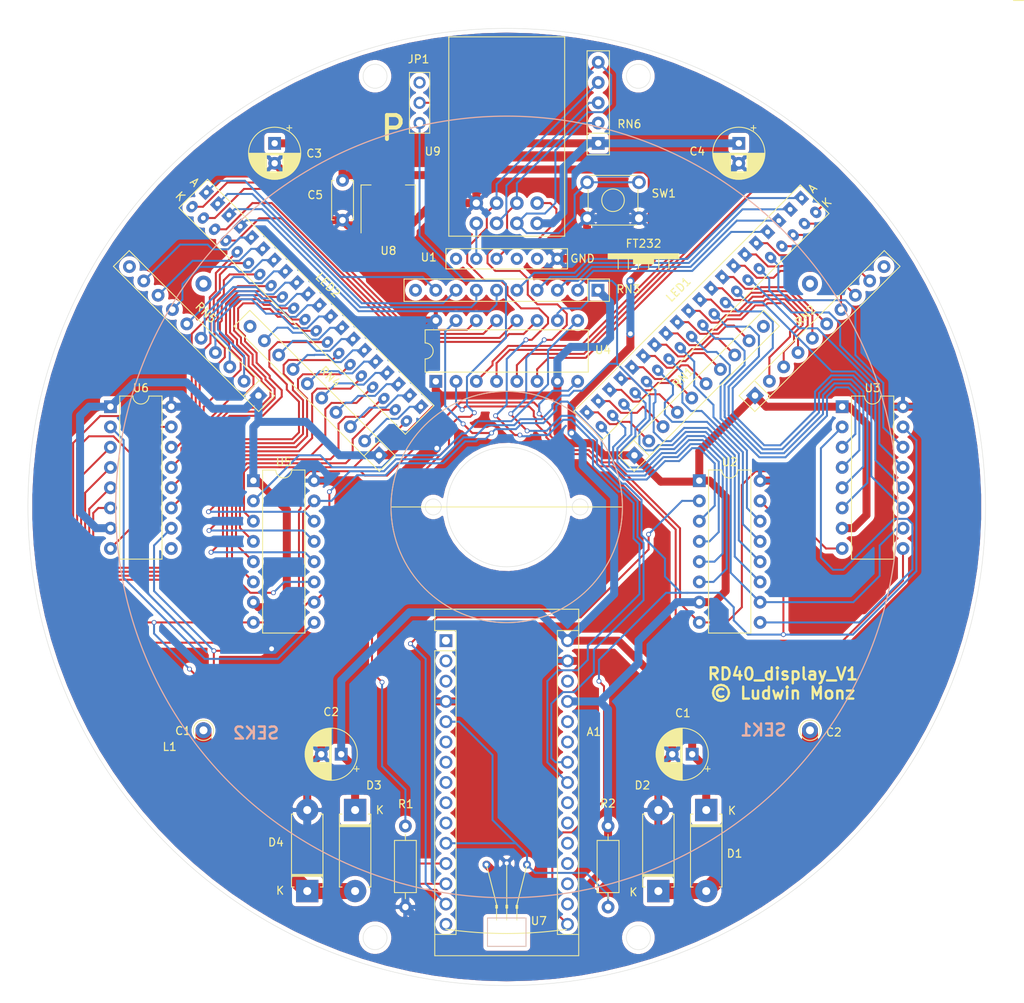
<source format=kicad_pcb>
(kicad_pcb (version 20171130) (host pcbnew "(5.1.9)-1")
  (layers (0 F.Cu signal) (31 B.Cu signal) (34 B.Paste user) (35 F.Paste user) (36 B.SilkS user) (37 F.SilkS user) (38 B.Mask user) (39 F.Mask user) (44 Edge.Cuts user))
  (net 0 "")
  (net 1 GND)
  (net 2 "Net-(A1-Pad11)")
  (net 3 "Net-(A1-Pad27)")
  (net 4 "Net-(A1-Pad13)")
  (net 5 "Net-(A1-Pad14)")
  (net 6 "Net-(A1-Pad30)")
  (net 7 "Net-(A1-Pad16)")
  (net 8 "Net-(D41-Pad2)")
  (net 9 "Net-(D43-Pad2)")
  (net 10 "Net-(U2-Pad9)")
  (net 11 "Net-(U3-Pad9)")
  (net 12 "Net-(U4-Pad9)")
  (net 13 "Net-(U5-Pad9)")
  (net 14 "Net-(LED1-Pad40)")
  (net 15 "Net-(LED1-Pad39)")
  (net 16 "Net-(LED1-Pad38)")
  (net 17 "Net-(LED1-Pad37)")
  (net 18 "Net-(LED1-Pad36)")
  (net 19 "Net-(LED1-Pad35)")
  (net 20 "Net-(LED1-Pad34)")
  (net 21 "Net-(LED1-Pad33)")
  (net 22 "Net-(LED1-Pad32)")
  (net 23 "Net-(LED1-Pad31)")
  (net 24 "Net-(LED1-Pad30)")
  (net 25 "Net-(LED1-Pad29)")
  (net 26 "Net-(LED1-Pad28)")
  (net 27 "Net-(LED1-Pad27)")
  (net 28 "Net-(LED1-Pad26)")
  (net 29 "Net-(LED1-Pad25)")
  (net 30 "Net-(LED1-Pad24)")
  (net 31 "Net-(LED1-Pad23)")
  (net 32 "Net-(LED1-Pad22)")
  (net 33 "Net-(LED1-Pad21)")
  (net 34 "Net-(LED1-Pad20)")
  (net 35 "Net-(LED1-Pad19)")
  (net 36 "Net-(LED1-Pad18)")
  (net 37 "Net-(LED1-Pad17)")
  (net 38 "Net-(LED1-Pad16)")
  (net 39 "Net-(LED1-Pad15)")
  (net 40 "Net-(LED1-Pad14)")
  (net 41 "Net-(LED1-Pad13)")
  (net 42 "Net-(LED1-Pad12)")
  (net 43 "Net-(LED1-Pad11)")
  (net 44 "Net-(LED1-Pad10)")
  (net 45 "Net-(LED1-Pad9)")
  (net 46 "Net-(LED1-Pad8)")
  (net 47 "Net-(LED1-Pad7)")
  (net 48 "Net-(LED1-Pad6)")
  (net 49 "Net-(LED1-Pad5)")
  (net 50 "Net-(LED1-Pad4)")
  (net 51 "Net-(LED1-Pad3)")
  (net 52 "Net-(LED1-Pad2)")
  (net 53 "Net-(LED1-Pad1)")
  (net 54 "Net-(LED2-Pad1)")
  (net 55 "Net-(LED2-Pad2)")
  (net 56 "Net-(LED2-Pad3)")
  (net 57 "Net-(LED2-Pad4)")
  (net 58 "Net-(LED2-Pad5)")
  (net 59 "Net-(LED2-Pad6)")
  (net 60 "Net-(LED2-Pad7)")
  (net 61 "Net-(LED2-Pad8)")
  (net 62 "Net-(LED2-Pad9)")
  (net 63 "Net-(LED2-Pad10)")
  (net 64 "Net-(LED2-Pad11)")
  (net 65 "Net-(LED2-Pad12)")
  (net 66 "Net-(LED2-Pad13)")
  (net 67 "Net-(LED2-Pad14)")
  (net 68 "Net-(LED2-Pad15)")
  (net 69 "Net-(LED2-Pad16)")
  (net 70 "Net-(LED2-Pad17)")
  (net 71 "Net-(LED2-Pad18)")
  (net 72 "Net-(LED2-Pad19)")
  (net 73 "Net-(LED2-Pad20)")
  (net 74 "Net-(LED2-Pad21)")
  (net 75 "Net-(LED2-Pad22)")
  (net 76 "Net-(LED2-Pad23)")
  (net 77 "Net-(LED2-Pad24)")
  (net 78 "Net-(LED2-Pad25)")
  (net 79 "Net-(LED2-Pad26)")
  (net 80 "Net-(LED2-Pad27)")
  (net 81 "Net-(LED2-Pad28)")
  (net 82 "Net-(LED2-Pad29)")
  (net 83 "Net-(LED2-Pad30)")
  (net 84 "Net-(LED2-Pad31)")
  (net 85 "Net-(LED2-Pad32)")
  (net 86 "Net-(LED2-Pad33)")
  (net 87 "Net-(LED2-Pad34)")
  (net 88 "Net-(LED2-Pad35)")
  (net 89 "Net-(LED2-Pad36)")
  (net 90 "Net-(LED2-Pad37)")
  (net 91 "Net-(LED2-Pad38)")
  (net 92 "Net-(LED2-Pad39)")
  (net 93 "Net-(LED2-Pad40)")
  (net 94 "Net-(A1-Pad12)")
  (net 95 "Net-(A1-Pad24)")
  (net 96 "Net-(A1-Pad23)")
  (net 97 "Net-(C3-Pad1)")
  (net 98 "Net-(JP1-Pad1)")
  (net 99 "Net-(RN6-Pad2)")
  (net 100 "Net-(RN6-Pad3)")
  (net 101 "Net-(U1-Pad2)")
  (net 102 "Net-(U1-Pad3)")
  (module my_footprints:coil_large (layer F.Cu) (at 0 0)
    (fp_text reference L1 (at -42.24 30.07) (layer F.SilkS))
    (fp_text value Coil)
    (fp_text user C2 (at 40.99 28.26) (layer F.SilkS))
    (fp_text user C1 (at -40.57 28.08) (layer F.SilkS))
    (pad 4 thru_hole circle (at 38 -28) (size 2 2) (drill 1) (layers *.Cu *.Mask))
    (pad 3 thru_hole circle (at -38 -28) (size 2 2) (drill 1) (layers *.Cu *.Mask))
    (pad 2 thru_hole circle (at 38 28) (size 2 2) (drill 1) (layers *.Cu *.Mask) (net 8 "Net-(D41-Pad2)"))
    (pad 1 thru_hole circle (at -38 28) (size 2 2) (drill 1) (layers *.Cu *.Mask) (net 9 "Net-(D43-Pad2)"))
  )
  (module Capacitor_THT:C_Disc_D4.7mm_W2.5mm_P5.00mm (layer F.Cu) (at -20.574 -40.956 270)
    (fp_text reference C5 (at 1.84 3.429) (layer F.SilkS))
    (fp_text value 100nF)
    (pad 2 thru_hole circle (at 5 0 270) (size 1.6 1.6) (drill 0.8) (layers *.Cu *.Mask) (net 1 GND))
    (pad 1 thru_hole circle (at 0 0 270) (size 1.6 1.6) (drill 0.8) (layers *.Cu *.Mask) (net 97 "Net-(C3-Pad1)"))
  )
  (module Capacitor_THT:CP_Radial_D6.3mm_P2.50mm (layer F.Cu) (at 29.083 -45.593 270)
    (fp_text reference C4 (at 1.016 5.207) (layer F.SilkS))
    (fp_text value 100µF)
    (pad 2 thru_hole circle (at 2.5 0 270) (size 1.6 1.6) (drill 0.8) (layers *.Cu *.Mask) (net 1 GND))
    (pad 1 thru_hole rect (at 0 0 270) (size 1.6 1.6) (drill 0.8) (layers *.Cu *.Mask) (net 97 "Net-(C3-Pad1)"))
  )
  (module Capacitor_THT:CP_Radial_D6.3mm_P2.50mm (layer F.Cu) (at -29.083 -45.593 270)
    (fp_text reference C3 (at 1.27 -4.953) (layer F.SilkS))
    (fp_text value 100µF)
    (pad 2 thru_hole circle (at 2.5 0 270) (size 1.6 1.6) (drill 0.8) (layers *.Cu *.Mask) (net 1 GND))
    (pad 1 thru_hole rect (at 0 0 270) (size 1.6 1.6) (drill 0.8) (layers *.Cu *.Mask) (net 97 "Net-(C3-Pad1)"))
  )
  (module my_footprints:ESP8266_01s (layer F.Cu) (at 0 -36.83 90)
    (fp_text reference U9 (at 7.747 -9.271) (layer F.SilkS))
    (fp_text value ESP8266_01s)
    (pad 8 thru_hole circle (at -1.27 -3.81 90) (size 1.7 1.7) (drill 0.9) (layers *.Cu *.Mask) (net 101 "Net-(U1-Pad2)"))
    (pad 7 thru_hole circle (at -1.27 -1.27 90) (size 1.7 1.7) (drill 0.9) (layers *.Cu *.Mask) (net 100 "Net-(RN6-Pad3)"))
    (pad 6 thru_hole circle (at -1.27 1.27 90) (size 1.7 1.7) (drill 0.9) (layers *.Cu *.Mask) (net 99 "Net-(RN6-Pad2)"))
    (pad 5 thru_hole circle (at -1.27 3.81 90) (size 1.7 1.7) (drill 0.9) (layers *.Cu *.Mask) (net 97 "Net-(C3-Pad1)"))
    (pad 4 thru_hole circle (at 1.27 -3.81 90) (size 1.7 1.7) (drill 0.9) (layers *.Cu *.Mask) (net 1 GND))
    (pad 3 thru_hole circle (at 1.27 -1.27 90) (size 1.7 1.7) (drill 0.9) (layers *.Cu *.Mask) (net 96 "Net-(A1-Pad23)"))
    (pad 2 thru_hole circle (at 1.27 1.27 90) (size 1.7 1.7) (drill 0.9) (layers *.Cu *.Mask) (net 95 "Net-(A1-Pad24)"))
    (pad 1 thru_hole circle (at 1.27 3.81 90) (size 1.7 1.7) (drill 0.9) (layers *.Cu *.Mask) (net 102 "Net-(U1-Pad3)"))
  )
  (module my_footprints:OmronTaster (layer F.Cu) (at 10.071 -40.706)
    (fp_text reference SW1 (at 9.607 1.39) (layer F.SilkS))
    (fp_text value SW_Push)
    (pad 1 thru_hole circle (at 0 0) (size 1.7 1.7) (drill 1) (layers *.Cu *.Mask) (net 99 "Net-(RN6-Pad2)"))
    (pad 1 thru_hole circle (at 6.5 0) (size 1.7 1.7) (drill 1) (layers *.Cu *.Mask) (net 99 "Net-(RN6-Pad2)"))
    (pad 2 thru_hole circle (at 0 4.5) (size 1.7 1.7) (drill 1) (layers *.Cu *.Mask) (net 1 GND))
    (pad 2 thru_hole circle (at 6.5 4.5) (size 1.7 1.7) (drill 1) (layers *.Cu *.Mask) (net 1 GND))
  )
  (module my_footprints:Arduino_Nano (layer F.Cu) (at 0 16.764)
    (fp_text reference A1 (at 10.92 11.43) (layer F.SilkS))
    (fp_text value Arduino_Nano_v2.x)
    (pad 16 thru_hole oval (at 7.62 35.56) (size 1.6 1.6) (drill 1) (layers *.Cu *.Mask) (net 7 "Net-(A1-Pad16)"))
    (pad 15 thru_hole oval (at -7.62 35.56) (size 1.6 1.6) (drill 1) (layers *.Cu *.Mask))
    (pad 30 thru_hole oval (at 7.62 0) (size 1.6 1.6) (drill 1) (layers *.Cu *.Mask) (net 6 "Net-(A1-Pad30)"))
    (pad 14 thru_hole oval (at -7.62 33.02) (size 1.6 1.6) (drill 1) (layers *.Cu *.Mask) (net 5 "Net-(A1-Pad14)"))
    (pad 29 thru_hole oval (at 7.62 2.54) (size 1.6 1.6) (drill 1) (layers *.Cu *.Mask) (net 1 GND))
    (pad 13 thru_hole oval (at -7.62 30.48) (size 1.6 1.6) (drill 1) (layers *.Cu *.Mask) (net 4 "Net-(A1-Pad13)"))
    (pad 28 thru_hole oval (at 7.62 5.08) (size 1.6 1.6) (drill 1) (layers *.Cu *.Mask))
    (pad 12 thru_hole oval (at -7.62 27.94) (size 1.6 1.6) (drill 1) (layers *.Cu *.Mask) (net 94 "Net-(A1-Pad12)"))
    (pad 27 thru_hole oval (at 7.62 7.62) (size 1.6 1.6) (drill 1) (layers *.Cu *.Mask) (net 3 "Net-(A1-Pad27)"))
    (pad 11 thru_hole oval (at -7.62 25.4) (size 1.6 1.6) (drill 1) (layers *.Cu *.Mask) (net 2 "Net-(A1-Pad11)"))
    (pad 26 thru_hole oval (at 7.62 10.16) (size 1.6 1.6) (drill 1) (layers *.Cu *.Mask))
    (pad 10 thru_hole oval (at -7.62 22.86) (size 1.6 1.6) (drill 1) (layers *.Cu *.Mask))
    (pad 25 thru_hole oval (at 7.62 12.7) (size 1.6 1.6) (drill 1) (layers *.Cu *.Mask))
    (pad 9 thru_hole oval (at -7.62 20.32) (size 1.6 1.6) (drill 1) (layers *.Cu *.Mask))
    (pad 24 thru_hole oval (at 7.62 15.24) (size 1.6 1.6) (drill 1) (layers *.Cu *.Mask) (net 95 "Net-(A1-Pad24)"))
    (pad 8 thru_hole oval (at -7.62 17.78) (size 1.6 1.6) (drill 1) (layers *.Cu *.Mask))
    (pad 23 thru_hole oval (at 7.62 17.78) (size 1.6 1.6) (drill 1) (layers *.Cu *.Mask) (net 96 "Net-(A1-Pad23)"))
    (pad 7 thru_hole oval (at -7.62 15.24) (size 1.6 1.6) (drill 1) (layers *.Cu *.Mask))
    (pad 22 thru_hole oval (at 7.62 20.32) (size 1.6 1.6) (drill 1) (layers *.Cu *.Mask))
    (pad 6 thru_hole oval (at -7.62 12.7) (size 1.6 1.6) (drill 1) (layers *.Cu *.Mask))
    (pad 21 thru_hole oval (at 7.62 22.86) (size 1.6 1.6) (drill 1) (layers *.Cu *.Mask))
    (pad 5 thru_hole oval (at -7.62 10.16) (size 1.6 1.6) (drill 1) (layers *.Cu *.Mask) (net 2 "Net-(A1-Pad11)"))
    (pad 20 thru_hole oval (at 7.62 25.4) (size 1.6 1.6) (drill 1) (layers *.Cu *.Mask))
    (pad 4 thru_hole oval (at -7.62 7.62) (size 1.6 1.6) (drill 1) (layers *.Cu *.Mask) (net 1 GND))
    (pad 19 thru_hole oval (at 7.62 27.94) (size 1.6 1.6) (drill 1) (layers *.Cu *.Mask))
    (pad 3 thru_hole oval (at -7.62 5.08) (size 1.6 1.6) (drill 1) (layers *.Cu *.Mask))
    (pad 18 thru_hole oval (at 7.62 30.48) (size 1.6 1.6) (drill 1) (layers *.Cu *.Mask))
    (pad 2 thru_hole oval (at -7.62 2.54) (size 1.6 1.6) (drill 1) (layers *.Cu *.Mask))
    (pad 17 thru_hole oval (at 7.62 33.02) (size 1.6 1.6) (drill 1) (layers *.Cu *.Mask))
    (pad 1 thru_hole rect (at -7.62 0) (size 1.6 1.6) (drill 1) (layers *.Cu *.Mask))
  )
  (module my_footprints:LED_line_2.0_l (layer F.Cu) (at -25.102 -25.102 315)
    (fp_text reference LED2 (at 0 -3.81 135) (layer F.SilkS))
    (fp_text value LED_line)
    (fp_text user A (at -20.955 -1.143 135) (layer F.SilkS))
    (fp_text user K (at -20.955 1.397 135) (layer F.SilkS))
    (pad 2 thru_hole rect (at 19 -1.27 315) (size 1.2 1.524) (drill 0.6) (layers *.Cu *.Mask) (net 55 "Net-(LED2-Pad2)"))
    (pad 1 thru_hole oval (at 19 1.27 315) (size 1.2 1.524) (drill 0.6) (layers *.Cu *.Mask) (net 54 "Net-(LED2-Pad1)"))
    (pad 4 thru_hole rect (at 17 -1.27 315) (size 1.2 1.524) (drill 0.6) (layers *.Cu *.Mask) (net 57 "Net-(LED2-Pad4)"))
    (pad 3 thru_hole oval (at 17 1.27 315) (size 1.2 1.524) (drill 0.6) (layers *.Cu *.Mask) (net 56 "Net-(LED2-Pad3)"))
    (pad 6 thru_hole rect (at 15 -1.27 315) (size 1.2 1.524) (drill 0.6) (layers *.Cu *.Mask) (net 59 "Net-(LED2-Pad6)"))
    (pad 5 thru_hole oval (at 15 1.27 315) (size 1.2 1.524) (drill 0.6) (layers *.Cu *.Mask) (net 58 "Net-(LED2-Pad5)"))
    (pad 8 thru_hole rect (at 13 -1.27 315) (size 1.2 1.524) (drill 0.6) (layers *.Cu *.Mask) (net 61 "Net-(LED2-Pad8)"))
    (pad 7 thru_hole oval (at 13 1.27 315) (size 1.2 1.524) (drill 0.6) (layers *.Cu *.Mask) (net 60 "Net-(LED2-Pad7)"))
    (pad 10 thru_hole rect (at 11 -1.27 315) (size 1.2 1.524) (drill 0.6) (layers *.Cu *.Mask) (net 63 "Net-(LED2-Pad10)"))
    (pad 9 thru_hole oval (at 11 1.27 315) (size 1.2 1.524) (drill 0.6) (layers *.Cu *.Mask) (net 62 "Net-(LED2-Pad9)"))
    (pad 12 thru_hole rect (at 9 -1.27 315) (size 1.2 1.524) (drill 0.6) (layers *.Cu *.Mask) (net 65 "Net-(LED2-Pad12)"))
    (pad 11 thru_hole oval (at 9 1.27 315) (size 1.2 1.524) (drill 0.6) (layers *.Cu *.Mask) (net 64 "Net-(LED2-Pad11)"))
    (pad 14 thru_hole rect (at 7 -1.27 315) (size 1.2 1.524) (drill 0.6) (layers *.Cu *.Mask) (net 67 "Net-(LED2-Pad14)"))
    (pad 13 thru_hole oval (at 7 1.27 315) (size 1.2 1.524) (drill 0.6) (layers *.Cu *.Mask) (net 66 "Net-(LED2-Pad13)"))
    (pad 16 thru_hole rect (at 5 -1.27 315) (size 1.2 1.524) (drill 0.6) (layers *.Cu *.Mask) (net 69 "Net-(LED2-Pad16)"))
    (pad 15 thru_hole oval (at 5 1.27 315) (size 1.2 1.524) (drill 0.6) (layers *.Cu *.Mask) (net 68 "Net-(LED2-Pad15)"))
    (pad 18 thru_hole rect (at 3 -1.27 315) (size 1.2 1.524) (drill 0.6) (layers *.Cu *.Mask) (net 71 "Net-(LED2-Pad18)"))
    (pad 17 thru_hole oval (at 3 1.27 315) (size 1.2 1.524) (drill 0.6) (layers *.Cu *.Mask) (net 70 "Net-(LED2-Pad17)"))
    (pad 20 thru_hole rect (at 1 -1.27 315) (size 1.2 1.524) (drill 0.6) (layers *.Cu *.Mask) (net 73 "Net-(LED2-Pad20)"))
    (pad 19 thru_hole oval (at 1 1.27 315) (size 1.2 1.524) (drill 0.6) (layers *.Cu *.Mask) (net 72 "Net-(LED2-Pad19)"))
    (pad 22 thru_hole rect (at -1 -1.27 315) (size 1.2 1.524) (drill 0.6) (layers *.Cu *.Mask) (net 75 "Net-(LED2-Pad22)"))
    (pad 21 thru_hole oval (at -1 1.27 315) (size 1.2 1.524) (drill 0.6) (layers *.Cu *.Mask) (net 74 "Net-(LED2-Pad21)"))
    (pad 24 thru_hole rect (at -3 -1.27 315) (size 1.2 1.524) (drill 0.6) (layers *.Cu *.Mask) (net 77 "Net-(LED2-Pad24)"))
    (pad 23 thru_hole oval (at -3 1.27 315) (size 1.2 1.524) (drill 0.6) (layers *.Cu *.Mask) (net 76 "Net-(LED2-Pad23)"))
    (pad 26 thru_hole rect (at -5 -1.27 315) (size 1.2 1.524) (drill 0.6) (layers *.Cu *.Mask) (net 79 "Net-(LED2-Pad26)"))
    (pad 25 thru_hole oval (at -5 1.27 315) (size 1.2 1.524) (drill 0.6) (layers *.Cu *.Mask) (net 78 "Net-(LED2-Pad25)"))
    (pad 28 thru_hole rect (at -7 -1.27 315) (size 1.2 1.524) (drill 0.6) (layers *.Cu *.Mask) (net 81 "Net-(LED2-Pad28)"))
    (pad 27 thru_hole oval (at -7 1.27 315) (size 1.2 1.524) (drill 0.6) (layers *.Cu *.Mask) (net 80 "Net-(LED2-Pad27)"))
    (pad 30 thru_hole rect (at -9 -1.27 315) (size 1.2 1.524) (drill 0.6) (layers *.Cu *.Mask) (net 83 "Net-(LED2-Pad30)"))
    (pad 29 thru_hole oval (at -9 1.27 315) (size 1.2 1.524) (drill 0.6) (layers *.Cu *.Mask) (net 82 "Net-(LED2-Pad29)"))
    (pad 32 thru_hole rect (at -11 -1.27 315) (size 1.2 1.524) (drill 0.6) (layers *.Cu *.Mask) (net 85 "Net-(LED2-Pad32)"))
    (pad 31 thru_hole oval (at -11 1.27 315) (size 1.2 1.524) (drill 0.6) (layers *.Cu *.Mask) (net 84 "Net-(LED2-Pad31)"))
    (pad 34 thru_hole rect (at -13 -1.27 315) (size 1.2 1.524) (drill 0.6) (layers *.Cu *.Mask) (net 87 "Net-(LED2-Pad34)"))
    (pad 33 thru_hole oval (at -13 1.27 315) (size 1.2 1.524) (drill 0.6) (layers *.Cu *.Mask) (net 86 "Net-(LED2-Pad33)"))
    (pad 36 thru_hole rect (at -15 -1.27 315) (size 1.2 1.524) (drill 0.6) (layers *.Cu *.Mask) (net 89 "Net-(LED2-Pad36)"))
    (pad 35 thru_hole oval (at -15 1.27 315) (size 1.2 1.524) (drill 0.6) (layers *.Cu *.Mask) (net 88 "Net-(LED2-Pad35)"))
    (pad 38 thru_hole rect (at -17 -1.27 315) (size 1.2 1.524) (drill 0.6) (layers *.Cu *.Mask) (net 91 "Net-(LED2-Pad38)"))
    (pad 37 thru_hole oval (at -17 1.27 315) (size 1.2 1.524) (drill 0.6) (layers *.Cu *.Mask) (net 90 "Net-(LED2-Pad37)"))
    (pad 40 thru_hole rect (at -19 -1.27 315) (size 1.2 1.524) (drill 0.6) (layers *.Cu *.Mask) (net 93 "Net-(LED2-Pad40)"))
    (pad 39 thru_hole oval (at -19 1.27 315) (size 1.2 1.524) (drill 0.6) (layers *.Cu *.Mask) (net 92 "Net-(LED2-Pad39)"))
  )
  (module my_footprints:LED_line_2.0_r (layer F.Cu) (at 24.395 -24.395 45)
    (fp_text reference LED1 (at 0 -4.064 45) (layer F.SilkS))
    (fp_text value LED_line)
    (fp_text user A (at 20.828 -1.143 45) (layer F.SilkS))
    (fp_text user K (at 20.828 1.397 45) (layer F.SilkS))
    (pad 40 thru_hole rect (at 19 -1.27 45) (size 1.2 1.524) (drill 0.6) (layers *.Cu *.Mask) (net 14 "Net-(LED1-Pad40)"))
    (pad 39 thru_hole oval (at 19 1.27 45) (size 1.2 1.524) (drill 0.6) (layers *.Cu *.Mask) (net 15 "Net-(LED1-Pad39)"))
    (pad 38 thru_hole rect (at 17 -1.27 45) (size 1.2 1.524) (drill 0.6) (layers *.Cu *.Mask) (net 16 "Net-(LED1-Pad38)"))
    (pad 37 thru_hole oval (at 17 1.27 45) (size 1.2 1.524) (drill 0.6) (layers *.Cu *.Mask) (net 17 "Net-(LED1-Pad37)"))
    (pad 36 thru_hole rect (at 15 -1.27 45) (size 1.2 1.524) (drill 0.6) (layers *.Cu *.Mask) (net 18 "Net-(LED1-Pad36)"))
    (pad 35 thru_hole oval (at 15 1.27 45) (size 1.2 1.524) (drill 0.6) (layers *.Cu *.Mask) (net 19 "Net-(LED1-Pad35)"))
    (pad 34 thru_hole rect (at 13 -1.27 45) (size 1.2 1.524) (drill 0.6) (layers *.Cu *.Mask) (net 20 "Net-(LED1-Pad34)"))
    (pad 33 thru_hole oval (at 13 1.27 45) (size 1.2 1.524) (drill 0.6) (layers *.Cu *.Mask) (net 21 "Net-(LED1-Pad33)"))
    (pad 32 thru_hole rect (at 11 -1.27 45) (size 1.2 1.524) (drill 0.6) (layers *.Cu *.Mask) (net 22 "Net-(LED1-Pad32)"))
    (pad 31 thru_hole oval (at 11 1.27 45) (size 1.2 1.524) (drill 0.6) (layers *.Cu *.Mask) (net 23 "Net-(LED1-Pad31)"))
    (pad 30 thru_hole rect (at 9 -1.27 45) (size 1.2 1.524) (drill 0.6) (layers *.Cu *.Mask) (net 24 "Net-(LED1-Pad30)"))
    (pad 29 thru_hole oval (at 9 1.27 45) (size 1.2 1.524) (drill 0.6) (layers *.Cu *.Mask) (net 25 "Net-(LED1-Pad29)"))
    (pad 28 thru_hole rect (at 7 -1.27 45) (size 1.2 1.524) (drill 0.6) (layers *.Cu *.Mask) (net 26 "Net-(LED1-Pad28)"))
    (pad 27 thru_hole oval (at 7 1.27 45) (size 1.2 1.524) (drill 0.6) (layers *.Cu *.Mask) (net 27 "Net-(LED1-Pad27)"))
    (pad 26 thru_hole rect (at 5 -1.27 45) (size 1.2 1.524) (drill 0.6) (layers *.Cu *.Mask) (net 28 "Net-(LED1-Pad26)"))
    (pad 25 thru_hole oval (at 5 1.27 45) (size 1.2 1.524) (drill 0.6) (layers *.Cu *.Mask) (net 29 "Net-(LED1-Pad25)"))
    (pad 24 thru_hole rect (at 3 -1.27 45) (size 1.2 1.524) (drill 0.6) (layers *.Cu *.Mask) (net 30 "Net-(LED1-Pad24)"))
    (pad 23 thru_hole oval (at 3 1.27 45) (size 1.2 1.524) (drill 0.6) (layers *.Cu *.Mask) (net 31 "Net-(LED1-Pad23)"))
    (pad 22 thru_hole rect (at 1 -1.27 45) (size 1.2 1.524) (drill 0.6) (layers *.Cu *.Mask) (net 32 "Net-(LED1-Pad22)"))
    (pad 21 thru_hole oval (at 1 1.27 45) (size 1.2 1.524) (drill 0.6) (layers *.Cu *.Mask) (net 33 "Net-(LED1-Pad21)"))
    (pad 20 thru_hole rect (at -1 -1.27 45) (size 1.2 1.524) (drill 0.6) (layers *.Cu *.Mask) (net 34 "Net-(LED1-Pad20)"))
    (pad 19 thru_hole oval (at -1 1.27 45) (size 1.2 1.524) (drill 0.6) (layers *.Cu *.Mask) (net 35 "Net-(LED1-Pad19)"))
    (pad 18 thru_hole rect (at -3 -1.27 45) (size 1.2 1.524) (drill 0.6) (layers *.Cu *.Mask) (net 36 "Net-(LED1-Pad18)"))
    (pad 17 thru_hole oval (at -3 1.27 45) (size 1.2 1.524) (drill 0.6) (layers *.Cu *.Mask) (net 37 "Net-(LED1-Pad17)"))
    (pad 16 thru_hole rect (at -5 -1.27 45) (size 1.2 1.524) (drill 0.6) (layers *.Cu *.Mask) (net 38 "Net-(LED1-Pad16)"))
    (pad 15 thru_hole oval (at -5 1.27 45) (size 1.2 1.524) (drill 0.6) (layers *.Cu *.Mask) (net 39 "Net-(LED1-Pad15)"))
    (pad 14 thru_hole rect (at -7 -1.27 45) (size 1.2 1.524) (drill 0.6) (layers *.Cu *.Mask) (net 40 "Net-(LED1-Pad14)"))
    (pad 13 thru_hole oval (at -7 1.27 45) (size 1.2 1.524) (drill 0.6) (layers *.Cu *.Mask) (net 41 "Net-(LED1-Pad13)"))
    (pad 12 thru_hole rect (at -9 -1.27 45) (size 1.2 1.524) (drill 0.6) (layers *.Cu *.Mask) (net 42 "Net-(LED1-Pad12)"))
    (pad 11 thru_hole oval (at -9 1.27 45) (size 1.2 1.524) (drill 0.6) (layers *.Cu *.Mask) (net 43 "Net-(LED1-Pad11)"))
    (pad 10 thru_hole rect (at -11 -1.27 45) (size 1.2 1.524) (drill 0.6) (layers *.Cu *.Mask) (net 44 "Net-(LED1-Pad10)"))
    (pad 9 thru_hole oval (at -11 1.27 45) (size 1.2 1.524) (drill 0.6) (layers *.Cu *.Mask) (net 45 "Net-(LED1-Pad9)"))
    (pad 8 thru_hole rect (at -13 -1.27 45) (size 1.2 1.524) (drill 0.6) (layers *.Cu *.Mask) (net 46 "Net-(LED1-Pad8)"))
    (pad 7 thru_hole oval (at -13 1.27 45) (size 1.2 1.524) (drill 0.6) (layers *.Cu *.Mask) (net 47 "Net-(LED1-Pad7)"))
    (pad 6 thru_hole rect (at -15 -1.27 45) (size 1.2 1.524) (drill 0.6) (layers *.Cu *.Mask) (net 48 "Net-(LED1-Pad6)"))
    (pad 5 thru_hole oval (at -15 1.27 45) (size 1.2 1.524) (drill 0.6) (layers *.Cu *.Mask) (net 49 "Net-(LED1-Pad5)"))
    (pad 4 thru_hole rect (at -17 -1.27 45) (size 1.2 1.524) (drill 0.6) (layers *.Cu *.Mask) (net 50 "Net-(LED1-Pad4)"))
    (pad 3 thru_hole oval (at -17 1.27 45) (size 1.2 1.524) (drill 0.6) (layers *.Cu *.Mask) (net 51 "Net-(LED1-Pad3)"))
    (pad 2 thru_hole rect (at -19 -1.27 45) (size 1.2 1.524) (drill 0.6) (layers *.Cu *.Mask) (net 52 "Net-(LED1-Pad2)"))
    (pad 1 thru_hole oval (at -19 1.27 45) (size 1.2 1.524) (drill 0.6) (layers *.Cu *.Mask) (net 53 "Net-(LED1-Pad1)"))
  )
  (module my_footprints:A3144 (layer F.Cu) (at 0 53.31 180)
    (fp_text reference U7 (at -4.025 1.41) (layer F.SilkS))
    (fp_text value A3144)
    (pad 1 thru_hole circle (at 2.54 8.46 180) (size 1 1) (drill 0.5) (layers *.Cu *.Mask) (net 3 "Net-(A1-Pad27)"))
    (pad 2 thru_hole circle (at 0 8.636 180) (size 1 1) (drill 0.5) (layers *.Cu *.Mask) (net 1 GND))
    (pad 3 thru_hole circle (at -2.54 8.46 180) (size 1 1) (drill 0.5) (layers *.Cu *.Mask) (net 2 "Net-(A1-Pad11)"))
  )
  (module Capacitor_THT:CP_Radial_D6.3mm_P2.50mm (layer F.Cu) (at 23.241 31 180)
    (fp_text reference C1 (at 1.166 5.15 180) (layer F.SilkS))
    (fp_text value 220µF)
    (pad 2 thru_hole circle (at 2.5 0 180) (size 1.6 1.6) (drill 0.8) (layers *.Cu *.Mask) (net 1 GND))
    (pad 1 thru_hole rect (at 0 0 180) (size 1.6 1.6) (drill 0.8) (layers *.Cu *.Mask) (net 6 "Net-(A1-Pad30)"))
  )
  (module my_footprints:D_5W_P10.16mm_Horizontal (layer F.Cu) (at 25 38 270)
    (fp_text reference D1 (at 5.45 -3.55) (layer F.SilkS))
    (fp_text value D_Schottky)
    (fp_text user K (at 0.075 -3.225) (layer F.SilkS))
    (pad 2 thru_hole oval (at 10.16 0 270) (size 2.8 2.8) (drill 1) (layers *.Cu *.Mask) (net 8 "Net-(D41-Pad2)"))
    (pad 1 thru_hole rect (at 0 0 270) (size 2.8 2.8) (drill 1) (layers *.Cu *.Mask) (net 6 "Net-(A1-Pad30)"))
  )
  (module my_footprints:D_5W_P10.16mm_Horizontal (layer F.Cu) (at 19 48.16 90)
    (fp_text reference D2 (at 13.26 -2) (layer F.SilkS))
    (fp_text value D_Schottky)
    (fp_text user K (at -0.14 -3.125) (layer F.SilkS))
    (pad 2 thru_hole oval (at 10.16 0 90) (size 2.8 2.8) (drill 1) (layers *.Cu *.Mask) (net 1 GND))
    (pad 1 thru_hole rect (at 0 0 90) (size 2.8 2.8) (drill 1) (layers *.Cu *.Mask) (net 8 "Net-(D41-Pad2)"))
  )
  (module my_footprints:D_5W_P10.16mm_Horizontal (layer F.Cu) (at -19 38 270)
    (fp_text reference D3 (at -3.1 -2.35) (layer F.SilkS))
    (fp_text value D_Schottky)
    (fp_text user K (at 0 -3.1) (layer F.SilkS))
    (pad 1 thru_hole rect (at 0 0 270) (size 2.8 2.8) (drill 1) (layers *.Cu *.Mask) (net 6 "Net-(A1-Pad30)"))
    (pad 2 thru_hole oval (at 10.16 0 270) (size 2.8 2.8) (drill 1) (layers *.Cu *.Mask) (net 9 "Net-(D43-Pad2)"))
  )
  (module my_footprints:D_5W_P10.16mm_Horizontal (layer F.Cu) (at -25 48.16 90)
    (fp_text reference D4 (at 6.11 -3.925) (layer F.SilkS))
    (fp_text value D_Schottky)
    (fp_text user K (at 0.06 -3.4) (layer F.SilkS))
    (pad 1 thru_hole rect (at 0 0 90) (size 2.8 2.8) (drill 1) (layers *.Cu *.Mask) (net 9 "Net-(D43-Pad2)"))
    (pad 2 thru_hole oval (at 10.16 0 90) (size 2.8 2.8) (drill 1) (layers *.Cu *.Mask) (net 1 GND))
  )
  (module Resistor_THT:R_Axial_DIN0207_L6.3mm_D2.5mm_P10.16mm_Horizontal (layer F.Cu) (at 12.7 50.16 90)
    (fp_text reference R2 (at 12.985 -0.025) (layer F.SilkS))
    (fp_text value 20k)
    (pad 2 thru_hole oval (at 10.16 0 90) (size 1.6 1.6) (drill 0.8) (layers *.Cu *.Mask) (net 3 "Net-(A1-Pad27)"))
    (pad 1 thru_hole circle (at 0 0 90) (size 1.6 1.6) (drill 0.8) (layers *.Cu *.Mask) (net 2 "Net-(A1-Pad11)"))
  )
  (module Resistor_THT:R_Array_SIP10 (layer F.Cu) (at 16.002 -6.477 45)
    (fp_text reference RN1 (at 11.214714 -2.573869 45) (layer F.SilkS))
    (fp_text value 100R)
    (pad 1 thru_hole rect (at 0 0 45) (size 1.6 1.6) (drill 0.8) (layers *.Cu *.Mask) (net 3 "Net-(A1-Pad27)"))
    (pad 2 thru_hole oval (at 2.54 0 45) (size 1.6 1.6) (drill 0.8) (layers *.Cu *.Mask) (net 52 "Net-(LED1-Pad2)"))
    (pad 3 thru_hole oval (at 5.08 0 45) (size 1.6 1.6) (drill 0.8) (layers *.Cu *.Mask) (net 50 "Net-(LED1-Pad4)"))
    (pad 4 thru_hole oval (at 7.62 0 45) (size 1.6 1.6) (drill 0.8) (layers *.Cu *.Mask) (net 48 "Net-(LED1-Pad6)"))
    (pad 5 thru_hole oval (at 10.16 0 45) (size 1.6 1.6) (drill 0.8) (layers *.Cu *.Mask) (net 46 "Net-(LED1-Pad8)"))
    (pad 6 thru_hole oval (at 12.7 0 45) (size 1.6 1.6) (drill 0.8) (layers *.Cu *.Mask) (net 44 "Net-(LED1-Pad10)"))
    (pad 7 thru_hole oval (at 15.24 0 45) (size 1.6 1.6) (drill 0.8) (layers *.Cu *.Mask) (net 42 "Net-(LED1-Pad12)"))
    (pad 8 thru_hole oval (at 17.78 0 45) (size 1.6 1.6) (drill 0.8) (layers *.Cu *.Mask) (net 40 "Net-(LED1-Pad14)"))
    (pad 9 thru_hole oval (at 20.32 0 45) (size 1.6 1.6) (drill 0.8) (layers *.Cu *.Mask) (net 38 "Net-(LED1-Pad16)"))
    (pad 10 thru_hole oval (at 22.86 0 45) (size 1.6 1.6) (drill 0.8) (layers *.Cu *.Mask))
  )
  (module Resistor_THT:R_Array_SIP10 (layer F.Cu) (at 31.115 -13.97 45)
    (fp_text reference RN2 (at 11.554125 -2.602153 45) (layer F.SilkS))
    (fp_text value 100R)
    (pad 10 thru_hole oval (at 22.86 0 45) (size 1.6 1.6) (drill 0.8) (layers *.Cu *.Mask))
    (pad 9 thru_hole oval (at 20.32 0 45) (size 1.6 1.6) (drill 0.8) (layers *.Cu *.Mask) (net 22 "Net-(LED1-Pad32)"))
    (pad 8 thru_hole oval (at 17.78 0 45) (size 1.6 1.6) (drill 0.8) (layers *.Cu *.Mask) (net 24 "Net-(LED1-Pad30)"))
    (pad 7 thru_hole oval (at 15.24 0 45) (size 1.6 1.6) (drill 0.8) (layers *.Cu *.Mask) (net 26 "Net-(LED1-Pad28)"))
    (pad 6 thru_hole oval (at 12.7 0 45) (size 1.6 1.6) (drill 0.8) (layers *.Cu *.Mask) (net 28 "Net-(LED1-Pad26)"))
    (pad 5 thru_hole oval (at 10.16 0 45) (size 1.6 1.6) (drill 0.8) (layers *.Cu *.Mask) (net 30 "Net-(LED1-Pad24)"))
    (pad 4 thru_hole oval (at 7.62 0 45) (size 1.6 1.6) (drill 0.8) (layers *.Cu *.Mask) (net 32 "Net-(LED1-Pad22)"))
    (pad 3 thru_hole oval (at 5.08 0 45) (size 1.6 1.6) (drill 0.8) (layers *.Cu *.Mask) (net 34 "Net-(LED1-Pad20)"))
    (pad 2 thru_hole oval (at 2.54 0 45) (size 1.6 1.6) (drill 0.8) (layers *.Cu *.Mask) (net 36 "Net-(LED1-Pad18)"))
    (pad 1 thru_hole rect (at 0 0 45) (size 1.6 1.6) (drill 0.8) (layers *.Cu *.Mask) (net 3 "Net-(A1-Pad27)"))
  )
  (module Resistor_THT:R_Array_SIP10 (layer F.Cu) (at 11.43 -27.178 180)
    (fp_text reference RN3 (at -3.81 0.127) (layer F.SilkS))
    (fp_text value 100R)
    (pad 1 thru_hole rect (at 0 0 180) (size 1.6 1.6) (drill 0.8) (layers *.Cu *.Mask) (net 3 "Net-(A1-Pad27)"))
    (pad 2 thru_hole oval (at 2.54 0 180) (size 1.6 1.6) (drill 0.8) (layers *.Cu *.Mask) (net 20 "Net-(LED1-Pad34)"))
    (pad 3 thru_hole oval (at 5.08 0 180) (size 1.6 1.6) (drill 0.8) (layers *.Cu *.Mask) (net 18 "Net-(LED1-Pad36)"))
    (pad 4 thru_hole oval (at 7.62 0 180) (size 1.6 1.6) (drill 0.8) (layers *.Cu *.Mask) (net 16 "Net-(LED1-Pad38)"))
    (pad 5 thru_hole oval (at 10.16 0 180) (size 1.6 1.6) (drill 0.8) (layers *.Cu *.Mask) (net 14 "Net-(LED1-Pad40)"))
    (pad 6 thru_hole oval (at 12.7 0 180) (size 1.6 1.6) (drill 0.8) (layers *.Cu *.Mask) (net 87 "Net-(LED2-Pad34)"))
    (pad 7 thru_hole oval (at 15.24 0 180) (size 1.6 1.6) (drill 0.8) (layers *.Cu *.Mask) (net 89 "Net-(LED2-Pad36)"))
    (pad 8 thru_hole oval (at 17.78 0 180) (size 1.6 1.6) (drill 0.8) (layers *.Cu *.Mask) (net 91 "Net-(LED2-Pad38)"))
    (pad 9 thru_hole oval (at 20.32 0 180) (size 1.6 1.6) (drill 0.8) (layers *.Cu *.Mask) (net 93 "Net-(LED2-Pad40)"))
    (pad 10 thru_hole oval (at 22.86 0 180) (size 1.6 1.6) (drill 0.8) (layers *.Cu *.Mask))
  )
  (module Resistor_THT:R_Array_SIP10 (layer F.Cu) (at -16.002 -6.477 135)
    (fp_text reference RN4 (at 11.313708 2.616295 135) (layer F.SilkS))
    (fp_text value 100R)
    (pad 10 thru_hole oval (at 22.86 0 135) (size 1.6 1.6) (drill 0.8) (layers *.Cu *.Mask))
    (pad 9 thru_hole oval (at 20.32 0 135) (size 1.6 1.6) (drill 0.8) (layers *.Cu *.Mask) (net 69 "Net-(LED2-Pad16)"))
    (pad 8 thru_hole oval (at 17.78 0 135) (size 1.6 1.6) (drill 0.8) (layers *.Cu *.Mask) (net 67 "Net-(LED2-Pad14)"))
    (pad 7 thru_hole oval (at 15.24 0 135) (size 1.6 1.6) (drill 0.8) (layers *.Cu *.Mask) (net 65 "Net-(LED2-Pad12)"))
    (pad 6 thru_hole oval (at 12.7 0 135) (size 1.6 1.6) (drill 0.8) (layers *.Cu *.Mask) (net 63 "Net-(LED2-Pad10)"))
    (pad 5 thru_hole oval (at 10.16 0 135) (size 1.6 1.6) (drill 0.8) (layers *.Cu *.Mask) (net 61 "Net-(LED2-Pad8)"))
    (pad 4 thru_hole oval (at 7.62 0 135) (size 1.6 1.6) (drill 0.8) (layers *.Cu *.Mask) (net 59 "Net-(LED2-Pad6)"))
    (pad 3 thru_hole oval (at 5.08 0 135) (size 1.6 1.6) (drill 0.8) (layers *.Cu *.Mask) (net 57 "Net-(LED2-Pad4)"))
    (pad 2 thru_hole oval (at 2.54 0 135) (size 1.6 1.6) (drill 0.8) (layers *.Cu *.Mask) (net 55 "Net-(LED2-Pad2)"))
    (pad 1 thru_hole rect (at 0 0 135) (size 1.6 1.6) (drill 0.8) (layers *.Cu *.Mask) (net 3 "Net-(A1-Pad27)"))
  )
  (module Resistor_THT:R_Array_SIP10 (layer F.Cu) (at -31.115 -13.97 135)
    (fp_text reference RN5 (at 12.020815 2.687006 135) (layer F.SilkS))
    (fp_text value 100R)
    (pad 1 thru_hole rect (at 0 0 135) (size 1.6 1.6) (drill 0.8) (layers *.Cu *.Mask) (net 3 "Net-(A1-Pad27)"))
    (pad 2 thru_hole oval (at 2.54 0 135) (size 1.6 1.6) (drill 0.8) (layers *.Cu *.Mask) (net 71 "Net-(LED2-Pad18)"))
    (pad 3 thru_hole oval (at 5.08 0 135) (size 1.6 1.6) (drill 0.8) (layers *.Cu *.Mask) (net 73 "Net-(LED2-Pad20)"))
    (pad 4 thru_hole oval (at 7.62 0 135) (size 1.6 1.6) (drill 0.8) (layers *.Cu *.Mask) (net 75 "Net-(LED2-Pad22)"))
    (pad 5 thru_hole oval (at 10.16 0 135) (size 1.6 1.6) (drill 0.8) (layers *.Cu *.Mask) (net 77 "Net-(LED2-Pad24)"))
    (pad 6 thru_hole oval (at 12.7 0 135) (size 1.6 1.6) (drill 0.8) (layers *.Cu *.Mask) (net 79 "Net-(LED2-Pad26)"))
    (pad 7 thru_hole oval (at 15.24 0 135) (size 1.6 1.6) (drill 0.8) (layers *.Cu *.Mask) (net 81 "Net-(LED2-Pad28)"))
    (pad 8 thru_hole oval (at 17.78 0 135) (size 1.6 1.6) (drill 0.8) (layers *.Cu *.Mask) (net 83 "Net-(LED2-Pad30)"))
    (pad 9 thru_hole oval (at 20.32 0 135) (size 1.6 1.6) (drill 0.8) (layers *.Cu *.Mask) (net 85 "Net-(LED2-Pad32)"))
    (pad 10 thru_hole oval (at 22.86 0 135) (size 1.6 1.6) (drill 0.8) (layers *.Cu *.Mask))
  )
  (module Package_DIP:DIP-16_W7.62mm (layer F.Cu) (at 24.13 -3.302)
    (fp_text reference U2 (at 3.81 -2.33) (layer F.SilkS))
    (fp_text value TPIC6C595)
    (pad 16 thru_hole oval (at 7.62 0) (size 1.6 1.6) (drill 0.8) (layers *.Cu *.Mask) (net 1 GND))
    (pad 8 thru_hole oval (at 0 17.78) (size 1.6 1.6) (drill 0.8) (layers *.Cu *.Mask) (net 4 "Net-(A1-Pad13)"))
    (pad 15 thru_hole oval (at 7.62 2.54) (size 1.6 1.6) (drill 0.8) (layers *.Cu *.Mask) (net 7 "Net-(A1-Pad16)"))
    (pad 7 thru_hole oval (at 0 15.24) (size 1.6 1.6) (drill 0.8) (layers *.Cu *.Mask) (net 3 "Net-(A1-Pad27)"))
    (pad 14 thru_hole oval (at 7.62 5.08) (size 1.6 1.6) (drill 0.8) (layers *.Cu *.Mask) (net 39 "Net-(LED1-Pad15)"))
    (pad 6 thru_hole oval (at 0 12.7) (size 1.6 1.6) (drill 0.8) (layers *.Cu *.Mask) (net 47 "Net-(LED1-Pad7)"))
    (pad 13 thru_hole oval (at 7.62 7.62) (size 1.6 1.6) (drill 0.8) (layers *.Cu *.Mask) (net 41 "Net-(LED1-Pad13)"))
    (pad 5 thru_hole oval (at 0 10.16) (size 1.6 1.6) (drill 0.8) (layers *.Cu *.Mask) (net 49 "Net-(LED1-Pad5)"))
    (pad 12 thru_hole oval (at 7.62 10.16) (size 1.6 1.6) (drill 0.8) (layers *.Cu *.Mask) (net 43 "Net-(LED1-Pad11)"))
    (pad 4 thru_hole oval (at 0 7.62) (size 1.6 1.6) (drill 0.8) (layers *.Cu *.Mask) (net 51 "Net-(LED1-Pad3)"))
    (pad 11 thru_hole oval (at 7.62 12.7) (size 1.6 1.6) (drill 0.8) (layers *.Cu *.Mask) (net 45 "Net-(LED1-Pad9)"))
    (pad 3 thru_hole oval (at 0 5.08) (size 1.6 1.6) (drill 0.8) (layers *.Cu *.Mask) (net 53 "Net-(LED1-Pad1)"))
    (pad 10 thru_hole oval (at 7.62 15.24) (size 1.6 1.6) (drill 0.8) (layers *.Cu *.Mask) (net 94 "Net-(A1-Pad12)"))
    (pad 2 thru_hole oval (at 0 2.54) (size 1.6 1.6) (drill 0.8) (layers *.Cu *.Mask) (net 5 "Net-(A1-Pad14)"))
    (pad 9 thru_hole oval (at 7.62 17.78) (size 1.6 1.6) (drill 0.8) (layers *.Cu *.Mask) (net 10 "Net-(U2-Pad9)"))
    (pad 1 thru_hole rect (at 0 0) (size 1.6 1.6) (drill 0.8) (layers *.Cu *.Mask) (net 3 "Net-(A1-Pad27)"))
  )
  (module Package_DIP:DIP-16_W7.62mm (layer F.Cu) (at 42.037 -12.573)
    (fp_text reference U3 (at 3.81 -2.33) (layer F.SilkS))
    (fp_text value TPIC6C595)
    (pad 1 thru_hole rect (at 0 0) (size 1.6 1.6) (drill 0.8) (layers *.Cu *.Mask) (net 3 "Net-(A1-Pad27)"))
    (pad 9 thru_hole oval (at 7.62 17.78) (size 1.6 1.6) (drill 0.8) (layers *.Cu *.Mask) (net 11 "Net-(U3-Pad9)"))
    (pad 2 thru_hole oval (at 0 2.54) (size 1.6 1.6) (drill 0.8) (layers *.Cu *.Mask) (net 10 "Net-(U2-Pad9)"))
    (pad 10 thru_hole oval (at 7.62 15.24) (size 1.6 1.6) (drill 0.8) (layers *.Cu *.Mask) (net 94 "Net-(A1-Pad12)"))
    (pad 3 thru_hole oval (at 0 5.08) (size 1.6 1.6) (drill 0.8) (layers *.Cu *.Mask) (net 37 "Net-(LED1-Pad17)"))
    (pad 11 thru_hole oval (at 7.62 12.7) (size 1.6 1.6) (drill 0.8) (layers *.Cu *.Mask) (net 29 "Net-(LED1-Pad25)"))
    (pad 4 thru_hole oval (at 0 7.62) (size 1.6 1.6) (drill 0.8) (layers *.Cu *.Mask) (net 35 "Net-(LED1-Pad19)"))
    (pad 12 thru_hole oval (at 7.62 10.16) (size 1.6 1.6) (drill 0.8) (layers *.Cu *.Mask) (net 27 "Net-(LED1-Pad27)"))
    (pad 5 thru_hole oval (at 0 10.16) (size 1.6 1.6) (drill 0.8) (layers *.Cu *.Mask) (net 33 "Net-(LED1-Pad21)"))
    (pad 13 thru_hole oval (at 7.62 7.62) (size 1.6 1.6) (drill 0.8) (layers *.Cu *.Mask) (net 25 "Net-(LED1-Pad29)"))
    (pad 6 thru_hole oval (at 0 12.7) (size 1.6 1.6) (drill 0.8) (layers *.Cu *.Mask) (net 31 "Net-(LED1-Pad23)"))
    (pad 14 thru_hole oval (at 7.62 5.08) (size 1.6 1.6) (drill 0.8) (layers *.Cu *.Mask) (net 23 "Net-(LED1-Pad31)"))
    (pad 7 thru_hole oval (at 0 15.24) (size 1.6 1.6) (drill 0.8) (layers *.Cu *.Mask) (net 3 "Net-(A1-Pad27)"))
    (pad 15 thru_hole oval (at 7.62 2.54) (size 1.6 1.6) (drill 0.8) (layers *.Cu *.Mask) (net 7 "Net-(A1-Pad16)"))
    (pad 8 thru_hole oval (at 0 17.78) (size 1.6 1.6) (drill 0.8) (layers *.Cu *.Mask) (net 4 "Net-(A1-Pad13)"))
    (pad 16 thru_hole oval (at 7.62 0) (size 1.6 1.6) (drill 0.8) (layers *.Cu *.Mask) (net 1 GND))
  )
  (module Package_DIP:DIP-16_W7.62mm (layer F.Cu) (at -8.89 -15.748 90)
    (fp_text reference U4 (at 3.937 20.955) (layer F.SilkS))
    (fp_text value TPIC6C595)
    (pad 1 thru_hole rect (at 0 0 90) (size 1.6 1.6) (drill 0.8) (layers *.Cu *.Mask) (net 3 "Net-(A1-Pad27)"))
    (pad 9 thru_hole oval (at 7.62 17.78 90) (size 1.6 1.6) (drill 0.8) (layers *.Cu *.Mask) (net 12 "Net-(U4-Pad9)"))
    (pad 2 thru_hole oval (at 0 2.54 90) (size 1.6 1.6) (drill 0.8) (layers *.Cu *.Mask) (net 11 "Net-(U3-Pad9)"))
    (pad 10 thru_hole oval (at 7.62 15.24 90) (size 1.6 1.6) (drill 0.8) (layers *.Cu *.Mask) (net 94 "Net-(A1-Pad12)"))
    (pad 3 thru_hole oval (at 0 5.08 90) (size 1.6 1.6) (drill 0.8) (layers *.Cu *.Mask) (net 21 "Net-(LED1-Pad33)"))
    (pad 11 thru_hole oval (at 7.62 12.7 90) (size 1.6 1.6) (drill 0.8) (layers *.Cu *.Mask) (net 86 "Net-(LED2-Pad33)"))
    (pad 4 thru_hole oval (at 0 7.62 90) (size 1.6 1.6) (drill 0.8) (layers *.Cu *.Mask) (net 19 "Net-(LED1-Pad35)"))
    (pad 12 thru_hole oval (at 7.62 10.16 90) (size 1.6 1.6) (drill 0.8) (layers *.Cu *.Mask) (net 88 "Net-(LED2-Pad35)"))
    (pad 5 thru_hole oval (at 0 10.16 90) (size 1.6 1.6) (drill 0.8) (layers *.Cu *.Mask) (net 17 "Net-(LED1-Pad37)"))
    (pad 13 thru_hole oval (at 7.62 7.62 90) (size 1.6 1.6) (drill 0.8) (layers *.Cu *.Mask) (net 90 "Net-(LED2-Pad37)"))
    (pad 6 thru_hole oval (at 0 12.7 90) (size 1.6 1.6) (drill 0.8) (layers *.Cu *.Mask) (net 15 "Net-(LED1-Pad39)"))
    (pad 14 thru_hole oval (at 7.62 5.08 90) (size 1.6 1.6) (drill 0.8) (layers *.Cu *.Mask) (net 92 "Net-(LED2-Pad39)"))
    (pad 7 thru_hole oval (at 0 15.24 90) (size 1.6 1.6) (drill 0.8) (layers *.Cu *.Mask) (net 3 "Net-(A1-Pad27)"))
    (pad 15 thru_hole oval (at 7.62 2.54 90) (size 1.6 1.6) (drill 0.8) (layers *.Cu *.Mask) (net 7 "Net-(A1-Pad16)"))
    (pad 8 thru_hole oval (at 0 17.78 90) (size 1.6 1.6) (drill 0.8) (layers *.Cu *.Mask) (net 4 "Net-(A1-Pad13)"))
    (pad 16 thru_hole oval (at 7.62 0 90) (size 1.6 1.6) (drill 0.8) (layers *.Cu *.Mask) (net 1 GND))
  )
  (module Package_DIP:DIP-16_W7.62mm (layer F.Cu) (at -31.75 -3.302)
    (fp_text reference U5 (at 3.81 -2.33) (layer F.SilkS))
    (fp_text value TPIC6C595)
    (pad 16 thru_hole oval (at 7.62 0) (size 1.6 1.6) (drill 0.8) (layers *.Cu *.Mask) (net 1 GND))
    (pad 8 thru_hole oval (at 0 17.78) (size 1.6 1.6) (drill 0.8) (layers *.Cu *.Mask) (net 4 "Net-(A1-Pad13)"))
    (pad 15 thru_hole oval (at 7.62 2.54) (size 1.6 1.6) (drill 0.8) (layers *.Cu *.Mask) (net 7 "Net-(A1-Pad16)"))
    (pad 7 thru_hole oval (at 0 15.24) (size 1.6 1.6) (drill 0.8) (layers *.Cu *.Mask) (net 3 "Net-(A1-Pad27)"))
    (pad 14 thru_hole oval (at 7.62 5.08) (size 1.6 1.6) (drill 0.8) (layers *.Cu *.Mask) (net 68 "Net-(LED2-Pad15)"))
    (pad 6 thru_hole oval (at 0 12.7) (size 1.6 1.6) (drill 0.8) (layers *.Cu *.Mask) (net 60 "Net-(LED2-Pad7)"))
    (pad 13 thru_hole oval (at 7.62 7.62) (size 1.6 1.6) (drill 0.8) (layers *.Cu *.Mask) (net 66 "Net-(LED2-Pad13)"))
    (pad 5 thru_hole oval (at 0 10.16) (size 1.6 1.6) (drill 0.8) (layers *.Cu *.Mask) (net 58 "Net-(LED2-Pad5)"))
    (pad 12 thru_hole oval (at 7.62 10.16) (size 1.6 1.6) (drill 0.8) (layers *.Cu *.Mask) (net 64 "Net-(LED2-Pad11)"))
    (pad 4 thru_hole oval (at 0 7.62) (size 1.6 1.6) (drill 0.8) (layers *.Cu *.Mask) (net 56 "Net-(LED2-Pad3)"))
    (pad 11 thru_hole oval (at 7.62 12.7) (size 1.6 1.6) (drill 0.8) (layers *.Cu *.Mask) (net 62 "Net-(LED2-Pad9)"))
    (pad 3 thru_hole oval (at 0 5.08) (size 1.6 1.6) (drill 0.8) (layers *.Cu *.Mask) (net 54 "Net-(LED2-Pad1)"))
    (pad 10 thru_hole oval (at 7.62 15.24) (size 1.6 1.6) (drill 0.8) (layers *.Cu *.Mask) (net 94 "Net-(A1-Pad12)"))
    (pad 2 thru_hole oval (at 0 2.54) (size 1.6 1.6) (drill 0.8) (layers *.Cu *.Mask) (net 12 "Net-(U4-Pad9)"))
    (pad 9 thru_hole oval (at 7.62 17.78) (size 1.6 1.6) (drill 0.8) (layers *.Cu *.Mask) (net 13 "Net-(U5-Pad9)"))
    (pad 1 thru_hole rect (at 0 0) (size 1.6 1.6) (drill 0.8) (layers *.Cu *.Mask) (net 3 "Net-(A1-Pad27)"))
  )
  (module Package_DIP:DIP-16_W7.62mm (layer F.Cu) (at -49.657 -12.573)
    (fp_text reference U6 (at 3.81 -2.33) (layer F.SilkS))
    (fp_text value TPIC6C595)
    (pad 1 thru_hole rect (at 0 0) (size 1.6 1.6) (drill 0.8) (layers *.Cu *.Mask) (net 3 "Net-(A1-Pad27)"))
    (pad 9 thru_hole oval (at 7.62 17.78) (size 1.6 1.6) (drill 0.8) (layers *.Cu *.Mask))
    (pad 2 thru_hole oval (at 0 2.54) (size 1.6 1.6) (drill 0.8) (layers *.Cu *.Mask) (net 13 "Net-(U5-Pad9)"))
    (pad 10 thru_hole oval (at 7.62 15.24) (size 1.6 1.6) (drill 0.8) (layers *.Cu *.Mask) (net 94 "Net-(A1-Pad12)"))
    (pad 3 thru_hole oval (at 0 5.08) (size 1.6 1.6) (drill 0.8) (layers *.Cu *.Mask) (net 70 "Net-(LED2-Pad17)"))
    (pad 11 thru_hole oval (at 7.62 12.7) (size 1.6 1.6) (drill 0.8) (layers *.Cu *.Mask) (net 78 "Net-(LED2-Pad25)"))
    (pad 4 thru_hole oval (at 0 7.62) (size 1.6 1.6) (drill 0.8) (layers *.Cu *.Mask) (net 72 "Net-(LED2-Pad19)"))
    (pad 12 thru_hole oval (at 7.62 10.16) (size 1.6 1.6) (drill 0.8) (layers *.Cu *.Mask) (net 80 "Net-(LED2-Pad27)"))
    (pad 5 thru_hole oval (at 0 10.16) (size 1.6 1.6) (drill 0.8) (layers *.Cu *.Mask) (net 74 "Net-(LED2-Pad21)"))
    (pad 13 thru_hole oval (at 7.62 7.62) (size 1.6 1.6) (drill 0.8) (layers *.Cu *.Mask) (net 82 "Net-(LED2-Pad29)"))
    (pad 6 thru_hole oval (at 0 12.7) (size 1.6 1.6) (drill 0.8) (layers *.Cu *.Mask) (net 76 "Net-(LED2-Pad23)"))
    (pad 14 thru_hole oval (at 7.62 5.08) (size 1.6 1.6) (drill 0.8) (layers *.Cu *.Mask) (net 84 "Net-(LED2-Pad31)"))
    (pad 7 thru_hole oval (at 0 15.24) (size 1.6 1.6) (drill 0.8) (layers *.Cu *.Mask) (net 3 "Net-(A1-Pad27)"))
    (pad 15 thru_hole oval (at 7.62 2.54) (size 1.6 1.6) (drill 0.8) (layers *.Cu *.Mask) (net 7 "Net-(A1-Pad16)"))
    (pad 8 thru_hole oval (at 0 17.78) (size 1.6 1.6) (drill 0.8) (layers *.Cu *.Mask) (net 4 "Net-(A1-Pad13)"))
    (pad 16 thru_hole oval (at 7.62 0) (size 1.6 1.6) (drill 0.8) (layers *.Cu *.Mask) (net 1 GND))
  )
  (module Capacitor_THT:CP_Radial_D6.3mm_P2.50mm (layer F.Cu) (at -20.741 31 180)
    (fp_text reference C2 (at 1.259 5.3) (layer F.SilkS))
    (fp_text value 220µF)
    (pad 1 thru_hole rect (at 0 0 180) (size 1.6 1.6) (drill 0.8) (layers *.Cu *.Mask) (net 6 "Net-(A1-Pad30)"))
    (pad 2 thru_hole circle (at 2.5 0 180) (size 1.6 1.6) (drill 0.8) (layers *.Cu *.Mask) (net 1 GND))
  )
  (module my_footprints:Jumper_3pin (layer F.Cu) (at -10.922 -50.673 90)
    (fp_text reference JP1 (at 5.461 -0.127) (layer F.SilkS))
    (fp_text value Jumper_3_Open)
    (pad 1 thru_hole circle (at -2.54 0 90) (size 1.524 1.524) (drill 0.9) (layers *.Cu *.Mask) (net 98 "Net-(JP1-Pad1)"))
    (pad 2 thru_hole circle (at 0 0 90) (size 1.524 1.524) (drill 0.9) (layers *.Cu *.Mask) (net 95 "Net-(A1-Pad24)"))
    (pad 3 thru_hole circle (at 2.54 0 90) (size 1.524 1.524) (drill 0.9) (layers *.Cu *.Mask))
  )
  (module Resistor_THT:R_Axial_DIN0207_L6.3mm_D2.5mm_P10.16mm_Horizontal (layer F.Cu) (at -12.7 40 270)
    (fp_text reference R1 (at -2.75 -0.05) (layer F.SilkS))
    (fp_text value 470)
    (pad 1 thru_hole circle (at 0 0 270) (size 1.6 1.6) (drill 0.8) (layers *.Cu *.Mask) (net 98 "Net-(JP1-Pad1)"))
    (pad 2 thru_hole oval (at 10.16 0 270) (size 1.6 1.6) (drill 0.8) (layers *.Cu *.Mask) (net 1 GND))
  )
  (module Resistor_THT:R_Array_SIP5 (layer F.Cu) (at 11.468 -45.593 90)
    (fp_text reference RN6 (at 2.413 3.899) (layer F.SilkS))
    (fp_text value 4x10k)
    (pad 1 thru_hole rect (at 0 0 90) (size 1.6 1.6) (drill 0.8) (layers *.Cu *.Mask) (net 97 "Net-(C3-Pad1)"))
    (pad 2 thru_hole oval (at 2.54 0 90) (size 1.6 1.6) (drill 0.8) (layers *.Cu *.Mask) (net 99 "Net-(RN6-Pad2)"))
    (pad 3 thru_hole oval (at 5.08 0 90) (size 1.6 1.6) (drill 0.8) (layers *.Cu *.Mask) (net 100 "Net-(RN6-Pad3)"))
    (pad 4 thru_hole oval (at 7.62 0 90) (size 1.6 1.6) (drill 0.8) (layers *.Cu *.Mask) (net 96 "Net-(A1-Pad23)"))
    (pad 5 thru_hole oval (at 10.16 0 90) (size 1.6 1.6) (drill 0.8) (layers *.Cu *.Mask) (net 95 "Net-(A1-Pad24)"))
  )
  (module my_footprints:FT232 (layer F.Cu) (at 0 -31.115)
    (fp_text reference U1 (at -9.775 -0.185) (layer F.SilkS))
    (fp_text value FT232)
    (fp_text user GND (at 9.4996 -0.0254) (layer F.SilkS))
    (pad 1 thru_hole circle (at -6.35 0) (size 1.524 1.524) (drill 0.762) (layers *.Cu *.Mask))
    (pad 2 thru_hole circle (at -3.81 0) (size 1.524 1.524) (drill 0.762) (layers *.Cu *.Mask) (net 101 "Net-(U1-Pad2)"))
    (pad 3 thru_hole circle (at -1.27 0) (size 1.524 1.524) (drill 0.762) (layers *.Cu *.Mask) (net 102 "Net-(U1-Pad3)"))
    (pad 4 thru_hole circle (at 1.27 0) (size 1.524 1.524) (drill 0.762) (layers *.Cu *.Mask))
    (pad 5 thru_hole circle (at 3.81 0) (size 1.524 1.524) (drill 0.762) (layers *.Cu *.Mask))
    (pad 6 thru_hole circle (at 6.35 0) (size 1.524 1.524) (drill 0.762) (layers *.Cu *.Mask) (net 1 GND))
  )
  (module Package_TO_SOT_SMD:SOT-223-3_TabPin2 (layer F.Cu) (at -14.845 -38.456 90)
    (fp_text reference U8 (at -6.331 0.02) (layer F.SilkS))
    (fp_text value LM1117-3.3)
    (pad 2 smd rect (at 3.15 0 90) (size 2 3.8) (layers F.Cu F.Paste F.Mask) (net 97 "Net-(C3-Pad1)"))
    (pad 2 smd rect (at -3.15 0 90) (size 2 1.5) (layers F.Cu F.Paste F.Mask) (net 97 "Net-(C3-Pad1)"))
    (pad 3 smd rect (at -3.15 2.3 90) (size 2 1.5) (layers F.Cu F.Paste F.Mask) (net 6 "Net-(A1-Pad30)"))
    (pad 1 smd rect (at -3.15 -2.3 90) (size 2 1.5) (layers F.Cu F.Paste F.Mask) (net 1 GND))
  )
  (gr_text "RD40_display_V1\n© Ludwin Monz" (at 34.6 22.14) (layer F.SilkS) (effects (font (size 1.5 1.5) (thickness 0.3))))
  (gr_text FT232 (at 17.145 -33.02) (layer F.SilkS) (effects (font (size 1 1))))
  (gr_poly (pts (xy 18.415 -30.48) (xy 15.875 -30.48) (xy 15.875 -31.115) (xy 18.415 -31.115)) (layer F.SilkS) (width 0.1))
  (gr_line (start 20.32 -31.115) (end 20.32 -29.845) (layer F.SilkS) (width 0.12))
  (gr_line (start 19.05 -31.115) (end 19.05 -29.845) (layer F.SilkS) (width 0.12))
  (gr_line (start 17.78 -31.115) (end 17.78 -29.845) (layer F.SilkS) (width 0.12))
  (gr_line (start 16.51 -31.115) (end 16.51 -29.845) (layer F.SilkS) (width 0.12))
  (gr_line (start 15.24 -31.115) (end 15.24 -29.845) (layer F.SilkS) (width 0.12))
  (gr_line (start 13.97 -31.115) (end 13.97 -29.845) (layer F.SilkS) (width 0.12))
  (gr_poly (pts (xy 21.59 -31.115) (xy 12.7 -31.115) (xy 12.7 -31.75) (xy 21.59 -31.75)) (layer F.SilkS) (width 0.1))
  (gr_circle (center -16.5 -54) (end -15 -54) (layer Edge.Cuts) (width 0.05))
  (gr_circle (center 0 0) (end 49 0) (layer B.SilkS) (width 0.15))
  (gr_text SEK1 (at 32.15 27.97) (layer B.SilkS) (effects (font (size 1.5 1.5) (thickness 0.3)) (justify mirror)))
  (gr_text SEK2 (at -31.41 28.35) (layer B.SilkS) (effects (font (size 1.5 1.5) (thickness 0.3)) (justify mirror)))
  (gr_text P (at -14.224 -47.498) (layer F.SilkS) (effects (font (size 3 3) (thickness 0.5))))
  (gr_circle (center -9.2 0) (end -8.2 0) (layer Edge.Cuts) (width 0.05))
  (gr_circle (center 9.2 0) (end 10.2 0) (layer Edge.Cuts) (width 0.05))
  (gr_line (start -14.5 0) (end 14.5 0) (layer F.SilkS) (width 0.12))
  (gr_circle (center -16.5 54) (end -15 54) (layer Edge.Cuts) (width 0.05))
  (gr_circle (center 16.5 54) (end 18.01 54) (layer Edge.Cuts) (width 0.05))
  (gr_circle (center 16.5 -54) (end 18.01 -54) (layer Edge.Cuts) (width 0.05))
  (gr_arc (start 0 0) (end -7.639999 52.929999) (angle -16.26324776) (layer F.SilkS) (width 0.12))
  (gr_line (start -2.413 55.118) (end -2.413 51.562) (layer Edge.Cuts) (width 0.05))
  (gr_line (start 2.413 55.118) (end -2.413 55.118) (layer Edge.Cuts) (width 0.05))
  (gr_line (start 2.413 51.562) (end 2.413 55.118) (layer Edge.Cuts) (width 0.05))
  (gr_line (start -2.413 51.562) (end 2.413 51.562) (layer Edge.Cuts) (width 0.05))
  (gr_circle (center 0 0) (end 14.5 0) (layer B.SilkS) (width 0.12))
  (gr_circle (center 0 0) (end 60 0) (layer Edge.Cuts) (width 0.05))
  (gr_circle (center 0 0) (end 7.5 0) (layer Edge.Cuts) (width 0.05))
  (gr_line (start 63.5 -63.5) (end 64.77 -63.5) (layer F.SilkS) (width 0.12))
  (gr_circle (center 0 0) (end 14.5 0) (layer F.SilkS) (width 0.12))
  (segment (start -25 32.759) (end -23.241 31) (width 1) (layer F.Cu) (net 1))
  (segment (start -25 38) (end -25 32.759) (width 1) (layer F.Cu) (net 1))
  (segment (start 19 32.741) (end 20.741 31) (width 1) (layer F.Cu) (net 1))
  (segment (start 19 38) (end 19 32.741) (width 1) (layer F.Cu) (net 1))
  (segment (start 20.741 31) (end 20.741 26.329) (width 1) (layer F.Cu) (net 1))
  (segment (start 13.716 19.304) (end 7.62 19.304) (width 1) (layer F.Cu) (net 1))
  (segment (start 20.741 26.329) (end 13.716 19.304) (width 1) (layer F.Cu) (net 1))
  (segment (start 7.62 19.304) (end 3.048 19.304) (width 1) (layer F.Cu) (net 1))
  (segment (start -2.032 24.384) (end -7.62 24.384) (width 1) (layer F.Cu) (net 1))
  (segment (start 3.048 19.304) (end -2.032 24.384) (width 1) (layer F.Cu) (net 1))
  (segment (start -23.241 29.86863) (end -23.241 31) (width 1) (layer F.Cu) (net 1))
  (segment (start -17.75637 24.384) (end -23.241 29.86863) (width 1) (layer F.Cu) (net 1))
  (segment (start -7.62 24.384) (end -17.75637 24.384) (width 1) (layer F.Cu) (net 1))
  (segment (start -21.082 -3.302) (end -17.75637 0.02363) (width 1) (layer F.Cu) (net 1))
  (segment (start -24.13 -3.302) (end -21.082 -3.302) (width 1) (layer F.Cu) (net 1))
  (segment (start 34.036 -3.302) (end 31.75 -3.302) (width 1) (layer F.Cu) (net 1))
  (segment (start 36.83 -0.508) (end 34.036 -3.302) (width 1) (layer F.Cu) (net 1))
  (segment (start 36.83 9.779) (end 36.83 -0.508) (width 1) (layer F.Cu) (net 1))
  (segment (start 44.704 12.954) (end 40.005 12.954) (width 1) (layer F.Cu) (net 1))
  (segment (start 46.99 10.668) (end 44.704 12.954) (width 1) (layer F.Cu) (net 1))
  (segment (start 40.005 12.954) (end 36.83 9.779) (width 1) (layer F.Cu) (net 1))
  (segment (start 47.625 -12.573) (end 46.99 -11.938) (width 1) (layer F.Cu) (net 1))
  (segment (start 46.99 -11.938) (end 46.99 10.668) (width 1) (layer F.Cu) (net 1))
  (segment (start 49.657 -12.573) (end 47.625 -12.573) (width 1) (layer F.Cu) (net 1))
  (segment (start -12.065 -23.368) (end -8.89 -23.368) (width 1) (layer F.Cu) (net 1))
  (segment (start -17.145 -28.448) (end -12.065 -23.368) (width 1) (layer F.Cu) (net 1))
  (segment (start -19.924 -35.306) (end -20.574 -35.956) (width 1) (layer F.Cu) (net 1))
  (segment (start -17.145 -35.306) (end -19.924 -35.306) (width 1) (layer F.Cu) (net 1))
  (segment (start -21.946 -35.956) (end -29.083 -43.093) (width 1) (layer F.Cu) (net 1))
  (segment (start -20.574 -35.956) (end -21.946 -35.956) (width 1) (layer F.Cu) (net 1))
  (segment (start -3.81 -38.1) (end -6.604 -38.1) (width 1) (layer F.Cu) (net 1))
  (segment (start -6.604 -38.1) (end -9.652 -35.052) (width 1) (layer F.Cu) (net 1))
  (segment (start -9.652 -35.052) (end -9.652 -33.401) (width 1) (layer F.Cu) (net 1))
  (segment (start -9.652 -33.401) (end -10.922 -32.131) (width 1) (layer F.Cu) (net 1))
  (segment (start -15.97 -32.131) (end -17.145 -33.306) (width 1) (layer F.Cu) (net 1))
  (segment (start -10.922 -32.131) (end -15.97 -32.131) (width 1) (layer F.Cu) (net 1))
  (segment (start -17.145 -34.163) (end -17.145 -28.448) (width 1) (layer F.Cu) (net 1))
  (segment (start -17.145 -33.306) (end -17.145 -34.163) (width 1) (layer F.Cu) (net 1))
  (segment (start -17.145 -35.306) (end -17.145 -34.163) (width 1) (layer F.Cu) (net 1))
  (segment (start -3.81 -38.1) (end -3.81 -39.37) (width 1) (layer F.Cu) (net 1))
  (segment (start -3.81 -39.37) (end -2.667 -40.513) (width 1) (layer F.Cu) (net 1))
  (segment (start 5.764 -40.513) (end 10.071 -36.206) (width 1) (layer F.Cu) (net 1))
  (segment (start -2.667 -40.513) (end 5.764 -40.513) (width 1) (layer F.Cu) (net 1))
  (segment (start 10.071 -36.206) (end 10.071 -33.439) (width 1) (layer F.Cu) (net 1))
  (segment (start 7.747 -31.115) (end 6.35 -31.115) (width 1) (layer F.Cu) (net 1))
  (segment (start 10.071 -33.439) (end 7.747 -31.115) (width 1) (layer F.Cu) (net 1))
  (segment (start 49.657 -12.573) (end 51.562 -12.573) (width 1) (layer F.Cu) (net 1))
  (segment (start 51.562 -12.573) (end 53.34 -10.795) (width 1) (layer F.Cu) (net 1))
  (segment (start 19 38) (end 19 41.479) (width 1) (layer F.Cu) (net 1))
  (segment (start 19 41.479) (end 20.066 42.545) (width 1) (layer F.Cu) (net 1))
  (segment (start 20.066 42.545) (end 26.289 42.545) (width 1) (layer F.Cu) (net 1))
  (segment (start 26.289 42.545) (end 31.115 37.719) (width 1) (layer F.Cu) (net 1))
  (segment (start 31.115 37.719) (end 31.115 26.035) (width 1) (layer F.Cu) (net 1))
  (segment (start 31.115 26.035) (end 35.814 21.336) (width 1) (layer F.Cu) (net 1))
  (segment (start 35.814 21.336) (end 44.831 21.336) (width 1) (layer F.Cu) (net 1))
  (segment (start 53.34 12.827) (end 53.34 -10.795) (width 1) (layer F.Cu) (net 1))
  (segment (start 44.831 21.336) (end 53.34 12.827) (width 1) (layer F.Cu) (net 1))
  (segment (start -8.89 -23.368) (end -11.684 -20.574) (width 1) (layer B.Cu) (net 1))
  (segment (start -11.684 -15.875) (end -8.763 -12.954) (width 1) (layer B.Cu) (net 1))
  (segment (start -11.684 -20.574) (end -11.684 -15.875) (width 1) (layer B.Cu) (net 1))
  (segment (start -8.763 -12.954) (end -8.763 -11.049) (width 1) (layer B.Cu) (net 1))
  (segment (start -8.763 -11.049) (end -8.763 -7.366) (width 1) (layer B.Cu) (net 1))
  (segment (start -8.763 -7.366) (end -8.763 -7.366) (width 1) (layer B.Cu) (net 1))
  (via (at -8.763 -7.366) (size 1) (drill 0.6) (layers F.Cu B.Cu) (net 1))
  (segment (start -16.15263 0.02363) (end -17.75637 0.02363) (width 1) (layer F.Cu) (net 1))
  (segment (start -8.763 -7.366) (end -16.15263 0.02363) (width 1) (layer F.Cu) (net 1))
  (segment (start 10.071 -36.206) (end 16.571 -36.206) (width 1) (layer B.Cu) (net 1))
  (segment (start 22.196 -36.206) (end 29.083 -43.093) (width 1) (layer B.Cu) (net 1))
  (segment (start 16.571 -36.206) (end 22.196 -36.206) (width 1) (layer B.Cu) (net 1))
  (segment (start -29.464 17.78) (end -29.464 17.78) (width 1) (layer B.Cu) (net 1))
  (via (at -29.464 17.78) (size 1) (drill 0.6) (layers F.Cu B.Cu) (net 1))
  (segment (start -20.447 17.78) (end -17.75637 15.08937) (width 1) (layer F.Cu) (net 1))
  (segment (start -29.464 17.78) (end -20.447 17.78) (width 1) (layer F.Cu) (net 1))
  (segment (start -17.75637 15.08937) (end -17.75637 24.384) (width 1) (layer F.Cu) (net 1))
  (segment (start -17.75637 0.02363) (end -17.75637 15.08937) (width 1) (layer F.Cu) (net 1))
  (segment (start -39.497 12.573) (end -34.29 17.78) (width 1) (layer B.Cu) (net 1))
  (segment (start -34.29 17.78) (end -29.464 17.78) (width 1) (layer B.Cu) (net 1))
  (segment (start -39.497 -11.811) (end -39.497 12.573) (width 1) (layer B.Cu) (net 1))
  (segment (start -40.259 -12.573) (end -39.497 -11.811) (width 1) (layer B.Cu) (net 1))
  (segment (start -42.037 -12.573) (end -40.259 -12.573) (width 1) (layer B.Cu) (net 1))
  (segment (start -25 38) (end -25 40.532) (width 1) (layer B.Cu) (net 1))
  (segment (start -25 40.532) (end -21.844 43.688) (width 1) (layer B.Cu) (net 1))
  (segment (start -21.844 43.688) (end -15.748 43.688) (width 1) (layer B.Cu) (net 1))
  (segment (start -12.7 46.736) (end -12.7 50.16) (width 1) (layer B.Cu) (net 1))
  (segment (start -15.748 43.688) (end -12.7 46.736) (width 1) (layer B.Cu) (net 1))
  (segment (start -12.7 50.16) (end -10.795 52.065) (width 1) (layer B.Cu) (net 1))
  (segment (start -10.795 52.065) (end -10.795 54.102) (width 1) (layer B.Cu) (net 1))
  (segment (start -10.795 54.102) (end -9.144 55.753) (width 1) (layer B.Cu) (net 1))
  (segment (start -9.144 55.753) (end -6.731 55.753) (width 1) (layer B.Cu) (net 1))
  (segment (start -6.731 55.753) (end -4.318 53.34) (width 1) (layer B.Cu) (net 1))
  (segment (start -4.318 53.34) (end -4.318 49.53) (width 1) (layer B.Cu) (net 1))
  (segment (start -4.318 49.53) (end -1.778 46.99) (width 1) (layer B.Cu) (net 1))
  (segment (start -1.778 46.99) (end -1.27 46.99) (width 1) (layer B.Cu) (net 1))
  (segment (start 0 45.72) (end 0 44.674) (width 1) (layer B.Cu) (net 1))
  (segment (start -1.27 46.99) (end 0 45.72) (width 1) (layer B.Cu) (net 1))
  (segment (start 2.54 44.85) (end 2.54 43.561) (width 0.25) (layer B.Cu) (net 2))
  (segment (start 1.143 42.164) (end -7.62 42.164) (width 0.25) (layer B.Cu) (net 2))
  (segment (start -7.62 26.924) (end -5.969 26.924) (width 0.25) (layer B.Cu) (net 2))
  (segment (start -5.969 26.924) (end -1.778 31.115) (width 0.25) (layer B.Cu) (net 2))
  (segment (start -1.778 39.243) (end 1.2065 42.2275) (width 0.25) (layer B.Cu) (net 2))
  (segment (start -1.778 31.115) (end -1.778 39.243) (width 0.25) (layer B.Cu) (net 2))
  (segment (start 1.2065 42.2275) (end 1.143 42.164) (width 0.25) (layer B.Cu) (net 2))
  (segment (start 2.54 43.561) (end 1.2065 42.2275) (width 0.25) (layer B.Cu) (net 2))
  (segment (start 12.7 50.16) (end 12.7 48.641) (width 0.25) (layer B.Cu) (net 2))
  (segment (start 3.569001 45.879001) (end 2.54 44.85) (width 0.25) (layer B.Cu) (net 2))
  (segment (start 9.938001 45.879001) (end 3.569001 45.879001) (width 0.25) (layer B.Cu) (net 2))
  (segment (start 12.7 48.641) (end 9.938001 45.879001) (width 0.25) (layer B.Cu) (net 2))
  (segment (start 32.512 -12.573) (end 31.115 -13.97) (width 1) (layer F.Cu) (net 3))
  (segment (start 42.037 -12.573) (end 32.512 -12.573) (width 1) (layer F.Cu) (net 3))
  (segment (start 24.13 -6.985) (end 31.115 -13.97) (width 1) (layer F.Cu) (net 3))
  (segment (start 24.13 -3.302) (end 24.13 -6.985) (width 1) (layer F.Cu) (net 3))
  (segment (start 16.002 -6.477) (end 19.304 -3.175) (width 1) (layer F.Cu) (net 3))
  (segment (start 24.003 -3.175) (end 24.13 -3.302) (width 1) (layer F.Cu) (net 3))
  (segment (start 19.304 -3.175) (end 24.003 -3.175) (width 1) (layer F.Cu) (net 3))
  (segment (start 42.037 -12.573) (end 42.926 -12.573) (width 1) (layer F.Cu) (net 3))
  (segment (start 42.926 -12.573) (end 45.085 -10.414) (width 1) (layer F.Cu) (net 3))
  (segment (start 45.085 -10.414) (end 45.085 1.016) (width 1) (layer F.Cu) (net 3))
  (segment (start 43.434 2.667) (end 42.037 2.667) (width 1) (layer F.Cu) (net 3))
  (segment (start 45.085 1.016) (end 43.434 2.667) (width 1) (layer F.Cu) (net 3))
  (segment (start 6.35 -18.415) (end 6.35 -15.748) (width 1) (layer B.Cu) (net 3))
  (segment (start 8.001 -20.066) (end 6.35 -18.415) (width 1) (layer B.Cu) (net 3))
  (segment (start 12.954 -21.209) (end 11.811 -20.066) (width 1) (layer B.Cu) (net 3))
  (segment (start 11.811 -20.066) (end 8.001 -20.066) (width 1) (layer B.Cu) (net 3))
  (segment (start 12.954 -25.654) (end 12.954 -21.209) (width 1) (layer B.Cu) (net 3))
  (segment (start 11.43 -27.178) (end 12.954 -25.654) (width 1) (layer B.Cu) (net 3))
  (segment (start -8.89 -14.605) (end -8.89 -15.748) (width 1) (layer F.Cu) (net 3))
  (segment (start 24.13 -3.302) (end 25.4 -3.302) (width 1) (layer F.Cu) (net 3))
  (segment (start 25.4 -3.302) (end 27.432 -1.27) (width 1) (layer F.Cu) (net 3))
  (segment (start 27.432 -1.27) (end 27.432 10.541) (width 1) (layer F.Cu) (net 3))
  (segment (start 26.035 11.938) (end 24.13 11.938) (width 1) (layer F.Cu) (net 3))
  (segment (start 27.432 10.541) (end 26.035 11.938) (width 1) (layer F.Cu) (net 3))
  (segment (start 24.13 11.938) (end 21.336 11.938) (width 1) (layer B.Cu) (net 3))
  (segment (start 21.336 11.938) (end 16.51 16.764) (width 1) (layer B.Cu) (net 3))
  (segment (start 16.51 16.764) (end 16.51 19.558) (width 1) (layer B.Cu) (net 3))
  (segment (start 11.684 24.384) (end 7.62 24.384) (width 1) (layer B.Cu) (net 3))
  (segment (start 16.51 19.558) (end 11.684 24.384) (width 1) (layer B.Cu) (net 3))
  (segment (start 12.7 25.4) (end 11.684 24.384) (width 1) (layer B.Cu) (net 3))
  (segment (start 12.7 40) (end 12.7 25.4) (width 1) (layer B.Cu) (net 3))
  (segment (start -31.115 -13.97) (end -31.115 -10.668) (width 1) (layer B.Cu) (net 3))
  (segment (start -31.75 -10.033) (end -31.75 -3.302) (width 1) (layer B.Cu) (net 3))
  (segment (start -31.115 -10.668) (end -31.75 -10.033) (width 1) (layer B.Cu) (net 3))
  (segment (start -16.002 -6.477) (end -20.955 -6.477) (width 1) (layer B.Cu) (net 3))
  (segment (start -25.146 -10.668) (end -31.115 -10.668) (width 1) (layer B.Cu) (net 3))
  (segment (start -20.955 -6.477) (end -25.146 -10.668) (width 1) (layer B.Cu) (net 3))
  (segment (start -31.115 -13.97) (end -32.766 -12.319) (width 1) (layer B.Cu) (net 3))
  (segment (start -32.766 -12.319) (end -36.83 -12.319) (width 1) (layer B.Cu) (net 3))
  (segment (start -36.83 -12.319) (end -40.132 -15.621) (width 1) (layer B.Cu) (net 3))
  (segment (start -46.609 -15.621) (end -49.657 -12.573) (width 1) (layer B.Cu) (net 3))
  (segment (start -40.132 -15.621) (end -46.609 -15.621) (width 1) (layer B.Cu) (net 3))
  (segment (start -49.657 -12.573) (end -52.324 -12.573) (width 1) (layer B.Cu) (net 3))
  (segment (start -52.324 -12.573) (end -53.467 -11.43) (width 1) (layer B.Cu) (net 3))
  (segment (start -53.467 -11.43) (end -53.467 0.635) (width 1) (layer B.Cu) (net 3))
  (segment (start -51.435 2.667) (end -49.657 2.667) (width 1) (layer B.Cu) (net 3))
  (segment (start -53.467 0.635) (end -51.435 2.667) (width 1) (layer B.Cu) (net 3))
  (segment (start -31.115 12.573) (end -31.75 11.938) (width 1) (layer F.Cu) (net 3))
  (segment (start -28.702 12.573) (end -31.115 12.573) (width 1) (layer F.Cu) (net 3))
  (segment (start -27.559 11.43) (end -28.702 12.573) (width 1) (layer F.Cu) (net 3))
  (segment (start -27.559 0.381) (end -27.559 11.43) (width 1) (layer F.Cu) (net 3))
  (segment (start -31.242 -3.302) (end -27.559 0.381) (width 1) (layer F.Cu) (net 3))
  (segment (start -31.75 -3.302) (end -31.242 -3.302) (width 1) (layer F.Cu) (net 3))
  (segment (start 0.635 48.006) (end -2.521 44.85) (width 1) (layer F.Cu) (net 3))
  (segment (start 2.413 48.006) (end 0.635 48.006) (width 1) (layer F.Cu) (net 3))
  (segment (start 4.064 49.657) (end 2.413 48.006) (width 1) (layer F.Cu) (net 3))
  (segment (start 4.064 53.086) (end 4.064 49.657) (width 1) (layer F.Cu) (net 3))
  (segment (start 5.842 54.864) (end 4.064 53.086) (width 1) (layer F.Cu) (net 3))
  (segment (start 9.398 54.864) (end 5.842 54.864) (width 1) (layer F.Cu) (net 3))
  (segment (start -2.521 44.85) (end -2.54 44.85) (width 1) (layer F.Cu) (net 3))
  (segment (start 10.541 53.721) (end 9.398 54.864) (width 1) (layer F.Cu) (net 3))
  (segment (start 10.541 47.117) (end 10.541 53.721) (width 1) (layer F.Cu) (net 3))
  (segment (start 12.7 44.958) (end 10.541 47.117) (width 1) (layer F.Cu) (net 3))
  (segment (start 12.7 40) (end 12.7 44.958) (width 1) (layer F.Cu) (net 3))
  (segment (start -8.255 -13.97) (end -8.89 -14.605) (width 1) (layer F.Cu) (net 3))
  (segment (start 6.35 -13.97) (end -8.255 -13.97) (width 1) (layer F.Cu) (net 3))
  (segment (start 6.35 -15.748) (end 6.35 -13.97) (width 1) (layer F.Cu) (net 3))
  (segment (start -8.255 -13.092629) (end -8.255 -13.97) (width 1) (layer F.Cu) (net 3))
  (segment (start -14.870629 -6.477) (end -8.255 -13.092629) (width 1) (layer F.Cu) (net 3))
  (segment (start -16.002 -6.477) (end -14.870629 -6.477) (width 1) (layer F.Cu) (net 3))
  (segment (start 10.668 -8.001) (end 12.192 -6.477) (width 1) (layer F.Cu) (net 3))
  (segment (start 12.192 -6.477) (end 16.002 -6.477) (width 1) (layer F.Cu) (net 3))
  (segment (start 7.630219 -8.001) (end 10.668 -8.001) (width 1) (layer F.Cu) (net 3))
  (segment (start 6.35 -9.281219) (end 7.630219 -8.001) (width 1) (layer F.Cu) (net 3))
  (segment (start 6.35 -13.97) (end 6.35 -9.281219) (width 1) (layer F.Cu) (net 3))
  (segment (start 42.037 5.207) (end 40.005 5.207) (width 0.25) (layer F.Cu) (net 4))
  (segment (start 40.005 5.207) (end 38.1 3.302) (width 0.25) (layer F.Cu) (net 4))
  (segment (start 38.1 3.302) (end 38.1 -1.397) (width 0.25) (layer F.Cu) (net 4))
  (segment (start 31.185999 -4.477001) (end 29.464 -2.755002) (width 0.25) (layer F.Cu) (net 4))
  (segment (start 35.019999 -4.477001) (end 31.185999 -4.477001) (width 0.25) (layer F.Cu) (net 4))
  (segment (start 38.1 -1.397) (end 35.019999 -4.477001) (width 0.25) (layer F.Cu) (net 4))
  (segment (start 29.464 -2.755002) (end 29.464 12.573) (width 0.25) (layer F.Cu) (net 4))
  (segment (start 27.559 14.478) (end 24.13 14.478) (width 0.25) (layer F.Cu) (net 4))
  (segment (start 29.464 12.573) (end 27.559 14.478) (width 0.25) (layer F.Cu) (net 4))
  (segment (start 7.714999 -14.572999) (end 5.747001 -14.572999) (width 0.25) (layer B.Cu) (net 4))
  (segment (start 8.89 -15.748) (end 7.714999 -14.572999) (width 0.25) (layer B.Cu) (net 4))
  (segment (start 5.747001 -14.572999) (end 4.064 -12.889998) (width 0.25) (layer B.Cu) (net 4))
  (segment (start 4.064 -12.889998) (end 4.064 -11.684) (width 0.25) (layer B.Cu) (net 4))
  (segment (start 4.064 -11.684) (end 4.064 -11.684) (width 0.25) (layer B.Cu) (net 4))
  (via (at 4.064 -11.684) (size 0.6) (drill 0.4) (layers F.Cu B.Cu) (net 4))
  (segment (start -53.83202 7.21734) (end -53.83202 -7.38198) (width 0.25) (layer F.Cu) (net 4))
  (segment (start -46.57136 14.478) (end -53.83202 7.21734) (width 0.25) (layer F.Cu) (net 4))
  (segment (start -31.75 14.478) (end -44.196 14.478) (width 0.25) (layer F.Cu) (net 4))
  (segment (start -49.282997 -8.857999) (end -46.609 -6.184002) (width 0.25) (layer F.Cu) (net 4))
  (segment (start -52.356001 -8.857999) (end -49.282997 -8.857999) (width 0.25) (layer F.Cu) (net 4))
  (segment (start -53.83202 -7.38198) (end -52.356001 -8.857999) (width 0.25) (layer F.Cu) (net 4))
  (segment (start -46.609 2.159) (end -49.657 5.207) (width 0.25) (layer F.Cu) (net 4))
  (segment (start -46.609 -6.184002) (end -46.609 2.159) (width 0.25) (layer F.Cu) (net 4))
  (segment (start -7.62 47.244) (end -12.319 47.244) (width 0.25) (layer F.Cu) (net 4))
  (segment (start -17.15299 42.41001) (end -26.67799 42.41001) (width 0.25) (layer F.Cu) (net 4))
  (segment (start -12.319 47.244) (end -17.15299 42.41001) (width 0.25) (layer F.Cu) (net 4))
  (segment (start -26.67799 42.41001) (end -28.956 40.132) (width 0.25) (layer F.Cu) (net 4))
  (segment (start -28.956 40.132) (end -28.956 31.115) (width 0.25) (layer F.Cu) (net 4))
  (segment (start -28.956 31.115) (end -39.751 20.32) (width 0.25) (layer F.Cu) (net 4))
  (segment (start -39.751 20.32) (end -39.751 20.32) (width 0.25) (layer F.Cu) (net 4))
  (via (at -39.751 20.32) (size 0.6) (drill 0.4) (layers F.Cu B.Cu) (net 4))
  (segment (start -44.196 14.478) (end -46.57136 14.478) (width 0.25) (layer F.Cu) (net 4))
  (via (at -44.196 14.478) (size 0.6) (drill 0.4) (layers F.Cu B.Cu) (net 4))
  (segment (start -44.196 15.875) (end -39.751 20.32) (width 0.25) (layer B.Cu) (net 4))
  (segment (start -44.196 14.478) (end -44.196 15.875) (width 0.25) (layer B.Cu) (net 4))
  (segment (start 5.461 -10.287) (end 4.064 -11.684) (width 0.25) (layer F.Cu) (net 4))
  (segment (start 5.461 -8.932768) (end 5.461 -10.287) (width 0.25) (layer F.Cu) (net 4))
  (segment (start 10.305559 -7.12599) (end 7.267778 -7.12599) (width 0.25) (layer F.Cu) (net 4))
  (segment (start 11.843549 -5.588) (end 10.305559 -7.12599) (width 0.25) (layer F.Cu) (net 4))
  (segment (start 13.462 -5.588) (end 11.843549 -5.588) (width 0.25) (layer F.Cu) (net 4))
  (segment (start 21.717 2.667) (end 13.462 -5.588) (width 0.25) (layer F.Cu) (net 4))
  (segment (start 21.717 12.065) (end 21.717 2.667) (width 0.25) (layer F.Cu) (net 4))
  (segment (start 7.267778 -7.12599) (end 5.461 -8.932768) (width 0.25) (layer F.Cu) (net 4))
  (segment (start 24.13 14.478) (end 21.717 12.065) (width 0.25) (layer F.Cu) (net 4))
  (segment (start 4.064 -12.446) (end 4.064 -11.684) (width 0.25) (layer F.Cu) (net 4))
  (segment (start -17.78 -3.937) (end -14.986 -3.937) (width 0.25) (layer F.Cu) (net 4))
  (segment (start -18.320001 -4.477001) (end -17.78 -3.937) (width 0.25) (layer F.Cu) (net 4))
  (segment (start -24.694001 -4.477001) (end -18.320001 -4.477001) (width 0.25) (layer F.Cu) (net 4))
  (segment (start -5.82801 -13.09499) (end 3.41501 -13.09499) (width 0.25) (layer F.Cu) (net 4))
  (segment (start -25.825001 -3.346001) (end -24.694001 -4.477001) (width 0.25) (layer F.Cu) (net 4))
  (segment (start -26.035 0.43588) (end -25.825001 0.225881) (width 0.25) (layer F.Cu) (net 4))
  (segment (start -14.986 -3.937) (end -5.82801 -13.09499) (width 0.25) (layer F.Cu) (net 4))
  (segment (start -26.035 11.684) (end -26.035 0.43588) (width 0.25) (layer F.Cu) (net 4))
  (segment (start 3.41501 -13.09499) (end 4.064 -12.446) (width 0.25) (layer F.Cu) (net 4))
  (segment (start -25.825001 0.225881) (end -25.825001 -3.346001) (width 0.25) (layer F.Cu) (net 4))
  (segment (start -28.829 14.478) (end -26.035 11.684) (width 0.25) (layer F.Cu) (net 4))
  (segment (start -31.75 14.478) (end -28.829 14.478) (width 0.25) (layer F.Cu) (net 4))
  (segment (start 24.13 -0.762) (end 21.971 -0.762) (width 0.25) (layer B.Cu) (net 5))
  (segment (start 21.971 -0.762) (end 17.78 3.429) (width 0.25) (layer B.Cu) (net 5))
  (segment (start 17.78 3.429) (end 17.78 3.429) (width 0.25) (layer B.Cu) (net 5))
  (via (at 17.78 3.429) (size 0.6) (drill 0.4) (layers F.Cu B.Cu) (net 5))
  (segment (start 17.78 3.429) (end 17.78 5.334) (width 0.25) (layer F.Cu) (net 5))
  (segment (start 17.78 5.334) (end 9.271 13.843) (width 0.25) (layer F.Cu) (net 5))
  (segment (start 9.271 13.843) (end -8.763 13.843) (width 0.25) (layer F.Cu) (net 5))
  (segment (start -8.763 13.843) (end -12.065 17.145) (width 0.25) (layer F.Cu) (net 5))
  (segment (start -12.065 17.145) (end -12.065 17.145) (width 0.25) (layer F.Cu) (net 5))
  (via (at -12.065 17.145) (size 0.6) (drill 0.4) (layers F.Cu B.Cu) (net 5))
  (segment (start -12.065 17.145) (end -10.16 19.05) (width 0.25) (layer B.Cu) (net 5))
  (segment (start -10.16 47.244) (end -7.62 49.784) (width 0.25) (layer B.Cu) (net 5))
  (segment (start -10.16 19.05) (end -10.16 47.244) (width 0.25) (layer B.Cu) (net 5))
  (segment (start 25 32.759) (end 23.241 31) (width 1) (layer F.Cu) (net 6))
  (segment (start 25 38) (end 25 32.759) (width 1) (layer F.Cu) (net 6))
  (segment (start -19 32.741) (end -20.741 31) (width 1) (layer F.Cu) (net 6))
  (segment (start -19 38) (end -19 32.741) (width 1) (layer F.Cu) (net 6))
  (segment (start 23.241 31) (end 23.241 26.035) (width 1) (layer F.Cu) (net 6))
  (segment (start 13.97 16.764) (end 7.62 16.764) (width 1) (layer F.Cu) (net 6))
  (segment (start 23.241 26.035) (end 13.97 16.764) (width 1) (layer F.Cu) (net 6))
  (segment (start -12.545 -35.306) (end -12.065 -35.306) (width 1) (layer F.Cu) (net 6))
  (segment (start 18.171001 -41.474001) (end 18.171001 -31.125001) (width 1) (layer F.Cu) (net 6))
  (segment (start 17.339001 -42.306001) (end 18.171001 -41.474001) (width 1) (layer F.Cu) (net 6))
  (segment (start -5.064999 -42.306001) (end 17.339001 -42.306001) (width 1) (layer F.Cu) (net 6))
  (segment (start -12.065 -35.306) (end -5.064999 -42.306001) (width 1) (layer F.Cu) (net 6))
  (segment (start 18.171001 -31.125001) (end 18.171001 -30.998001) (width 1) (layer F.Cu) (net 6))
  (segment (start 18.171001 -30.998001) (end 15.494 -28.321) (width 1) (layer F.Cu) (net 6))
  (segment (start 15.494 -28.321) (end 15.494 -28.321) (width 1) (layer F.Cu) (net 6))
  (via (at 15.494 -28.321) (size 1) (drill 0.6) (layers F.Cu B.Cu) (net 6))
  (segment (start 15.494 -28.321) (end 15.494 -21.717) (width 1) (layer B.Cu) (net 6))
  (segment (start 15.494 -21.717) (end 15.494 -21.717) (width 1) (layer B.Cu) (net 6))
  (via (at 15.494 -21.717) (size 1) (drill 0.6) (layers F.Cu B.Cu) (net 6))
  (segment (start 15.494 -21.717) (end 15.494 -20.057998) (width 1) (layer F.Cu) (net 6))
  (segment (start -20.741 31) (end -20.741 21.757) (width 1) (layer B.Cu) (net 6))
  (segment (start -20.741 21.757) (end -12.192 13.208) (width 1) (layer B.Cu) (net 6))
  (segment (start 4.064 13.208) (end 7.62 16.764) (width 1) (layer B.Cu) (net 6))
  (segment (start -12.192 13.208) (end 4.064 13.208) (width 1) (layer B.Cu) (net 6))
  (segment (start 7.62 16.764) (end 13.462 10.922) (width 1) (layer B.Cu) (net 6))
  (segment (start 13.462 10.922) (end 13.462 -1.250829) (width 1) (layer B.Cu) (net 6))
  (segment (start 9.515415 -5.197415) (end 9.515415 -7.883585) (width 1) (layer B.Cu) (net 6))
  (segment (start 13.462 -1.250829) (end 9.515415 -5.197415) (width 1) (layer B.Cu) (net 6))
  (segment (start 9.515415 -7.883585) (end 8.128 -9.271) (width 1) (layer B.Cu) (net 6))
  (segment (start 8.128 -9.271) (end 8.128 -9.271) (width 1) (layer B.Cu) (net 6))
  (via (at 8.128 -9.271) (size 1) (drill 0.6) (layers F.Cu B.Cu) (net 6))
  (segment (start 8.128 -12.691998) (end 8.322501 -12.886499) (width 1) (layer F.Cu) (net 6))
  (segment (start 8.128 -9.271) (end 8.128 -12.691998) (width 1) (layer F.Cu) (net 6))
  (segment (start 15.494 -20.057998) (end 8.322501 -12.886499) (width 1) (layer F.Cu) (net 6))
  (segment (start 51.332011 8.049109) (end 43.37912 16.002) (width 0.25) (layer B.Cu) (net 7))
  (segment (start 51.332011 -8.357989) (end 51.332011 8.049109) (width 0.25) (layer B.Cu) (net 7))
  (segment (start 49.657 -10.033) (end 51.332011 -8.357989) (width 0.25) (layer B.Cu) (net 7))
  (segment (start 43.37912 16.002) (end 34.671 16.002) (width 0.25) (layer B.Cu) (net 7))
  (segment (start 34.671 16.002) (end 34.671 16.002) (width 0.25) (layer B.Cu) (net 7))
  (via (at 34.671 16.002) (size 0.6) (drill 0.4) (layers F.Cu B.Cu) (net 7))
  (segment (start 34.671 2.159) (end 31.75 -0.762) (width 0.25) (layer F.Cu) (net 7))
  (segment (start 34.671 16.002) (end 34.671 2.159) (width 0.25) (layer F.Cu) (net 7))
  (segment (start -6.35 -23.368) (end -7.714999 -22.003001) (width 0.25) (layer B.Cu) (net 7))
  (segment (start -7.714999 -22.003001) (end -7.714999 -12.667999) (width 0.25) (layer B.Cu) (net 7))
  (segment (start -7.714999 -12.667999) (end -5.461 -10.414) (width 0.25) (layer B.Cu) (net 7))
  (segment (start -5.461 -10.414) (end -5.461 -10.414) (width 0.25) (layer B.Cu) (net 7))
  (via (at -5.461 -10.414) (size 0.6) (drill 0.4) (layers F.Cu B.Cu) (net 7))
  (segment (start -1.905 -9.271) (end -1.905 -9.271) (width 0.25) (layer B.Cu) (net 7))
  (via (at -1.905 -9.271) (size 0.6) (drill 0.4) (layers F.Cu B.Cu) (net 7))
  (segment (start -4.318 -9.271) (end -5.461 -10.414) (width 0.25) (layer F.Cu) (net 7))
  (segment (start -1.905 -9.271) (end -4.318 -9.271) (width 0.25) (layer F.Cu) (net 7))
  (segment (start 34.671 16.002) (end 30.226 16.002) (width 0.25) (layer B.Cu) (net 7))
  (segment (start 30.226 16.002) (end 28.448 14.224) (width 0.25) (layer B.Cu) (net 7))
  (segment (start 28.448 14.224) (end 28.448 12.573) (width 0.25) (layer B.Cu) (net 7))
  (segment (start 28.448 12.573) (end 26.637999 10.762999) (width 0.25) (layer B.Cu) (net 7))
  (segment (start -18.762401 -3.970599) (end -21.971 -0.762) (width 0.25) (layer B.Cu) (net 7))
  (segment (start -7.942778 -5.47698) (end -13.68278 -5.47698) (width 0.25) (layer B.Cu) (net 7))
  (segment (start -5.198392 -8.221366) (end -7.942778 -5.47698) (width 0.25) (layer B.Cu) (net 7))
  (segment (start -3.843392 -8.221366) (end -5.198392 -8.221366) (width 0.25) (layer B.Cu) (net 7))
  (segment (start -3.550494 -8.514264) (end -3.843392 -8.221366) (width 0.25) (layer B.Cu) (net 7))
  (segment (start -2.661736 -8.514264) (end -3.550494 -8.514264) (width 0.25) (layer B.Cu) (net 7))
  (segment (start -1.905 -9.271) (end -2.661736 -8.514264) (width 0.25) (layer B.Cu) (net 7))
  (segment (start -13.68278 -5.47698) (end -15.189161 -3.970599) (width 0.25) (layer B.Cu) (net 7))
  (segment (start -21.971 -0.762) (end -24.13 -0.762) (width 0.25) (layer B.Cu) (net 7))
  (segment (start -15.189161 -3.970599) (end -18.762401 -3.970599) (width 0.25) (layer B.Cu) (net 7))
  (segment (start 6.21501 -12.61989) (end 6.80312 -13.208) (width 0.25) (layer B.Cu) (net 7))
  (segment (start 6.80312 -13.208) (end 7.62 -13.208) (width 0.25) (layer B.Cu) (net 7))
  (segment (start 7.62 -13.208) (end 8.382 -12.446) (width 0.25) (layer B.Cu) (net 7))
  (segment (start 8.382 -12.159069) (end 11.905069 -8.636) (width 0.25) (layer B.Cu) (net 7))
  (segment (start 8.382 -12.446) (end 8.382 -12.159069) (width 0.25) (layer B.Cu) (net 7))
  (segment (start 11.905069 -5.459451) (end 14.44352 -2.921) (width 0.25) (layer B.Cu) (net 7))
  (segment (start 11.905069 -8.636) (end 11.905069 -5.459451) (width 0.25) (layer B.Cu) (net 7))
  (segment (start -44.45 -10.033) (end -42.037 -10.033) (width 0.25) (layer F.Cu) (net 7))
  (segment (start -54.33203 -8.02497) (end -50.959001 -11.397999) (width 0.25) (layer F.Cu) (net 7))
  (segment (start -44.73848 17.018) (end -54.33203 7.42445) (width 0.25) (layer F.Cu) (net 7))
  (segment (start -54.33203 7.42445) (end -54.33203 -8.02497) (width 0.25) (layer F.Cu) (net 7))
  (segment (start -30.66188 17.018) (end -44.73848 17.018) (width 0.25) (layer F.Cu) (net 7))
  (segment (start -25.527 11.88312) (end -30.66188 17.018) (width 0.25) (layer F.Cu) (net 7))
  (segment (start -45.814999 -11.397999) (end -44.45 -10.033) (width 0.25) (layer F.Cu) (net 7))
  (segment (start -50.959001 -11.397999) (end -45.814999 -11.397999) (width 0.25) (layer F.Cu) (net 7))
  (segment (start -25.527 0.635) (end -25.527 11.88312) (width 0.25) (layer F.Cu) (net 7))
  (segment (start -24.13 -0.762) (end -25.527 0.635) (width 0.25) (layer F.Cu) (net 7))
  (segment (start 7.62 52.324) (end 5.715 50.419) (width 0.25) (layer F.Cu) (net 7))
  (segment (start 8.184001 40.799001) (end 12.192 36.791002) (width 0.25) (layer F.Cu) (net 7))
  (segment (start 7.055999 40.799001) (end 8.184001 40.799001) (width 0.25) (layer F.Cu) (net 7))
  (segment (start 5.715 42.14) (end 7.055999 40.799001) (width 0.25) (layer F.Cu) (net 7))
  (segment (start 5.715 50.419) (end 5.715 42.14) (width 0.25) (layer F.Cu) (net 7))
  (segment (start 12.192 36.791002) (end 12.192 22.479) (width 0.25) (layer F.Cu) (net 7))
  (segment (start 12.192 22.479) (end 11.557 21.844) (width 0.25) (layer F.Cu) (net 7))
  (segment (start 11.557 21.844) (end 11.557 21.844) (width 0.25) (layer F.Cu) (net 7))
  (via (at 11.557 21.844) (size 0.6) (drill 0.4) (layers F.Cu B.Cu) (net 7))
  (segment (start 11.557 21.844) (end 11.557 19.177) (width 0.25) (layer B.Cu) (net 7))
  (segment (start 11.557 19.177) (end 19.971001 10.762999) (width 0.25) (layer B.Cu) (net 7))
  (segment (start 22.700999 10.762999) (end 22.446999 10.762999) (width 0.25) (layer B.Cu) (net 7))
  (segment (start 26.637999 10.762999) (end 22.700999 10.762999) (width 0.25) (layer B.Cu) (net 7))
  (segment (start 14.44352 -2.921) (end 14.859 -2.921) (width 0.25) (layer B.Cu) (net 7))
  (segment (start 14.859 -2.921) (end 16.891 -0.889) (width 0.25) (layer B.Cu) (net 7))
  (segment (start 16.891 3.539002) (end 19.828998 6.477) (width 0.25) (layer B.Cu) (net 7))
  (segment (start 16.891 -0.889) (end 16.891 3.539002) (width 0.25) (layer B.Cu) (net 7))
  (segment (start 19.828998 8.715996) (end 21.876001 10.762999) (width 0.25) (layer B.Cu) (net 7))
  (segment (start 19.828998 6.477) (end 19.828998 8.715996) (width 0.25) (layer B.Cu) (net 7))
  (segment (start 21.876001 10.762999) (end 22.700999 10.762999) (width 0.25) (layer B.Cu) (net 7))
  (segment (start 19.971001 10.762999) (end 21.876001 10.762999) (width 0.25) (layer B.Cu) (net 7))
  (segment (start 6.21501 -12.128888) (end 4.595111 -10.508989) (width 0.25) (layer B.Cu) (net 7))
  (segment (start 6.21501 -12.61989) (end 6.21501 -12.128888) (width 0.25) (layer B.Cu) (net 7))
  (segment (start 1.898111 -10.508989) (end 1.144101 -9.754979) (width 0.25) (layer B.Cu) (net 7))
  (segment (start 4.595111 -10.508989) (end 1.898111 -10.508989) (width 0.25) (layer B.Cu) (net 7))
  (segment (start -1.421021 -9.754979) (end -1.905 -9.271) (width 0.25) (layer B.Cu) (net 7))
  (segment (start 1.144101 -9.754979) (end -1.421021 -9.754979) (width 0.25) (layer B.Cu) (net 7))
  (segment (start 38 35.16) (end 38 28) (width 2) (layer F.Cu) (net 8))
  (segment (start 25 48.16) (end 38 35.16) (width 2) (layer F.Cu) (net 8))
  (segment (start 25 48.16) (end 19 48.16) (width 2) (layer F.Cu) (net 8))
  (segment (start -19 48.16) (end -25 48.16) (width 2) (layer F.Cu) (net 9))
  (segment (start -38 35.16) (end -38 28) (width 2) (layer F.Cu) (net 9))
  (segment (start -25 48.16) (end -38 35.16) (width 2) (layer F.Cu) (net 9))
  (segment (start 39.37 -7.366) (end 42.037 -10.033) (width 0.25) (layer B.Cu) (net 10))
  (segment (start 40.894 7.874) (end 39.37 6.35) (width 0.25) (layer B.Cu) (net 10))
  (segment (start 42.164 7.874) (end 40.894 7.874) (width 0.25) (layer B.Cu) (net 10))
  (segment (start 50.221001 1.491999) (end 48.546001 1.491999) (width 0.25) (layer B.Cu) (net 10))
  (segment (start 39.37 6.35) (end 39.37 -7.366) (width 0.25) (layer B.Cu) (net 10))
  (segment (start 48.546001 1.491999) (end 42.164 7.874) (width 0.25) (layer B.Cu) (net 10))
  (segment (start 50.832001 2.102999) (end 50.221001 1.491999) (width 0.25) (layer B.Cu) (net 10))
  (segment (start 50.832001 7.841999) (end 50.832001 2.102999) (width 0.25) (layer B.Cu) (net 10))
  (segment (start 44.196 14.478) (end 50.832001 7.841999) (width 0.25) (layer B.Cu) (net 10))
  (segment (start 31.75 14.478) (end 44.196 14.478) (width 0.25) (layer B.Cu) (net 10))
  (segment (start 4.96099 -9.13601) (end 3.683 -10.414) (width 0.25) (layer F.Cu) (net 11))
  (segment (start 4.96099 -8.725658) (end 4.96099 -9.13601) (width 0.25) (layer F.Cu) (net 11))
  (segment (start 49.657 5.207) (end 49.657 9.23845) (width 0.25) (layer F.Cu) (net 11))
  (segment (start 49.657 9.23845) (end 42.13145 16.764) (width 0.25) (layer F.Cu) (net 11))
  (segment (start 7.060668 -6.62598) (end 4.96099 -8.725658) (width 0.25) (layer F.Cu) (net 11))
  (segment (start 13.25489 -5.08799) (end 11.636439 -5.08799) (width 0.25) (layer F.Cu) (net 11))
  (segment (start 24.384 16.764) (end 21.17294 13.55294) (width 0.25) (layer F.Cu) (net 11))
  (segment (start 21.17294 13.55294) (end 21.17294 2.83006) (width 0.25) (layer F.Cu) (net 11))
  (segment (start 21.17294 2.83006) (end 13.25489 -5.08799) (width 0.25) (layer F.Cu) (net 11))
  (segment (start 42.13145 16.764) (end 24.384 16.764) (width 0.25) (layer F.Cu) (net 11))
  (segment (start 11.636439 -5.08799) (end 10.098449 -6.62598) (width 0.25) (layer F.Cu) (net 11))
  (segment (start 10.098449 -6.62598) (end 7.060668 -6.62598) (width 0.25) (layer F.Cu) (net 11))
  (segment (start 3.388999 -11.359999) (end 3.388999 -12.024999) (width 0.25) (layer F.Cu) (net 11))
  (segment (start 3.683 -11.065998) (end 3.388999 -11.359999) (width 0.25) (layer F.Cu) (net 11))
  (segment (start 3.683 -10.414) (end 3.683 -11.065998) (width 0.25) (layer F.Cu) (net 11))
  (segment (start 3.388999 -12.024999) (end 2.819018 -12.59498) (width 0.25) (layer F.Cu) (net 11))
  (segment (start 2.819018 -12.59498) (end -5.18502 -12.59498) (width 0.25) (layer F.Cu) (net 11))
  (segment (start -5.18502 -12.59498) (end -5.588 -12.192) (width 0.25) (layer F.Cu) (net 11))
  (segment (start -5.588 -12.192) (end -5.588 -12.192) (width 0.25) (layer F.Cu) (net 11))
  (via (at -5.588 -12.192) (size 0.6) (drill 0.4) (layers F.Cu B.Cu) (net 11))
  (segment (start -5.588 -12.192) (end -6.35 -12.954) (width 0.25) (layer B.Cu) (net 11))
  (segment (start -6.35 -12.954) (end -6.35 -13.081) (width 0.25) (layer B.Cu) (net 11))
  (segment (start -6.35 -15.748) (end -6.35 -13.081) (width 0.25) (layer B.Cu) (net 11))
  (segment (start -21.861619 -4.970619) (end -23.368 -6.477) (width 0.25) (layer B.Cu) (net 12))
  (segment (start -23.368 -6.477) (end -26.035 -6.477) (width 0.25) (layer B.Cu) (net 12))
  (segment (start -26.035 -6.477) (end -31.75 -0.762) (width 0.25) (layer B.Cu) (net 12))
  (segment (start -15.603381 -4.970619) (end -15.984381 -4.970619) (width 0.25) (layer B.Cu) (net 12))
  (segment (start -14.097 -6.477) (end -15.603381 -4.970619) (width 0.25) (layer B.Cu) (net 12))
  (segment (start -15.846665 -4.970619) (end -15.984381 -4.970619) (width 0.25) (layer B.Cu) (net 12))
  (segment (start -15.984381 -4.970619) (end -21.861619 -4.970619) (width 0.25) (layer B.Cu) (net 12))
  (segment (start 8.89 -23.368) (end 5.174999 -19.652999) (width 0.25) (layer B.Cu) (net 12))
  (segment (start -5.637614 -9.221386) (end -5.637614 -9.196384) (width 0.25) (layer B.Cu) (net 12))
  (segment (start 5.174999 -19.652999) (end 5.174999 -15.373997) (width 0.25) (layer B.Cu) (net 12))
  (segment (start 5.174999 -15.373997) (end 3.898002 -14.097) (width 0.25) (layer B.Cu) (net 12))
  (segment (start -5.637614 -9.196384) (end -8.356998 -6.477) (width 0.25) (layer B.Cu) (net 12))
  (segment (start -8.356998 -6.477) (end -14.097 -6.477) (width 0.25) (layer B.Cu) (net 12))
  (segment (start 3.898002 -14.097) (end 3.898002 -14.058002) (width 0.25) (layer B.Cu) (net 12))
  (segment (start -5.612614 -9.221384) (end -5.129616 -9.221384) (width 0.25) (layer B.Cu) (net 12))
  (segment (start -5.637614 -9.196384) (end -5.612614 -9.221384) (width 0.25) (layer B.Cu) (net 12))
  (segment (start 0.594999 -10.754999) (end 3.1115 -13.2715) (width 0.25) (layer B.Cu) (net 12))
  (segment (start -3.596001 -10.754999) (end 0.594999 -10.754999) (width 0.25) (layer B.Cu) (net 12))
  (segment (start -5.129616 -9.221384) (end -3.596001 -10.754999) (width 0.25) (layer B.Cu) (net 12))
  (segment (start 3.1115 -13.2715) (end 2.921 -13.081) (width 0.25) (layer B.Cu) (net 12))
  (segment (start 3.898002 -14.058002) (end 3.1115 -13.2715) (width 0.25) (layer B.Cu) (net 12))
  (segment (start -48.006 -8.382) (end -49.657 -10.033) (width 0.25) (layer B.Cu) (net 13))
  (segment (start -37.846 19.05) (end -48.006 8.89) (width 0.25) (layer B.Cu) (net 13))
  (segment (start -48.006 8.89) (end -48.006 -8.382) (width 0.25) (layer B.Cu) (net 13))
  (segment (start -28.702 19.05) (end -37.846 19.05) (width 0.25) (layer B.Cu) (net 13))
  (segment (start -24.13 14.478) (end -28.702 19.05) (width 0.25) (layer B.Cu) (net 13))
  (segment (start 3.445021 -29.353021) (end 1.27 -27.178) (width 0.25) (layer B.Cu) (net 14))
  (segment (start 10.239548 -31.09103) (end 8.501539 -29.353021) (width 0.25) (layer B.Cu) (net 14))
  (segment (start 8.501539 -29.353021) (end 3.445021 -29.353021) (width 0.25) (layer B.Cu) (net 14))
  (segment (start 22.61967 -31.09103) (end 10.239548 -31.09103) (width 0.25) (layer B.Cu) (net 14))
  (segment (start 30.256694 -38.728054) (end 22.61967 -31.09103) (width 0.25) (layer B.Cu) (net 14))
  (segment (start 36.932003 -38.728054) (end 30.256694 -38.728054) (width 0.25) (layer B.Cu) (net 14))
  (segment (start 5.23097 -18.69297) (end 3.81 -17.272) (width 0.25) (layer F.Cu) (net 15))
  (segment (start 3.81 -17.272) (end 3.81 -15.748) (width 0.25) (layer F.Cu) (net 15))
  (segment (start 11.557 -20.32) (end 11.51936 -20.32) (width 0.25) (layer F.Cu) (net 15))
  (segment (start 9.89233 -18.69297) (end 5.23097 -18.69297) (width 0.25) (layer F.Cu) (net 15))
  (segment (start 38.43979 -41.42597) (end 32.66297 -41.42597) (width 0.25) (layer F.Cu) (net 15))
  (segment (start 40.386 -39.47976) (end 38.43979 -41.42597) (width 0.25) (layer F.Cu) (net 15))
  (segment (start 11.51936 -20.32) (end 9.89233 -18.69297) (width 0.25) (layer F.Cu) (net 15))
  (segment (start 40.386 -38.608) (end 40.386 -39.47976) (width 0.25) (layer F.Cu) (net 15))
  (segment (start 38.728054 -36.950054) (end 40.386 -38.608) (width 0.25) (layer F.Cu) (net 15))
  (segment (start 32.66297 -41.42597) (end 11.557 -20.32) (width 0.25) (layer F.Cu) (net 15))
  (segment (start 38.728054 -36.932003) (end 38.728054 -36.950054) (width 0.25) (layer F.Cu) (net 15))
  (segment (start 5.485011 -28.853011) (end 3.81 -27.178) (width 0.25) (layer B.Cu) (net 16))
  (segment (start 8.708649 -28.853011) (end 5.485011 -28.853011) (width 0.25) (layer B.Cu) (net 16))
  (segment (start 10.446658 -30.59102) (end 8.708649 -28.853011) (width 0.25) (layer B.Cu) (net 16))
  (segment (start 22.82678 -30.59102) (end 10.446658 -30.59102) (width 0.25) (layer B.Cu) (net 16))
  (segment (start 29.549601 -37.313841) (end 22.82678 -30.59102) (width 0.25) (layer B.Cu) (net 16))
  (segment (start 35.51779 -37.313841) (end 29.549601 -37.313841) (width 0.25) (layer B.Cu) (net 16))
  (segment (start 1.27 -17.78) (end 1.27 -15.748) (width 0.25) (layer F.Cu) (net 17))
  (segment (start 2.68298 -19.19298) (end 1.27 -17.78) (width 0.25) (layer F.Cu) (net 17))
  (segment (start 9.68522 -19.19298) (end 2.68298 -19.19298) (width 0.25) (layer F.Cu) (net 17))
  (segment (start 32.41822 -41.92598) (end 9.68522 -19.19298) (width 0.25) (layer F.Cu) (net 17))
  (segment (start 38.6469 -41.92598) (end 32.41822 -41.92598) (width 0.25) (layer F.Cu) (net 17))
  (segment (start 42.545 -38.02788) (end 38.6469 -41.92598) (width 0.25) (layer F.Cu) (net 17))
  (segment (start 42.545 -35.88612) (end 42.545 -38.02788) (width 0.25) (layer F.Cu) (net 17))
  (segment (start 42.17667 -35.51779) (end 42.545 -35.88612) (width 0.25) (layer F.Cu) (net 17))
  (segment (start 37.313841 -35.51779) (end 42.17667 -35.51779) (width 0.25) (layer F.Cu) (net 17))
  (segment (start 7.525001 -28.353001) (end 6.35 -27.178) (width 0.25) (layer B.Cu) (net 18))
  (segment (start 8.915759 -28.353001) (end 7.525001 -28.353001) (width 0.25) (layer B.Cu) (net 18))
  (segment (start 23.03389 -30.09101) (end 10.653768 -30.09101) (width 0.25) (layer B.Cu) (net 18))
  (segment (start 10.653768 -30.09101) (end 8.915759 -28.353001) (width 0.25) (layer B.Cu) (net 18))
  (segment (start 28.842507 -35.899627) (end 23.03389 -30.09101) (width 0.25) (layer B.Cu) (net 18))
  (segment (start 34.103576 -35.899627) (end 28.842507 -35.899627) (width 0.25) (layer B.Cu) (net 18))
  (segment (start 35.899627 -34.103576) (end 41.469576 -34.103576) (width 0.25) (layer F.Cu) (net 19))
  (segment (start 41.469576 -34.103576) (end 43.053 -35.687) (width 0.25) (layer F.Cu) (net 19))
  (segment (start 43.053 -38.40888) (end 39.04388 -42.418) (width 0.25) (layer F.Cu) (net 19))
  (segment (start 43.053 -35.687) (end 43.053 -38.40888) (width 0.25) (layer F.Cu) (net 19))
  (segment (start 38.862 -42.418) (end 38.85401 -42.42599) (width 0.25) (layer F.Cu) (net 19))
  (segment (start 39.04388 -42.418) (end 38.862 -42.418) (width 0.25) (layer F.Cu) (net 19))
  (segment (start 32.21111 -42.42599) (end 9.47811 -19.69299) (width 0.25) (layer F.Cu) (net 19))
  (segment (start 38.85401 -42.42599) (end 32.21111 -42.42599) (width 0.25) (layer F.Cu) (net 19))
  (segment (start 9.47811 -19.69299) (end 0.38899 -19.69299) (width 0.25) (layer F.Cu) (net 19))
  (segment (start -1.27 -18.034) (end -1.27 -15.748) (width 0.25) (layer F.Cu) (net 19))
  (segment (start 0.38899 -19.69299) (end -1.27 -18.034) (width 0.25) (layer F.Cu) (net 19))
  (segment (start 32.689363 -34.485414) (end 28.135414 -34.485414) (width 0.25) (layer B.Cu) (net 20))
  (segment (start 28.135414 -34.485414) (end 23.241 -29.591) (width 0.25) (layer B.Cu) (net 20))
  (segment (start 8.89 -27.620122) (end 8.89 -27.178) (width 0.25) (layer B.Cu) (net 20))
  (segment (start 10.860878 -29.591) (end 8.89 -27.620122) (width 0.25) (layer B.Cu) (net 20))
  (segment (start 23.241 -29.591) (end 10.860878 -29.591) (width 0.25) (layer B.Cu) (net 20))
  (segment (start 34.485414 -32.689363) (end 40.817363 -32.689363) (width 0.25) (layer F.Cu) (net 21))
  (segment (start 40.817363 -32.689363) (end 43.561 -35.433) (width 0.25) (layer F.Cu) (net 21))
  (segment (start 43.561 -35.433) (end 43.561 -38.608) (width 0.25) (layer F.Cu) (net 21))
  (segment (start 43.561 -38.608) (end 39.243 -42.926) (width 0.25) (layer F.Cu) (net 21))
  (segment (start 39.243 -42.926) (end 32.004 -42.926) (width 0.25) (layer F.Cu) (net 21))
  (segment (start 32.004 -42.926) (end 9.271 -20.193) (width 0.25) (layer F.Cu) (net 21))
  (segment (start -3.81 -15.748) (end -1.778 -17.78) (width 0.25) (layer F.Cu) (net 21))
  (segment (start 0.18188 -20.193) (end 9.271 -20.193) (width 0.25) (layer F.Cu) (net 21))
  (segment (start -1.778 -18.23312) (end 0.18188 -20.193) (width 0.25) (layer F.Cu) (net 21))
  (segment (start -1.778 -17.78) (end -1.778 -18.23312) (width 0.25) (layer F.Cu) (net 21))
  (segment (start 45.48341 -28.33841) (end 41.69082 -32.131) (width 0.25) (layer F.Cu) (net 22))
  (segment (start 41.69082 -32.131) (end 37.846 -32.131) (width 0.25) (layer F.Cu) (net 22))
  (segment (start 32.654021 -33.0712) (end 31.275149 -33.0712) (width 0.25) (layer F.Cu) (net 22))
  (segment (start 34.16076 -31.564461) (end 32.654021 -33.0712) (width 0.25) (layer F.Cu) (net 22))
  (segment (start 37.279461 -31.564461) (end 34.16076 -31.564461) (width 0.25) (layer F.Cu) (net 22))
  (segment (start 37.846 -32.131) (end 37.279461 -31.564461) (width 0.25) (layer F.Cu) (net 22))
  (segment (start 34.036 -30.310349) (end 33.0712 -31.275149) (width 0.25) (layer B.Cu) (net 23))
  (segment (start 34.036 -27.204616) (end 34.036 -30.310349) (width 0.25) (layer B.Cu) (net 23))
  (segment (start 35.319308 -25.921308) (end 34.036 -27.204616) (width 0.25) (layer B.Cu) (net 23))
  (segment (start 43.688 -24.688616) (end 42.455308 -25.921308) (width 0.25) (layer B.Cu) (net 23))
  (segment (start 43.688 -19.04684) (end 43.688 -24.688616) (width 0.25) (layer B.Cu) (net 23))
  (segment (start 47.18807 -9.96193) (end 47.18807 -15.54677) (width 0.25) (layer B.Cu) (net 23))
  (segment (start 42.455308 -25.921308) (end 35.319308 -25.921308) (width 0.25) (layer B.Cu) (net 23))
  (segment (start 47.18807 -15.54677) (end 43.688 -19.04684) (width 0.25) (layer B.Cu) (net 23))
  (segment (start 49.657 -7.493) (end 47.18807 -9.96193) (width 0.25) (layer B.Cu) (net 23))
  (segment (start 43.687359 -26.542359) (end 40.003718 -30.226) (width 0.25) (layer F.Cu) (net 24))
  (segment (start 40.003718 -30.226) (end 34.417 -30.226) (width 0.25) (layer F.Cu) (net 24))
  (segment (start 31.239807 -31.656987) (end 29.860935 -31.656987) (width 0.25) (layer F.Cu) (net 24))
  (segment (start 32.746547 -30.150247) (end 31.239807 -31.656987) (width 0.25) (layer F.Cu) (net 24))
  (segment (start 34.341247 -30.150247) (end 32.746547 -30.150247) (width 0.25) (layer F.Cu) (net 24))
  (segment (start 34.417 -30.226) (end 34.341247 -30.150247) (width 0.25) (layer F.Cu) (net 24))
  (segment (start 49.657 -4.953) (end 46.68806 -7.92194) (width 0.25) (layer B.Cu) (net 25))
  (segment (start 46.68806 -15.33966) (end 41.783 -20.24472) (width 0.25) (layer B.Cu) (net 25))
  (segment (start 46.68806 -7.92194) (end 46.68806 -15.33966) (width 0.25) (layer B.Cu) (net 25))
  (segment (start 41.783 -22.987) (end 40.386 -24.384) (width 0.25) (layer B.Cu) (net 25))
  (segment (start 41.783 -20.24472) (end 41.783 -22.987) (width 0.25) (layer B.Cu) (net 25))
  (segment (start 40.386 -24.384) (end 35.687 -24.384) (width 0.25) (layer B.Cu) (net 25))
  (segment (start 35.687 -24.384) (end 32.893 -27.178) (width 0.25) (layer B.Cu) (net 25))
  (segment (start 32.893 -28.624922) (end 31.656987 -29.860935) (width 0.25) (layer B.Cu) (net 25))
  (segment (start 32.893 -27.178) (end 32.893 -28.624922) (width 0.25) (layer B.Cu) (net 25))
  (segment (start 41.891307 -24.746307) (end 41.891307 -26.688693) (width 0.25) (layer F.Cu) (net 26))
  (segment (start 41.891307 -26.688693) (end 38.989 -29.591) (width 0.25) (layer F.Cu) (net 26))
  (segment (start 38.989 -29.591) (end 34.29 -29.591) (width 0.25) (layer F.Cu) (net 26))
  (segment (start 29.825594 -30.242773) (end 28.446722 -30.242773) (width 0.25) (layer F.Cu) (net 26))
  (segment (start 31.332333 -28.736034) (end 29.825594 -30.242773) (width 0.25) (layer F.Cu) (net 26))
  (segment (start 33.435034 -28.736034) (end 31.332333 -28.736034) (width 0.25) (layer F.Cu) (net 26))
  (segment (start 34.29 -29.591) (end 33.435034 -28.736034) (width 0.25) (layer F.Cu) (net 26))
  (segment (start 49.657 -2.413) (end 46.18805 -5.88195) (width 0.25) (layer B.Cu) (net 27))
  (segment (start 46.18805 -5.88195) (end 46.18805 -15.13255) (width 0.25) (layer B.Cu) (net 27))
  (segment (start 38.920255 -22.400345) (end 36.654655 -22.400345) (width 0.25) (layer B.Cu) (net 27))
  (segment (start 46.18805 -15.13255) (end 38.920255 -22.400345) (width 0.25) (layer B.Cu) (net 27))
  (segment (start 30.608278 -28.446722) (end 30.242773 -28.446722) (width 0.25) (layer B.Cu) (net 27))
  (segment (start 36.654655 -22.400345) (end 30.608278 -28.446722) (width 0.25) (layer B.Cu) (net 27))
  (segment (start 40.095256 -22.950256) (end 35.486512 -27.559) (width 0.25) (layer F.Cu) (net 28))
  (segment (start 35.486512 -27.559) (end 31.877 -27.559) (width 0.25) (layer F.Cu) (net 28))
  (segment (start 28.41138 -28.82856) (end 27.032508 -28.82856) (width 0.25) (layer F.Cu) (net 28))
  (segment (start 29.882778 -27.357162) (end 28.41138 -28.82856) (width 0.25) (layer F.Cu) (net 28))
  (segment (start 31.675162 -27.357162) (end 29.882778 -27.357162) (width 0.25) (layer F.Cu) (net 28))
  (segment (start 31.877 -27.559) (end 31.675162 -27.357162) (width 0.25) (layer F.Cu) (net 28))
  (segment (start 49.657 0.127) (end 45.68804 -3.84196) (width 0.25) (layer B.Cu) (net 29))
  (segment (start 45.68804 -14.92544) (end 43.62744 -16.98604) (width 0.25) (layer B.Cu) (net 29))
  (segment (start 45.68804 -3.84196) (end 45.68804 -14.92544) (width 0.25) (layer B.Cu) (net 29))
  (segment (start 40.728368 -16.98604) (end 32.060408 -25.654) (width 0.25) (layer B.Cu) (net 29))
  (segment (start 43.62744 -16.98604) (end 40.728368 -16.98604) (width 0.25) (layer B.Cu) (net 29))
  (segment (start 30.207068 -25.654) (end 28.82856 -27.032508) (width 0.25) (layer B.Cu) (net 29))
  (segment (start 32.060408 -25.654) (end 30.207068 -25.654) (width 0.25) (layer B.Cu) (net 29))
  (segment (start 38.299205 -21.154205) (end 38.299205 -24.039187) (width 0.25) (layer F.Cu) (net 30))
  (segment (start 32.07612 -27.051) (end 31.882272 -26.857152) (width 0.25) (layer F.Cu) (net 30))
  (segment (start 35.287392 -27.051) (end 32.07612 -27.051) (width 0.25) (layer F.Cu) (net 30))
  (segment (start 38.299205 -24.039187) (end 35.287392 -27.051) (width 0.25) (layer F.Cu) (net 30))
  (segment (start 31.882272 -26.857152) (end 30.607 -26.857152) (width 0.25) (layer F.Cu) (net 30))
  (segment (start 28.468565 -25.942948) (end 26.997167 -27.414346) (width 0.25) (layer F.Cu) (net 30))
  (segment (start 29.692796 -25.942948) (end 28.468565 -25.942948) (width 0.25) (layer F.Cu) (net 30))
  (segment (start 26.997167 -27.414346) (end 25.618295 -27.414346) (width 0.25) (layer F.Cu) (net 30))
  (segment (start 30.607 -26.857152) (end 29.692796 -25.942948) (width 0.25) (layer F.Cu) (net 30))
  (segment (start 45.18803 -3.02403) (end 42.037 0.127) (width 0.25) (layer B.Cu) (net 31))
  (segment (start 43.42033 -16.48603) (end 45.18803 -14.71833) (width 0.25) (layer B.Cu) (net 31))
  (segment (start 27.414346 -25.618295) (end 27.848705 -25.618295) (width 0.25) (layer B.Cu) (net 31))
  (segment (start 32.035924 -24.511) (end 33.341462 -23.205462) (width 0.25) (layer B.Cu) (net 31))
  (segment (start 27.848705 -25.618295) (end 28.956 -24.511) (width 0.25) (layer B.Cu) (net 31))
  (segment (start 28.956 -24.511) (end 32.035924 -24.511) (width 0.25) (layer B.Cu) (net 31))
  (segment (start 33.341462 -19.917102) (end 28.321 -14.89664) (width 0.25) (layer B.Cu) (net 31))
  (segment (start 45.18803 -14.71833) (end 45.18803 -3.02403) (width 0.25) (layer B.Cu) (net 31))
  (segment (start 33.341462 -23.205462) (end 33.341462 -19.917102) (width 0.25) (layer B.Cu) (net 31))
  (segment (start 28.321 -11.684) (end 32.27398 -7.73102) (width 0.25) (layer B.Cu) (net 31))
  (segment (start 34.27402 -7.73102) (end 38.63197 -12.08897) (width 0.25) (layer B.Cu) (net 31))
  (segment (start 38.63197 -14.46433) (end 40.65367 -16.48603) (width 0.25) (layer B.Cu) (net 31))
  (segment (start 28.321 -14.89664) (end 28.321 -11.684) (width 0.25) (layer B.Cu) (net 31))
  (segment (start 32.27398 -7.73102) (end 34.27402 -7.73102) (width 0.25) (layer B.Cu) (net 31))
  (segment (start 38.63197 -12.08897) (end 38.63197 -14.46433) (width 0.25) (layer B.Cu) (net 31))
  (segment (start 40.65367 -16.48603) (end 43.42033 -16.48603) (width 0.25) (layer B.Cu) (net 31))
  (segment (start 27.05435 -24.528735) (end 25.582953 -26.000132) (width 0.25) (layer F.Cu) (net 32))
  (segment (start 25.582953 -26.000132) (end 24.204081 -26.000132) (width 0.25) (layer F.Cu) (net 32))
  (segment (start 30.81411 -26.357142) (end 28.985703 -24.528735) (width 0.25) (layer F.Cu) (net 32))
  (segment (start 32.27524 -26.543) (end 32.089382 -26.357142) (width 0.25) (layer F.Cu) (net 32))
  (segment (start 32.089382 -26.357142) (end 30.81411 -26.357142) (width 0.25) (layer F.Cu) (net 32))
  (segment (start 35.088272 -26.543) (end 32.27524 -26.543) (width 0.25) (layer F.Cu) (net 32))
  (segment (start 37.719 -23.912272) (end 35.088272 -26.543) (width 0.25) (layer F.Cu) (net 32))
  (segment (start 37.719 -22.733) (end 37.719 -23.912272) (width 0.25) (layer F.Cu) (net 32))
  (segment (start 36.503154 -21.517154) (end 37.719 -22.733) (width 0.25) (layer F.Cu) (net 32))
  (segment (start 28.985703 -24.528735) (end 27.05435 -24.528735) (width 0.25) (layer F.Cu) (net 32))
  (segment (start 36.503154 -19.358154) (end 36.503154 -21.517154) (width 0.25) (layer F.Cu) (net 32))
  (segment (start 44.68802 -14.51122) (end 44.68802 -5.06402) (width 0.25) (layer B.Cu) (net 33))
  (segment (start 43.21322 -15.98602) (end 44.68802 -14.51122) (width 0.25) (layer B.Cu) (net 33))
  (segment (start 40.86078 -15.98602) (end 43.21322 -15.98602) (width 0.25) (layer B.Cu) (net 33))
  (segment (start 44.68802 -5.06402) (end 42.037 -2.413) (width 0.25) (layer B.Cu) (net 33))
  (segment (start 27.813 -11.48488) (end 32.06687 -7.23101) (width 0.25) (layer B.Cu) (net 33))
  (segment (start 27.598213 -22.606) (end 30.46292 -22.606) (width 0.25) (layer B.Cu) (net 33))
  (segment (start 39.13198 -11.84422) (end 39.13198 -14.25722) (width 0.25) (layer B.Cu) (net 33))
  (segment (start 30.46292 -22.606) (end 31.60246 -21.46646) (width 0.25) (layer B.Cu) (net 33))
  (segment (start 31.60246 -21.46646) (end 31.60246 -18.88522) (width 0.25) (layer B.Cu) (net 33))
  (segment (start 32.06687 -7.23101) (end 34.51877 -7.23101) (width 0.25) (layer B.Cu) (net 33))
  (segment (start 31.60246 -18.88522) (end 27.79702 -15.07978) (width 0.25) (layer B.Cu) (net 33))
  (segment (start 27.79702 -15.07978) (end 27.79702 -15.00198) (width 0.25) (layer B.Cu) (net 33))
  (segment (start 26.000132 -24.204081) (end 27.598213 -22.606) (width 0.25) (layer B.Cu) (net 33))
  (segment (start 27.79702 -15.00198) (end 27.813 -14.986) (width 0.25) (layer B.Cu) (net 33))
  (segment (start 27.813 -14.986) (end 27.813 -11.48488) (width 0.25) (layer B.Cu) (net 33))
  (segment (start 34.51877 -7.23101) (end 39.13198 -11.84422) (width 0.25) (layer B.Cu) (net 33))
  (segment (start 39.13198 -14.25722) (end 40.86078 -15.98602) (width 0.25) (layer B.Cu) (net 33))
  (segment (start 24.16874 -24.585919) (end 22.789868 -24.585919) (width 0.25) (layer F.Cu) (net 34))
  (segment (start 25.640138 -23.114521) (end 24.16874 -24.585919) (width 0.25) (layer F.Cu) (net 34))
  (segment (start 34.707102 -17.562102) (end 34.707102 -19.467102) (width 0.25) (layer F.Cu) (net 34))
  (segment (start 26.518546 -23.114521) (end 25.640138 -23.114521) (width 0.25) (layer F.Cu) (net 34))
  (segment (start 34.707102 -19.467102) (end 36.003144 -20.763144) (width 0.25) (layer F.Cu) (net 34))
  (segment (start 30.945088 -25.781) (end 29.192813 -24.028725) (width 0.25) (layer F.Cu) (net 34))
  (segment (start 32.22036 -25.781) (end 30.945088 -25.781) (width 0.25) (layer F.Cu) (net 34))
  (segment (start 36.003144 -21.779144) (end 37.084 -22.86) (width 0.25) (layer F.Cu) (net 34))
  (segment (start 27.43275 -24.028725) (end 26.518546 -23.114521) (width 0.25) (layer F.Cu) (net 34))
  (segment (start 37.084 -22.86) (end 37.084 -23.840152) (width 0.25) (layer F.Cu) (net 34))
  (segment (start 37.084 -23.840152) (end 34.881162 -26.04299) (width 0.25) (layer F.Cu) (net 34))
  (segment (start 36.003144 -20.763144) (end 36.003144 -21.779144) (width 0.25) (layer F.Cu) (net 34))
  (segment (start 34.881162 -26.04299) (end 32.48235 -26.04299) (width 0.25) (layer F.Cu) (net 34))
  (segment (start 32.48235 -26.04299) (end 32.22036 -25.781) (width 0.25) (layer F.Cu) (net 34))
  (segment (start 29.192813 -24.028725) (end 27.43275 -24.028725) (width 0.25) (layer F.Cu) (net 34))
  (segment (start 44.18801 -7.10401) (end 42.037 -4.953) (width 0.25) (layer B.Cu) (net 35))
  (segment (start 44.18801 -14.30411) (end 44.18801 -7.10401) (width 0.25) (layer B.Cu) (net 35))
  (segment (start 43.00611 -15.48601) (end 44.18801 -14.30411) (width 0.25) (layer B.Cu) (net 35))
  (segment (start 41.06789 -15.48601) (end 43.00611 -15.48601) (width 0.25) (layer B.Cu) (net 35))
  (segment (start 39.63199 -14.05011) (end 41.06789 -15.48601) (width 0.25) (layer B.Cu) (net 35))
  (segment (start 24.585919 -22.789868) (end 24.585919 -22.658081) (width 0.25) (layer B.Cu) (net 35))
  (segment (start 31.85976 -6.731) (end 34.72588 -6.731) (width 0.25) (layer B.Cu) (net 35))
  (segment (start 28.28072 -21.082) (end 29.806409 -19.556311) (width 0.25) (layer B.Cu) (net 35))
  (segment (start 29.806409 -19.556311) (end 29.806409 -17.796289) (width 0.25) (layer B.Cu) (net 35))
  (segment (start 29.806409 -17.796289) (end 27.29701 -15.28689) (width 0.25) (layer B.Cu) (net 35))
  (segment (start 27.29701 -15.28689) (end 27.29701 -12.07299) (width 0.25) (layer B.Cu) (net 35))
  (segment (start 27.29701 -12.07299) (end 27.31299 -12.05701) (width 0.25) (layer B.Cu) (net 35))
  (segment (start 26.162 -21.082) (end 28.28072 -21.082) (width 0.25) (layer B.Cu) (net 35))
  (segment (start 27.31299 -12.05701) (end 27.31299 -11.27777) (width 0.25) (layer B.Cu) (net 35))
  (segment (start 27.31299 -11.27777) (end 31.85976 -6.731) (width 0.25) (layer B.Cu) (net 35))
  (segment (start 24.585919 -22.658081) (end 26.162 -21.082) (width 0.25) (layer B.Cu) (net 35))
  (segment (start 34.72588 -6.731) (end 39.63199 -11.63711) (width 0.25) (layer B.Cu) (net 35))
  (segment (start 39.63199 -11.63711) (end 39.63199 -14.05011) (width 0.25) (layer B.Cu) (net 35))
  (segment (start 25.104333 -21.700308) (end 24.225923 -21.700308) (width 0.25) (layer F.Cu) (net 36))
  (segment (start 24.225923 -21.700308) (end 22.754526 -23.171705) (width 0.25) (layer F.Cu) (net 36))
  (segment (start 25.629025 -22.225) (end 25.104333 -21.700308) (width 0.25) (layer F.Cu) (net 36))
  (segment (start 32.911051 -15.766051) (end 32.911051 -18.743917) (width 0.25) (layer F.Cu) (net 36))
  (segment (start 35.503134 -21.986254) (end 36.449 -22.93212) (width 0.25) (layer F.Cu) (net 36))
  (segment (start 29.399923 -23.528715) (end 27.63986 -23.528715) (width 0.25) (layer F.Cu) (net 36))
  (segment (start 32.911051 -18.743917) (end 35.503134 -21.336) (width 0.25) (layer F.Cu) (net 36))
  (segment (start 22.754526 -23.171705) (end 21.375654 -23.171705) (width 0.25) (layer F.Cu) (net 36))
  (segment (start 35.503134 -21.336) (end 35.503134 -21.986254) (width 0.25) (layer F.Cu) (net 36))
  (segment (start 31.144208 -25.273) (end 29.399923 -23.528715) (width 0.25) (layer F.Cu) (net 36))
  (segment (start 26.336145 -22.225) (end 25.629025 -22.225) (width 0.25) (layer F.Cu) (net 36))
  (segment (start 36.449 -22.93212) (end 36.449 -23.768032) (width 0.25) (layer F.Cu) (net 36))
  (segment (start 36.449 -23.768032) (end 34.674052 -25.54298) (width 0.25) (layer F.Cu) (net 36))
  (segment (start 34.674052 -25.54298) (end 32.68946 -25.54298) (width 0.25) (layer F.Cu) (net 36))
  (segment (start 32.68946 -25.54298) (end 32.41948 -25.273) (width 0.25) (layer F.Cu) (net 36))
  (segment (start 32.41948 -25.273) (end 31.144208 -25.273) (width 0.25) (layer F.Cu) (net 36))
  (segment (start 27.63986 -23.528715) (end 26.336145 -22.225) (width 0.25) (layer F.Cu) (net 36))
  (segment (start 43.688 -9.144) (end 42.037 -7.493) (width 0.25) (layer B.Cu) (net 37))
  (segment (start 34.925 -6.223) (end 40.132 -11.43) (width 0.25) (layer B.Cu) (net 37))
  (segment (start 25.116359 -19.431) (end 26.289 -19.431) (width 0.25) (layer B.Cu) (net 37))
  (segment (start 26.797 -15.494) (end 26.797 -11.08664) (width 0.25) (layer B.Cu) (net 37))
  (segment (start 26.289 -19.431) (end 27.953308 -17.766692) (width 0.25) (layer B.Cu) (net 37))
  (segment (start 27.953308 -17.766692) (end 27.953308 -16.650308) (width 0.25) (layer B.Cu) (net 37))
  (segment (start 23.171705 -21.375654) (end 25.116359 -19.431) (width 0.25) (layer B.Cu) (net 37))
  (segment (start 27.953308 -16.650308) (end 26.797 -15.494) (width 0.25) (layer B.Cu) (net 37))
  (segment (start 41.275 -14.986) (end 42.799 -14.986) (width 0.25) (layer B.Cu) (net 37))
  (segment (start 26.797 -11.08664) (end 31.66064 -6.223) (width 0.25) (layer B.Cu) (net 37))
  (segment (start 43.688 -14.097) (end 43.688 -9.144) (width 0.25) (layer B.Cu) (net 37))
  (segment (start 31.66064 -6.223) (end 34.925 -6.223) (width 0.25) (layer B.Cu) (net 37))
  (segment (start 40.132 -11.43) (end 40.132 -13.843) (width 0.25) (layer B.Cu) (net 37))
  (segment (start 40.132 -13.843) (end 41.275 -14.986) (width 0.25) (layer B.Cu) (net 37))
  (segment (start 42.799 -14.986) (end 43.688 -14.097) (width 0.25) (layer B.Cu) (net 37))
  (segment (start 30.37041 -20.84541) (end 28.478953 -22.736867) (width 0.25) (layer F.Cu) (net 38))
  (segment (start 27.555132 -22.736867) (end 26.543255 -21.72499) (width 0.25) (layer F.Cu) (net 38))
  (segment (start 28.478953 -22.736867) (end 27.555132 -22.736867) (width 0.25) (layer F.Cu) (net 38))
  (segment (start 21.410995 -21.757492) (end 19.96144 -21.757492) (width 0.25) (layer F.Cu) (net 38))
  (segment (start 22.882393 -20.286094) (end 21.410995 -21.757492) (width 0.25) (layer F.Cu) (net 38))
  (segment (start 24.397239 -20.286094) (end 22.882393 -20.286094) (width 0.25) (layer F.Cu) (net 38))
  (segment (start 25.836135 -21.72499) (end 24.397239 -20.286094) (width 0.25) (layer F.Cu) (net 38))
  (segment (start 26.543255 -21.72499) (end 25.836135 -21.72499) (width 0.25) (layer F.Cu) (net 38))
  (segment (start 23.495 -18.223932) (end 21.757492 -19.96144) (width 0.25) (layer B.Cu) (net 39))
  (segment (start 23.495 -15.20551) (end 23.495 -18.223932) (width 0.25) (layer B.Cu) (net 39))
  (segment (start 25.908 -12.79251) (end 23.495 -15.20551) (width 0.25) (layer B.Cu) (net 39))
  (segment (start 25.908 -11.26852) (end 25.908 -12.79251) (width 0.25) (layer B.Cu) (net 39))
  (segment (start 30.099 -7.07752) (end 25.908 -11.26852) (width 0.25) (layer B.Cu) (net 39))
  (segment (start 30.099 0.127) (end 30.099 -7.07752) (width 0.25) (layer B.Cu) (net 39))
  (segment (start 31.75 1.778) (end 30.099 0.127) (width 0.25) (layer B.Cu) (net 39))
  (segment (start 28.574359 -19.049359) (end 26.474351 -21.149367) (width 0.25) (layer F.Cu) (net 40))
  (segment (start 25.967632 -21.149367) (end 24.604349 -19.786084) (width 0.25) (layer F.Cu) (net 40))
  (segment (start 26.474351 -21.149367) (end 25.967632 -21.149367) (width 0.25) (layer F.Cu) (net 40))
  (segment (start 19.996782 -20.343278) (end 18.547227 -20.343278) (width 0.25) (layer F.Cu) (net 40))
  (segment (start 21.46818 -18.87188) (end 19.996782 -20.343278) (width 0.25) (layer F.Cu) (net 40))
  (segment (start 22.275906 -18.87188) (end 21.46818 -18.87188) (width 0.25) (layer F.Cu) (net 40))
  (segment (start 23.19011 -19.786084) (end 22.275906 -18.87188) (width 0.25) (layer F.Cu) (net 40))
  (segment (start 24.604349 -19.786084) (end 23.19011 -19.786084) (width 0.25) (layer F.Cu) (net 40))
  (segment (start 22.011204 -15.534204) (end 22.011204 -13.097204) (width 0.25) (layer B.Cu) (net 41))
  (segment (start 21.971 -15.574408) (end 22.011204 -15.534204) (width 0.25) (layer B.Cu) (net 41))
  (segment (start 21.971 -16.919505) (end 21.971 -15.574408) (width 0.25) (layer B.Cu) (net 41))
  (segment (start 20.343278 -18.547227) (end 21.971 -16.919505) (width 0.25) (layer B.Cu) (net 41))
  (segment (start 29.591 2.159) (end 29.591 -6.8784) (width 0.25) (layer B.Cu) (net 41))
  (segment (start 29.591 2.159) (end 31.75 4.318) (width 0.25) (layer B.Cu) (net 41))
  (segment (start 24.439696 -12.029704) (end 23.078704 -12.029704) (width 0.25) (layer B.Cu) (net 41))
  (segment (start 29.591 -6.8784) (end 24.439696 -12.029704) (width 0.25) (layer B.Cu) (net 41))
  (segment (start 22.011204 -13.097204) (end 23.078704 -12.029704) (width 0.25) (layer B.Cu) (net 41))
  (segment (start 26.778307 -17.253307) (end 24.74554 -19.286074) (width 0.25) (layer F.Cu) (net 42))
  (segment (start 23.39722 -19.286074) (end 22.399146 -18.288) (width 0.25) (layer F.Cu) (net 42))
  (segment (start 24.74554 -19.286074) (end 23.39722 -19.286074) (width 0.25) (layer F.Cu) (net 42))
  (segment (start 18.582568 -18.929065) (end 17.133013 -18.929065) (width 0.25) (layer F.Cu) (net 42))
  (segment (start 20.053966 -17.457667) (end 18.582568 -18.929065) (width 0.25) (layer F.Cu) (net 42))
  (segment (start 20.861692 -17.457667) (end 20.053966 -17.457667) (width 0.25) (layer F.Cu) (net 42))
  (segment (start 21.692025 -18.288) (end 20.861692 -17.457667) (width 0.25) (layer F.Cu) (net 42))
  (segment (start 22.399146 -18.288) (end 21.692025 -18.288) (width 0.25) (layer F.Cu) (net 42))
  (segment (start 20.828 -15.234078) (end 18.929065 -17.133013) (width 0.25) (layer B.Cu) (net 43))
  (segment (start 20.828 -14.097) (end 20.828 -15.234078) (width 0.25) (layer B.Cu) (net 43))
  (segment (start 25.09428 -10.668) (end 20.734206 -10.668) (width 0.25) (layer B.Cu) (net 43))
  (segment (start 29.083 -6.67928) (end 25.09428 -10.668) (width 0.25) (layer B.Cu) (net 43))
  (segment (start 19.812 -11.590206) (end 19.812 -13.081) (width 0.25) (layer B.Cu) (net 43))
  (segment (start 29.083 4.191) (end 29.083 -6.67928) (width 0.25) (layer B.Cu) (net 43))
  (segment (start 19.812 -13.081) (end 20.828 -14.097) (width 0.25) (layer B.Cu) (net 43))
  (segment (start 20.734206 -10.668) (end 19.812 -11.590206) (width 0.25) (layer B.Cu) (net 43))
  (segment (start 31.75 6.858) (end 29.083 4.191) (width 0.25) (layer B.Cu) (net 43))
  (segment (start 24.982256 -15.457256) (end 22.683085 -17.756427) (width 0.25) (layer F.Cu) (net 44))
  (segment (start 17.097672 -17.514851) (end 15.7188 -17.514851) (width 0.25) (layer F.Cu) (net 44))
  (segment (start 18.56907 -16.043453) (end 17.097672 -17.514851) (width 0.25) (layer F.Cu) (net 44))
  (segment (start 20.154598 -16.043453) (end 18.56907 -16.043453) (width 0.25) (layer F.Cu) (net 44))
  (segment (start 21.867572 -17.756427) (end 20.154598 -16.043453) (width 0.25) (layer F.Cu) (net 44))
  (segment (start 22.683085 -17.756427) (end 21.867572 -17.756427) (width 0.25) (layer F.Cu) (net 44))
  (segment (start 22.225 -9.906) (end 25.14916 -9.906) (width 0.25) (layer B.Cu) (net 45))
  (segment (start 20.574 -8.255) (end 22.225 -9.906) (width 0.25) (layer B.Cu) (net 45))
  (segment (start 25.14916 -9.906) (end 28.575 -6.48016) (width 0.25) (layer B.Cu) (net 45))
  (segment (start 18.415 -9.395104) (end 19.555104 -8.255) (width 0.25) (layer B.Cu) (net 45))
  (segment (start 28.575 -6.48016) (end 28.575 6.223) (width 0.25) (layer B.Cu) (net 45))
  (segment (start 18.639753 -13.178753) (end 18.415 -12.954) (width 0.25) (layer B.Cu) (net 45))
  (segment (start 28.702 6.35) (end 31.75 9.398) (width 0.25) (layer B.Cu) (net 45))
  (segment (start 19.555104 -8.255) (end 20.574 -8.255) (width 0.25) (layer B.Cu) (net 45))
  (segment (start 18.639753 -14.593898) (end 18.639753 -13.178753) (width 0.25) (layer B.Cu) (net 45))
  (segment (start 28.575 6.223) (end 28.702 6.35) (width 0.25) (layer B.Cu) (net 45))
  (segment (start 18.415 -12.954) (end 18.415 -9.395104) (width 0.25) (layer B.Cu) (net 45))
  (segment (start 17.514851 -15.7188) (end 18.639753 -14.593898) (width 0.25) (layer B.Cu) (net 45))
  (segment (start 23.186205 -13.661205) (end 20.968543 -15.878867) (width 0.25) (layer F.Cu) (net 46))
  (segment (start 20.697132 -15.878867) (end 20.361708 -15.543443) (width 0.25) (layer F.Cu) (net 46))
  (segment (start 20.968543 -15.878867) (end 20.697132 -15.878867) (width 0.25) (layer F.Cu) (net 46))
  (segment (start 15.683458 -16.100637) (end 14.304586 -16.100637) (width 0.25) (layer F.Cu) (net 46))
  (segment (start 17.154855 -14.62924) (end 15.683458 -16.100637) (width 0.25) (layer F.Cu) (net 46))
  (segment (start 18.033265 -14.62924) (end 17.154855 -14.62924) (width 0.25) (layer F.Cu) (net 46))
  (segment (start 18.947468 -15.543443) (end 18.033265 -14.62924) (width 0.25) (layer F.Cu) (net 46))
  (segment (start 20.361708 -15.543443) (end 18.947468 -15.543443) (width 0.25) (layer F.Cu) (net 46))
  (segment (start 17.399 -13.006223) (end 16.100637 -14.304586) (width 0.25) (layer B.Cu) (net 47))
  (segment (start 17.399 -11.12112) (end 17.399 -13.006223) (width 0.25) (layer B.Cu) (net 47))
  (segment (start 16.12304 -8.88404) (end 16.12304 -9.84516) (width 0.25) (layer B.Cu) (net 47))
  (segment (start 25.908 9.398) (end 27.56699 7.73901) (width 0.25) (layer B.Cu) (net 47))
  (segment (start 14.36177 -7.12277) (end 16.12304 -8.88404) (width 0.25) (layer B.Cu) (net 47))
  (segment (start 20.98822 -7.25498) (end 19.226102 -7.25498) (width 0.25) (layer B.Cu) (net 47))
  (segment (start 14.36177 -5.85277) (end 14.36177 -7.12277) (width 0.25) (layer B.Cu) (net 47))
  (segment (start 24.75092 -8.89) (end 22.62324 -8.89) (width 0.25) (layer B.Cu) (net 47))
  (segment (start 24.13 9.398) (end 25.908 9.398) (width 0.25) (layer B.Cu) (net 47))
  (segment (start 27.56699 7.73901) (end 27.56699 -6.07393) (width 0.25) (layer B.Cu) (net 47))
  (segment (start 22.62324 -8.89) (end 20.98822 -7.25498) (width 0.25) (layer B.Cu) (net 47))
  (segment (start 16.12304 -9.84516) (end 17.399 -11.12112) (width 0.25) (layer B.Cu) (net 47))
  (segment (start 19.226102 -7.25498) (end 16.924122 -4.953) (width 0.25) (layer B.Cu) (net 47))
  (segment (start 27.56699 -6.07393) (end 24.75092 -8.89) (width 0.25) (layer B.Cu) (net 47))
  (segment (start 15.24 -4.953) (end 15.24 -4.97454) (width 0.25) (layer B.Cu) (net 47))
  (segment (start 16.924122 -4.953) (end 15.24 -4.953) (width 0.25) (layer B.Cu) (net 47))
  (segment (start 15.24 -4.97454) (end 14.36177 -5.85277) (width 0.25) (layer B.Cu) (net 47))
  (segment (start 21.390154 -11.865154) (end 19.126078 -14.12923) (width 0.25) (layer F.Cu) (net 48))
  (segment (start 14.339927 -14.686424) (end 12.890373 -14.686424) (width 0.25) (layer F.Cu) (net 48))
  (segment (start 16.619051 -13.215026) (end 15.811325 -13.215026) (width 0.25) (layer F.Cu) (net 48))
  (segment (start 17.533255 -14.12923) (end 16.619051 -13.215026) (width 0.25) (layer F.Cu) (net 48))
  (segment (start 15.811325 -13.215026) (end 14.339927 -14.686424) (width 0.25) (layer F.Cu) (net 48))
  (segment (start 19.126078 -14.12923) (end 17.533255 -14.12923) (width 0.25) (layer F.Cu) (net 48))
  (segment (start 24.13 6.858) (end 26.035 6.858) (width 0.25) (layer B.Cu) (net 49))
  (segment (start 26.035 6.858) (end 27.06698 5.82602) (width 0.25) (layer B.Cu) (net 49))
  (segment (start 27.06698 5.82602) (end 27.06698 -5.86682) (width 0.25) (layer B.Cu) (net 49))
  (segment (start 15.621 -9.08912) (end 15.621 -11.955797) (width 0.25) (layer B.Cu) (net 49))
  (segment (start 27.06698 -5.86682) (end 24.54381 -8.38999) (width 0.25) (layer B.Cu) (net 49))
  (segment (start 13.86176 -7.32988) (end 15.621 -9.08912) (width 0.25) (layer B.Cu) (net 49))
  (segment (start 15.621 -11.955797) (end 14.686424 -12.890373) (width 0.25) (layer B.Cu) (net 49))
  (segment (start 24.54381 -8.38999) (end 22.83035 -8.38999) (width 0.25) (layer B.Cu) (net 49))
  (segment (start 22.83035 -8.38999) (end 21.19533 -6.75497) (width 0.25) (layer B.Cu) (net 49))
  (segment (start 21.19533 -6.75497) (end 19.433212 -6.75497) (width 0.25) (layer B.Cu) (net 49))
  (segment (start 15.03289 -4.45299) (end 13.86176 -5.62412) (width 0.25) (layer B.Cu) (net 49))
  (segment (start 19.433212 -6.75497) (end 17.131232 -4.45299) (width 0.25) (layer B.Cu) (net 49))
  (segment (start 13.86176 -5.62412) (end 13.86176 -7.32988) (width 0.25) (layer B.Cu) (net 49))
  (segment (start 17.131232 -4.45299) (end 15.03289 -4.45299) (width 0.25) (layer B.Cu) (net 49))
  (segment (start 19.594102 -10.069102) (end 17.090204 -12.573) (width 0.25) (layer F.Cu) (net 50))
  (segment (start 12.855031 -13.27221) (end 11.476159 -13.27221) (width 0.25) (layer F.Cu) (net 50))
  (segment (start 14.326428 -11.800813) (end 12.855031 -13.27221) (width 0.25) (layer F.Cu) (net 50))
  (segment (start 16.318017 -11.800813) (end 14.326428 -11.800813) (width 0.25) (layer F.Cu) (net 50))
  (segment (start 17.090204 -12.573) (end 16.318017 -11.800813) (width 0.25) (layer F.Cu) (net 50))
  (segment (start 25.4 4.318) (end 24.13 4.318) (width 0.25) (layer B.Cu) (net 51))
  (segment (start 13.27221 -11.476159) (end 14.859 -9.889369) (width 0.25) (layer B.Cu) (net 51))
  (segment (start 14.859 -9.03424) (end 13.335 -7.51024) (width 0.25) (layer B.Cu) (net 51))
  (segment (start 14.84176 -3.937) (end 17.322362 -3.937) (width 0.25) (layer B.Cu) (net 51))
  (segment (start 17.322362 -3.937) (end 19.640322 -6.25496) (width 0.25) (layer B.Cu) (net 51))
  (segment (start 13.335 -7.51024) (end 13.335 -5.44376) (width 0.25) (layer B.Cu) (net 51))
  (segment (start 13.335 -5.44376) (end 14.84176 -3.937) (width 0.25) (layer B.Cu) (net 51))
  (segment (start 23.02148 -7.874) (end 24.35268 -7.874) (width 0.25) (layer B.Cu) (net 51))
  (segment (start 19.640322 -6.25496) (end 21.40244 -6.25496) (width 0.25) (layer B.Cu) (net 51))
  (segment (start 21.40244 -6.25496) (end 23.02148 -7.874) (width 0.25) (layer B.Cu) (net 51))
  (segment (start 14.859 -9.889369) (end 14.859 -9.03424) (width 0.25) (layer B.Cu) (net 51))
  (segment (start 24.35268 -7.874) (end 26.56697 -5.65971) (width 0.25) (layer B.Cu) (net 51))
  (segment (start 26.56697 -5.65971) (end 26.56697 3.15103) (width 0.25) (layer B.Cu) (net 51))
  (segment (start 26.56697 3.15103) (end 25.4 4.318) (width 0.25) (layer B.Cu) (net 51))
  (segment (start 17.798051 -8.273051) (end 15.403102 -10.668) (width 0.25) (layer F.Cu) (net 52))
  (segment (start 12.912216 -10.386599) (end 11.440818 -11.857997) (width 0.25) (layer F.Cu) (net 52))
  (segment (start 13.790624 -10.386599) (end 12.912216 -10.386599) (width 0.25) (layer F.Cu) (net 52))
  (segment (start 11.440818 -11.857997) (end 10.061946 -11.857997) (width 0.25) (layer F.Cu) (net 52))
  (segment (start 14.072025 -10.668) (end 13.790624 -10.386599) (width 0.25) (layer F.Cu) (net 52))
  (segment (start 15.403102 -10.668) (end 14.072025 -10.668) (width 0.25) (layer F.Cu) (net 52))
  (segment (start 24.14557 -7.37399) (end 26.06696 -5.4526) (width 0.25) (layer B.Cu) (net 53))
  (segment (start 23.22859 -7.37399) (end 24.14557 -7.37399) (width 0.25) (layer B.Cu) (net 53))
  (segment (start 19.847432 -5.75495) (end 21.60955 -5.75495) (width 0.25) (layer B.Cu) (net 53))
  (segment (start 17.529472 -3.43699) (end 19.847432 -5.75495) (width 0.25) (layer B.Cu) (net 53))
  (segment (start 14.63465 -3.43699) (end 17.529472 -3.43699) (width 0.25) (layer B.Cu) (net 53))
  (segment (start 26.06696 -0.15896) (end 24.13 1.778) (width 0.25) (layer B.Cu) (net 53))
  (segment (start 12.83499 -5.23665) (end 14.63465 -3.43699) (width 0.25) (layer B.Cu) (net 53))
  (segment (start 26.06696 -5.4526) (end 26.06696 -0.15896) (width 0.25) (layer B.Cu) (net 53))
  (segment (start 12.83499 -9.084953) (end 12.83499 -5.23665) (width 0.25) (layer B.Cu) (net 53))
  (segment (start 21.60955 -5.75495) (end 23.22859 -7.37399) (width 0.25) (layer B.Cu) (net 53))
  (segment (start 11.857997 -10.061946) (end 12.83499 -9.084953) (width 0.25) (layer B.Cu) (net 53))
  (segment (start -32.925001 -4.402001) (end -32.349991 -4.977011) (width 0.25) (layer F.Cu) (net 54))
  (segment (start -32.925001 0.602999) (end -32.925001 -4.402001) (width 0.25) (layer F.Cu) (net 54))
  (segment (start -31.75 1.778) (end -32.925001 0.602999) (width 0.25) (layer F.Cu) (net 54))
  (segment (start -19.163705 -4.977011) (end -15.758716 -8.382) (width 0.25) (layer F.Cu) (net 54))
  (segment (start -32.349991 -4.977011) (end -19.163705 -4.977011) (width 0.25) (layer F.Cu) (net 54))
  (segment (start -14.951943 -8.382) (end -12.564997 -10.768946) (width 0.25) (layer F.Cu) (net 54))
  (segment (start -15.758716 -8.382) (end -14.951943 -8.382) (width 0.25) (layer F.Cu) (net 54))
  (segment (start -12.147818 -12.564997) (end -13.663815 -11.049) (width 0.25) (layer B.Cu) (net 55))
  (segment (start -10.768946 -12.564997) (end -12.147818 -12.564997) (width 0.25) (layer B.Cu) (net 55))
  (segment (start -15.022102 -11.049) (end -17.798051 -8.273051) (width 0.25) (layer B.Cu) (net 55))
  (segment (start -13.663815 -11.049) (end -15.022102 -11.049) (width 0.25) (layer B.Cu) (net 55))
  (segment (start -15.626945 -12.183159) (end -19.304 -8.506104) (width 0.25) (layer F.Cu) (net 56))
  (segment (start -13.97921 -12.183159) (end -15.626945 -12.183159) (width 0.25) (layer F.Cu) (net 56))
  (segment (start -19.304 -6.35) (end -20.176979 -5.477021) (width 0.25) (layer F.Cu) (net 56))
  (segment (start -19.304 -8.506104) (end -19.304 -6.35) (width 0.25) (layer F.Cu) (net 56))
  (segment (start -33.425011 2.642989) (end -31.75 4.318) (width 0.25) (layer F.Cu) (net 56))
  (segment (start -33.425011 -4.609111) (end -33.425011 2.642989) (width 0.25) (layer F.Cu) (net 56))
  (segment (start -32.557101 -5.477021) (end -33.425011 -4.609111) (width 0.25) (layer F.Cu) (net 56))
  (segment (start -20.176979 -5.477021) (end -32.557101 -5.477021) (width 0.25) (layer F.Cu) (net 56))
  (segment (start -13.632715 -13.97921) (end -12.183159 -13.97921) (width 0.25) (layer B.Cu) (net 57))
  (segment (start -15.155534 -12.456391) (end -13.632715 -13.97921) (width 0.25) (layer B.Cu) (net 57))
  (segment (start -17.206813 -12.456391) (end -15.155534 -12.456391) (width 0.25) (layer B.Cu) (net 57))
  (segment (start -19.594102 -10.069102) (end -17.206813 -12.456391) (width 0.25) (layer B.Cu) (net 57))
  (segment (start -15.393424 -13.597373) (end -15.612627 -13.597373) (width 0.25) (layer F.Cu) (net 58))
  (segment (start -15.612627 -13.597373) (end -17.907 -11.303) (width 0.25) (layer F.Cu) (net 58))
  (segment (start -20.213306 -11.303) (end -21.082 -10.434306) (width 0.25) (layer F.Cu) (net 58))
  (segment (start -17.907 -11.303) (end -20.213306 -11.303) (width 0.25) (layer F.Cu) (net 58))
  (segment (start -21.082 -6.985) (end -22.089969 -5.977031) (width 0.25) (layer F.Cu) (net 58))
  (segment (start -21.082 -10.434306) (end -21.082 -6.985) (width 0.25) (layer F.Cu) (net 58))
  (segment (start -32.764211 -5.977031) (end -33.925021 -4.816221) (width 0.25) (layer F.Cu) (net 58))
  (segment (start -22.089969 -5.977031) (end -32.764211 -5.977031) (width 0.25) (layer F.Cu) (net 58))
  (segment (start -33.925021 4.682979) (end -31.75 6.858) (width 0.25) (layer F.Cu) (net 58))
  (segment (start -33.925021 -4.816221) (end -33.925021 4.682979) (width 0.25) (layer F.Cu) (net 58))
  (segment (start -16.518325 -13.922026) (end -18.621026 -13.922026) (width 0.25) (layer B.Cu) (net 59))
  (segment (start -15.046927 -15.393424) (end -16.518325 -13.922026) (width 0.25) (layer B.Cu) (net 59))
  (segment (start -13.597373 -15.393424) (end -15.046927 -15.393424) (width 0.25) (layer B.Cu) (net 59))
  (segment (start -18.621026 -13.922026) (end -19.462052 -13.081) (width 0.25) (layer B.Cu) (net 59))
  (segment (start -20.174308 -13.081) (end -21.390154 -11.865154) (width 0.25) (layer B.Cu) (net 59))
  (segment (start -19.462052 -13.081) (end -20.174308 -13.081) (width 0.25) (layer B.Cu) (net 59))
  (segment (start -16.807637 -15.011586) (end -16.865414 -15.011586) (width 0.25) (layer F.Cu) (net 60))
  (segment (start -21.954155 -13.040155) (end -22.733 -12.26131) (width 0.25) (layer F.Cu) (net 60))
  (segment (start -18.836845 -13.040155) (end -21.954155 -13.040155) (width 0.25) (layer F.Cu) (net 60))
  (segment (start -16.865414 -15.011586) (end -18.836845 -13.040155) (width 0.25) (layer F.Cu) (net 60))
  (segment (start -22.733 -8.255) (end -24.510959 -6.477041) (width 0.25) (layer F.Cu) (net 60))
  (segment (start -22.733 -12.26131) (end -22.733 -8.255) (width 0.25) (layer F.Cu) (net 60))
  (segment (start -34.425031 6.722969) (end -31.75 9.398) (width 0.25) (layer F.Cu) (net 60))
  (segment (start -34.425031 -5.023331) (end -34.425031 6.722969) (width 0.25) (layer F.Cu) (net 60))
  (segment (start -32.971321 -6.477041) (end -34.425031 -5.023331) (width 0.25) (layer F.Cu) (net 60))
  (segment (start -24.510959 -6.477041) (end -32.971321 -6.477041) (width 0.25) (layer F.Cu) (net 60))
  (segment (start -17.932539 -15.33624) (end -19.14624 -15.33624) (width 0.25) (layer B.Cu) (net 61))
  (segment (start -16.461142 -16.807637) (end -17.932539 -15.33624) (width 0.25) (layer B.Cu) (net 61))
  (segment (start -15.011586 -16.807637) (end -16.461142 -16.807637) (width 0.25) (layer B.Cu) (net 61))
  (segment (start -19.14624 -15.33624) (end -19.304 -15.494) (width 0.25) (layer B.Cu) (net 61))
  (segment (start -21.35341 -15.494) (end -23.186205 -13.661205) (width 0.25) (layer B.Cu) (net 61))
  (segment (start -19.304 -15.494) (end -21.35341 -15.494) (width 0.25) (layer B.Cu) (net 61))
  (segment (start -18.221851 -16.4258) (end -18.221851 -16.195149) (width 0.25) (layer F.Cu) (net 62))
  (segment (start -23.750206 -14.836206) (end -24.384 -14.202412) (width 0.25) (layer F.Cu) (net 62))
  (segment (start -19.580794 -14.836206) (end -23.750206 -14.836206) (width 0.25) (layer F.Cu) (net 62))
  (segment (start -18.221851 -16.195149) (end -19.580794 -14.836206) (width 0.25) (layer F.Cu) (net 62))
  (segment (start -24.384 -14.202412) (end -24.384 -8.636) (width 0.25) (layer F.Cu) (net 62))
  (segment (start -33.178431 -6.977051) (end -35.052 -5.103482) (width 0.25) (layer F.Cu) (net 62))
  (segment (start -26.042949 -6.977051) (end -33.178431 -6.977051) (width 0.25) (layer F.Cu) (net 62))
  (segment (start -24.384 -8.636) (end -26.042949 -6.977051) (width 0.25) (layer F.Cu) (net 62))
  (segment (start -32.124003 10.762999) (end -29.242001 10.762999) (width 0.25) (layer F.Cu) (net 62))
  (segment (start -35.052 7.835002) (end -32.124003 10.762999) (width 0.25) (layer F.Cu) (net 62))
  (segment (start -35.052 -5.103482) (end -35.052 7.835002) (width 0.25) (layer F.Cu) (net 62))
  (segment (start -29.242001 10.762999) (end -29.242001 10.762999) (width 0.25) (layer F.Cu) (net 62))
  (via (at -29.242001 10.762999) (size 0.6) (drill 0.4) (layers F.Cu B.Cu) (net 62))
  (segment (start -27.877002 9.398) (end -29.242001 10.762999) (width 0.25) (layer B.Cu) (net 62))
  (segment (start -24.13 9.398) (end -27.877002 9.398) (width 0.25) (layer B.Cu) (net 62))
  (segment (start -19.346753 -16.750453) (end -20.814453 -16.750453) (width 0.25) (layer B.Cu) (net 63))
  (segment (start -17.875355 -18.221851) (end -19.346753 -16.750453) (width 0.25) (layer B.Cu) (net 63))
  (segment (start -16.4258 -18.221851) (end -17.875355 -18.221851) (width 0.25) (layer B.Cu) (net 63))
  (segment (start -20.814453 -16.750453) (end -21.082 -17.018) (width 0.25) (layer B.Cu) (net 63))
  (segment (start -23.421512 -17.018) (end -24.982256 -15.457256) (width 0.25) (layer B.Cu) (net 63))
  (segment (start -21.082 -17.018) (end -23.421512 -17.018) (width 0.25) (layer B.Cu) (net 63))
  (segment (start -19.636065 -17.840013) (end -19.636065 -17.828935) (width 0.25) (layer F.Cu) (net 64))
  (segment (start -19.636065 -17.828935) (end -20.832743 -16.632257) (width 0.25) (layer F.Cu) (net 64))
  (segment (start -26.157257 -16.021257) (end -26.157257 -14.727257) (width 0.25) (layer F.Cu) (net 64))
  (segment (start -25.546257 -16.632257) (end -26.157257 -16.021257) (width 0.25) (layer F.Cu) (net 64))
  (segment (start -20.832743 -16.632257) (end -25.546257 -16.632257) (width 0.25) (layer F.Cu) (net 64))
  (segment (start -25.019 -13.589) (end -25.019 -8.89) (width 0.25) (layer F.Cu) (net 64))
  (segment (start -26.157257 -14.727257) (end -25.019 -13.589) (width 0.25) (layer F.Cu) (net 64))
  (segment (start -25.019 -8.89) (end -26.416 -7.493) (width 0.25) (layer F.Cu) (net 64))
  (segment (start -33.369602 -7.493) (end -35.56 -5.302602) (width 0.25) (layer F.Cu) (net 64))
  (segment (start -26.416 -7.493) (end -33.369602 -7.493) (width 0.25) (layer F.Cu) (net 64))
  (segment (start -24.13 6.858) (end -25.146 5.842) (width 0.25) (layer B.Cu) (net 64))
  (segment (start -25.305001 5.682999) (end -37.051999 5.682999) (width 0.25) (layer B.Cu) (net 64))
  (segment (start -25.146 5.842) (end -25.305001 5.682999) (width 0.25) (layer B.Cu) (net 64))
  (segment (start -37.051999 5.682999) (end -37.051999 5.682999) (width 0.25) (layer B.Cu) (net 64))
  (via (at -37.051999 5.682999) (size 0.6) (drill 0.4) (layers F.Cu B.Cu) (net 64))
  (segment (start -35.56 4.191) (end -37.051999 5.682999) (width 0.25) (layer F.Cu) (net 64))
  (segment (start -35.56 -5.302602) (end -35.56 4.191) (width 0.25) (layer F.Cu) (net 64))
  (segment (start -24.049112 -19.078872) (end -24.077984 -19.05) (width 0.25) (layer B.Cu) (net 65))
  (segment (start -24.04911 -19.07887) (end -24.049112 -19.078872) (width 0.25) (layer B.Cu) (net 65))
  (segment (start -22.50787 -19.07887) (end -24.04911 -19.07887) (width 0.25) (layer B.Cu) (net 65))
  (segment (start -21.593667 -18.164667) (end -22.50787 -19.07887) (width 0.25) (layer B.Cu) (net 65))
  (segment (start -24.981614 -19.05) (end -26.778307 -17.253307) (width 0.25) (layer B.Cu) (net 65))
  (segment (start -24.077984 -19.05) (end -24.981614 -19.05) (width 0.25) (layer B.Cu) (net 65))
  (segment (start -20.760966 -18.164667) (end -21.593667 -18.164667) (width 0.25) (layer B.Cu) (net 65))
  (segment (start -19.289568 -19.636065) (end -20.760966 -18.164667) (width 0.25) (layer B.Cu) (net 65))
  (segment (start -17.840013 -19.636065) (end -19.289568 -19.636065) (width 0.25) (layer B.Cu) (net 65))
  (segment (start -33.576712 -7.99301) (end -33.576714 -7.993008) (width 0.25) (layer F.Cu) (net 66))
  (segment (start -33.576712 -7.99301) (end -36.06001 -5.509712) (width 0.25) (layer F.Cu) (net 66))
  (segment (start -21.050278 -19.208722) (end -21.050278 -19.254227) (width 0.25) (layer F.Cu) (net 66))
  (segment (start -27.342308 -18.428308) (end -26.214306 -18.428308) (width 0.25) (layer F.Cu) (net 66))
  (segment (start -27.953308 -17.817308) (end -27.342308 -18.428308) (width 0.25) (layer F.Cu) (net 66))
  (segment (start -26.200998 -18.415) (end -21.844 -18.415) (width 0.25) (layer F.Cu) (net 66))
  (segment (start -26.797 -15.532998) (end -27.953308 -16.689306) (width 0.25) (layer F.Cu) (net 66))
  (segment (start -26.214306 -18.428308) (end -26.200998 -18.415) (width 0.25) (layer F.Cu) (net 66))
  (segment (start -25.527 -13.38988) (end -26.797 -14.65988) (width 0.25) (layer F.Cu) (net 66))
  (segment (start -26.797 -14.65988) (end -26.797 -15.532998) (width 0.25) (layer F.Cu) (net 66))
  (segment (start -25.527 -9.144) (end -25.527 -13.38988) (width 0.25) (layer F.Cu) (net 66))
  (segment (start -26.67799 -7.99301) (end -25.527 -9.144) (width 0.25) (layer F.Cu) (net 66))
  (segment (start -21.844 -18.415) (end -21.050278 -19.208722) (width 0.25) (layer F.Cu) (net 66))
  (segment (start -27.953308 -16.689306) (end -27.953308 -17.817308) (width 0.25) (layer F.Cu) (net 66))
  (segment (start -33.576712 -7.99301) (end -26.67799 -7.99301) (width 0.25) (layer F.Cu) (net 66))
  (segment (start -24.13 4.318) (end -25.527 2.921) (width 0.25) (layer B.Cu) (net 66))
  (segment (start -25.559001 2.953001) (end -37.305999 2.953001) (width 0.25) (layer B.Cu) (net 66))
  (segment (start -25.527 2.921) (end -25.559001 2.953001) (width 0.25) (layer B.Cu) (net 66))
  (segment (start -37.305999 2.953001) (end -37.305999 2.953001) (width 0.25) (layer B.Cu) (net 66))
  (via (at -37.305999 2.953001) (size 0.6) (drill 0.4) (layers F.Cu B.Cu) (net 66))
  (segment (start -36.06001 1.707012) (end -37.305999 2.953001) (width 0.25) (layer F.Cu) (net 66))
  (segment (start -36.06001 -5.509712) (end -36.06001 1.707012) (width 0.25) (layer F.Cu) (net 66))
  (segment (start -22.17518 -19.57888) (end -23.842 -19.57888) (width 0.25) (layer B.Cu) (net 67))
  (segment (start -20.703782 -21.050278) (end -22.17518 -19.57888) (width 0.25) (layer B.Cu) (net 67))
  (segment (start -19.254227 -21.050278) (end -20.703782 -21.050278) (width 0.25) (layer B.Cu) (net 67))
  (segment (start -23.842 -19.57888) (end -25.09112 -20.828) (width 0.25) (layer B.Cu) (net 67))
  (segment (start -26.795718 -20.828) (end -28.574359 -19.049359) (width 0.25) (layer B.Cu) (net 67))
  (segment (start -25.09112 -20.828) (end -26.795718 -20.828) (width 0.25) (layer B.Cu) (net 67))
  (segment (start -29.74936 -19.61336) (end -29.74936 -17.55736) (width 0.25) (layer F.Cu) (net 68))
  (segment (start -28.69428 -20.66844) (end -29.74936 -19.61336) (width 0.25) (layer F.Cu) (net 68))
  (segment (start -22.464492 -20.66844) (end -28.69428 -20.66844) (width 0.25) (layer F.Cu) (net 68))
  (segment (start -29.74936 -17.55736) (end -27.559 -15.367) (width 0.25) (layer F.Cu) (net 68))
  (segment (start -27.559 -15.367) (end -27.559 -14.71476) (width 0.25) (layer F.Cu) (net 68))
  (segment (start -26.035 -9.779) (end -26.02701 -9.77101) (width 0.25) (layer F.Cu) (net 68))
  (segment (start -26.035 -13.19076) (end -26.035 -9.779) (width 0.25) (layer F.Cu) (net 68))
  (segment (start -27.559 -14.71476) (end -26.035 -13.19076) (width 0.25) (layer F.Cu) (net 68))
  (segment (start -26.02701 -9.77101) (end -26.02701 -9.35111) (width 0.25) (layer F.Cu) (net 68))
  (segment (start -33.783822 -8.49302) (end -36.56002 -5.716822) (width 0.25) (layer F.Cu) (net 68))
  (segment (start -26.8851 -8.49302) (end -33.783822 -8.49302) (width 0.25) (layer F.Cu) (net 68))
  (segment (start -26.02701 -9.35111) (end -26.8851 -8.49302) (width 0.25) (layer F.Cu) (net 68))
  (segment (start -25.305001 0.602999) (end -37.370001 0.602999) (width 0.25) (layer B.Cu) (net 68))
  (segment (start -24.13 1.778) (end -25.305001 0.602999) (width 0.25) (layer B.Cu) (net 68))
  (segment (start -37.370001 0.602999) (end -37.370001 0.602999) (width 0.25) (layer B.Cu) (net 68))
  (via (at -37.370001 0.602999) (size 0.6) (drill 0.4) (layers F.Cu B.Cu) (net 68))
  (segment (start -36.56002 -0.206982) (end -37.370001 0.602999) (width 0.25) (layer F.Cu) (net 68))
  (segment (start -36.56002 -5.716822) (end -36.56002 -0.206982) (width 0.25) (layer F.Cu) (net 68))
  (segment (start -23.589393 -20.993094) (end -24.549094 -20.993094) (width 0.25) (layer B.Cu) (net 69))
  (segment (start -22.117995 -22.464492) (end -23.589393 -20.993094) (width 0.25) (layer B.Cu) (net 69))
  (segment (start -20.66844 -22.464492) (end -22.117995 -22.464492) (width 0.25) (layer B.Cu) (net 69))
  (segment (start -24.549094 -20.993094) (end -25.4 -21.844) (width 0.25) (layer B.Cu) (net 69))
  (segment (start -25.4 -21.844) (end -26.81424 -21.844) (width 0.25) (layer B.Cu) (net 69))
  (segment (start -26.81424 -21.844) (end -27.44924 -22.479) (width 0.25) (layer B.Cu) (net 69))
  (segment (start -28.73682 -22.479) (end -30.37041 -20.84541) (width 0.25) (layer B.Cu) (net 69))
  (segment (start -27.44924 -22.479) (end -28.73682 -22.479) (width 0.25) (layer B.Cu) (net 69))
  (segment (start -23.878705 -22.082654) (end -23.878705 -21.866907) (width 0.25) (layer F.Cu) (net 70))
  (segment (start -25.486679 -22.082654) (end -23.878705 -22.082654) (width 0.25) (layer F.Cu) (net 70))
  (segment (start -26.344941 -22.940916) (end -25.486679 -22.082654) (width 0.25) (layer F.Cu) (net 70))
  (segment (start -27.052061 -22.940916) (end -26.344941 -22.940916) (width 0.25) (layer F.Cu) (net 70))
  (segment (start -33.66299 -22.30511) (end -33.66299 -24.88401) (width 0.25) (layer F.Cu) (net 70))
  (segment (start -34.70864 -11.43) (end -30.579044 -11.43) (width 0.25) (layer F.Cu) (net 70))
  (segment (start -27.957658 -23.846513) (end -27.052061 -22.940916) (width 0.25) (layer F.Cu) (net 70))
  (segment (start -37.766942 -6.13263) (end -35.96497 -7.934602) (width 0.25) (layer F.Cu) (net 70))
  (segment (start -30.579044 -11.43) (end -28.194 -13.815044) (width 0.25) (layer F.Cu) (net 70))
  (segment (start -37.766942 -1.314578) (end -37.766942 -6.13263) (width 0.25) (layer F.Cu) (net 70))
  (segment (start -33.02 -25.527) (end -31.33136 -25.527) (width 0.25) (layer F.Cu) (net 70))
  (segment (start -39.10391 0.02239) (end -37.766942 -1.314578) (width 0.25) (layer F.Cu) (net 70))
  (segment (start -39.10391 6.68127) (end -39.10391 0.02239) (width 0.25) (layer F.Cu) (net 70))
  (segment (start -35.96497 -7.934602) (end -35.96497 -10.17367) (width 0.25) (layer F.Cu) (net 70))
  (segment (start -35.96497 -10.17367) (end -34.70864 -11.43) (width 0.25) (layer F.Cu) (net 70))
  (segment (start -53.33201 7.01023) (end -51.222212 9.120028) (width 0.25) (layer F.Cu) (net 70))
  (segment (start -41.542668 9.120028) (end -39.10391 6.68127) (width 0.25) (layer F.Cu) (net 70))
  (segment (start -51.222212 9.120028) (end -41.542668 9.120028) (width 0.25) (layer F.Cu) (net 70))
  (segment (start -53.33201 -3.81799) (end -53.33201 7.01023) (width 0.25) (layer F.Cu) (net 70))
  (segment (start -28.194 -13.815044) (end -28.194 -14.64169) (width 0.25) (layer F.Cu) (net 70))
  (segment (start -49.657 -7.493) (end -53.33201 -3.81799) (width 0.25) (layer F.Cu) (net 70))
  (segment (start -28.194 -14.64169) (end -29.699655 -16.147345) (width 0.25) (layer F.Cu) (net 70))
  (segment (start -29.699655 -16.442014) (end -31.341422 -18.083781) (width 0.25) (layer F.Cu) (net 70))
  (segment (start -29.699655 -16.147345) (end -29.699655 -16.442014) (width 0.25) (layer F.Cu) (net 70))
  (segment (start -31.341422 -18.083781) (end -31.341422 -19.310902) (width 0.25) (layer F.Cu) (net 70))
  (segment (start -31.341422 -19.310902) (end -32.79796 -20.76744) (width 0.25) (layer F.Cu) (net 70))
  (segment (start -32.79796 -20.76744) (end -32.79796 -21.44008) (width 0.25) (layer F.Cu) (net 70))
  (segment (start -32.79796 -21.44008) (end -33.66299 -22.30511) (width 0.25) (layer F.Cu) (net 70))
  (segment (start -30.629625 -24.825265) (end -29.668505 -24.825265) (width 0.25) (layer F.Cu) (net 70))
  (segment (start -33.66299 -24.88401) (end -33.02 -25.527) (width 0.25) (layer F.Cu) (net 70))
  (segment (start -31.33136 -25.527) (end -30.629625 -24.825265) (width 0.25) (layer F.Cu) (net 70))
  (segment (start -29.668505 -24.825265) (end -28.689753 -23.846513) (width 0.25) (layer F.Cu) (net 70))
  (segment (start -28.689753 -23.846513) (end -27.957658 -23.846513) (width 0.25) (layer F.Cu) (net 70))
  (segment (start -22.082654 -23.878705) (end -23.53221 -23.878705) (width 0.25) (layer B.Cu) (net 71))
  (segment (start -25.003607 -22.407308) (end -26.670428 -22.407308) (width 0.25) (layer B.Cu) (net 71))
  (segment (start -23.53221 -23.878705) (end -25.003607 -22.407308) (width 0.25) (layer B.Cu) (net 71))
  (segment (start -29.05398 -24.235715) (end -29.053982 -24.235717) (width 0.25) (layer B.Cu) (net 71))
  (segment (start -28.498835 -24.235715) (end -29.05398 -24.235715) (width 0.25) (layer B.Cu) (net 71))
  (segment (start -26.670428 -22.407308) (end -28.498835 -24.235715) (width 0.25) (layer B.Cu) (net 71))
  (segment (start -29.053982 -24.235717) (end -30.169917 -24.235717) (width 0.25) (layer B.Cu) (net 71))
  (segment (start -30.169917 -24.235717) (end -31.9692 -26.035) (width 0.25) (layer B.Cu) (net 71))
  (segment (start -31.9692 -26.035) (end -33.58288 -26.035) (width 0.25) (layer B.Cu) (net 71))
  (segment (start -36.195 -23.42288) (end -36.195 -22.24224) (width 0.25) (layer B.Cu) (net 71))
  (segment (start -33.58288 -26.035) (end -36.195 -23.42288) (width 0.25) (layer B.Cu) (net 71))
  (segment (start -32.911051 -18.958291) (end -32.911051 -15.766051) (width 0.25) (layer B.Cu) (net 71))
  (segment (start -36.195 -22.24224) (end -32.911051 -18.958291) (width 0.25) (layer B.Cu) (net 71))
  (segment (start -25.292919 -23.496868) (end -25.292919 -23.409797) (width 0.25) (layer F.Cu) (net 72))
  (segment (start -26.900893 -23.496868) (end -25.292919 -23.496868) (width 0.25) (layer F.Cu) (net 72))
  (segment (start -30.770174 -11.94599) (end -29.083 -13.633164) (width 0.25) (layer F.Cu) (net 72))
  (segment (start -38.266952 -1.521688) (end -38.266952 -6.33974) (width 0.25) (layer F.Cu) (net 72))
  (segment (start -34.89977 -11.94599) (end -30.770174 -11.94599) (width 0.25) (layer F.Cu) (net 72))
  (segment (start -29.083 -14.82357) (end -30.23399 -15.97456) (width 0.25) (layer F.Cu) (net 72))
  (segment (start -33.29797 -21.23297) (end -34.163 -22.098) (width 0.25) (layer F.Cu) (net 72))
  (segment (start -36.46498 -10.38078) (end -34.89977 -11.94599) (width 0.25) (layer F.Cu) (net 72))
  (segment (start -36.46498 -8.141712) (end -36.46498 -10.38078) (width 0.25) (layer F.Cu) (net 72))
  (segment (start -38.266952 -6.33974) (end -36.46498 -8.141712) (width 0.25) (layer F.Cu) (net 72))
  (segment (start -39.60392 6.47416) (end -39.60392 -0.18472) (width 0.25) (layer F.Cu) (net 72))
  (segment (start -39.60392 -0.18472) (end -38.266952 -1.521688) (width 0.25) (layer F.Cu) (net 72))
  (segment (start -41.74978 8.62002) (end -39.60392 6.47416) (width 0.25) (layer F.Cu) (net 72))
  (segment (start -49.657 -4.953) (end -52.832 -1.778) (width 0.25) (layer F.Cu) (net 72))
  (segment (start -51.0151 8.62002) (end -41.74978 8.62002) (width 0.25) (layer F.Cu) (net 72))
  (segment (start -34.163 -22.098) (end -34.163 -25.09428) (width 0.25) (layer F.Cu) (net 72))
  (segment (start -52.832 6.80312) (end -51.0151 8.62002) (width 0.25) (layer F.Cu) (net 72))
  (segment (start -27.750548 -24.346523) (end -26.900893 -23.496868) (width 0.25) (layer F.Cu) (net 72))
  (segment (start -52.832 -1.778) (end -52.832 6.80312) (width 0.25) (layer F.Cu) (net 72))
  (segment (start -29.083 -13.633164) (end -29.083 -14.82357) (width 0.25) (layer F.Cu) (net 72))
  (segment (start -30.23399 -15.97456) (end -30.23399 -16.269229) (width 0.25) (layer F.Cu) (net 72))
  (segment (start -30.23399 -16.269229) (end -31.841432 -17.876671) (width 0.25) (layer F.Cu) (net 72))
  (segment (start -29.461395 -25.325275) (end -28.482643 -24.346523) (width 0.25) (layer F.Cu) (net 72))
  (segment (start -31.841432 -17.876671) (end -31.841432 -19.103792) (width 0.25) (layer F.Cu) (net 72))
  (segment (start -31.841432 -19.103792) (end -33.29797 -20.56033) (width 0.25) (layer F.Cu) (net 72))
  (segment (start -33.29797 -20.56033) (end -33.29797 -21.23297) (width 0.25) (layer F.Cu) (net 72))
  (segment (start -34.163 -25.09428) (end -33.2063 -26.05098) (width 0.25) (layer F.Cu) (net 72))
  (segment (start -33.2063 -26.05098) (end -31.14822 -26.05098) (width 0.25) (layer F.Cu) (net 72))
  (segment (start -31.14822 -26.05098) (end -30.422515 -25.325275) (width 0.25) (layer F.Cu) (net 72))
  (segment (start -28.482643 -24.346523) (end -27.750548 -24.346523) (width 0.25) (layer F.Cu) (net 72))
  (segment (start -30.422515 -25.325275) (end -29.461395 -25.325275) (width 0.25) (layer F.Cu) (net 72))
  (segment (start -34.707102 -20.047222) (end -34.707102 -17.562102) (width 0.25) (layer B.Cu) (net 73))
  (segment (start -36.71099 -23.61401) (end -36.71099 -22.05111) (width 0.25) (layer B.Cu) (net 73))
  (segment (start -33.77401 -26.55099) (end -36.71099 -23.61401) (width 0.25) (layer B.Cu) (net 73))
  (segment (start -31.77523 -26.55099) (end -33.77401 -26.55099) (width 0.25) (layer B.Cu) (net 73))
  (segment (start -36.71099 -22.05111) (end -34.707102 -20.047222) (width 0.25) (layer B.Cu) (net 73))
  (segment (start -30.874168 -25.649928) (end -31.77523 -26.55099) (width 0.25) (layer B.Cu) (net 73))
  (segment (start -29.761073 -25.649928) (end -30.874168 -25.649928) (width 0.25) (layer B.Cu) (net 73))
  (segment (start -28.291725 -24.735725) (end -28.84687 -24.735725) (width 0.25) (layer B.Cu) (net 73))
  (segment (start -27.377521 -23.821521) (end -28.291725 -24.735725) (width 0.25) (layer B.Cu) (net 73))
  (segment (start -26.41782 -23.821521) (end -27.377521 -23.821521) (width 0.25) (layer B.Cu) (net 73))
  (segment (start -28.84687 -24.735725) (end -29.761073 -25.649928) (width 0.25) (layer B.Cu) (net 73))
  (segment (start -24.946422 -25.292919) (end -26.41782 -23.821521) (width 0.25) (layer B.Cu) (net 73))
  (segment (start -23.496868 -25.292919) (end -24.946422 -25.292919) (width 0.25) (layer B.Cu) (net 73))
  (segment (start -28.340081 -24.911081) (end -26.707132 -24.911081) (width 0.25) (layer F.Cu) (net 74))
  (segment (start -34.671 -25.2934) (end -33.41341 -26.55099) (width 0.25) (layer F.Cu) (net 74))
  (segment (start -34.671 -21.86124) (end -34.671 -25.2934) (width 0.25) (layer F.Cu) (net 74))
  (segment (start -32.341442 -17.669561) (end -32.341442 -18.896682) (width 0.25) (layer F.Cu) (net 74))
  (segment (start -30.734 -16.062119) (end -32.341442 -17.669561) (width 0.25) (layer F.Cu) (net 74))
  (segment (start -30.734 -15.748) (end -30.734 -16.062119) (width 0.25) (layer F.Cu) (net 74))
  (segment (start -29.608619 -14.622619) (end -30.734 -15.748) (width 0.25) (layer F.Cu) (net 74))
  (segment (start -29.608619 -13.814665) (end -29.608619 -14.622619) (width 0.25) (layer F.Cu) (net 74))
  (segment (start -30.215405 -25.825285) (end -29.254285 -25.825285) (width 0.25) (layer F.Cu) (net 74))
  (segment (start -49.657 -2.413) (end -52.31601 0.24601) (width 0.25) (layer F.Cu) (net 74))
  (segment (start -33.79798 -20.98822) (end -34.671 -21.86124) (width 0.25) (layer F.Cu) (net 74))
  (segment (start -35.10688 -12.446) (end -30.977284 -12.446) (width 0.25) (layer F.Cu) (net 74))
  (segment (start -36.96499 -10.58789) (end -35.10688 -12.446) (width 0.25) (layer F.Cu) (net 74))
  (segment (start -30.94111 -26.55099) (end -30.215405 -25.825285) (width 0.25) (layer F.Cu) (net 74))
  (segment (start -52.31601 6.61199) (end -50.80799 8.12001) (width 0.25) (layer F.Cu) (net 74))
  (segment (start -50.80799 8.12001) (end -41.95689 8.12001) (width 0.25) (layer F.Cu) (net 74))
  (segment (start -41.95689 8.12001) (end -40.10393 6.26705) (width 0.25) (layer F.Cu) (net 74))
  (segment (start -33.79798 -20.35322) (end -33.79798 -20.98822) (width 0.25) (layer F.Cu) (net 74))
  (segment (start -40.10393 -0.39183) (end -38.766962 -1.728798) (width 0.25) (layer F.Cu) (net 74))
  (segment (start -29.254285 -25.825285) (end -28.340081 -24.911081) (width 0.25) (layer F.Cu) (net 74))
  (segment (start -30.977284 -12.446) (end -29.608619 -13.814665) (width 0.25) (layer F.Cu) (net 74))
  (segment (start -52.31601 0.24601) (end -52.31601 6.61199) (width 0.25) (layer F.Cu) (net 74))
  (segment (start -38.766962 -1.728798) (end -38.766962 -6.54685) (width 0.25) (layer F.Cu) (net 74))
  (segment (start -33.41341 -26.55099) (end -30.94111 -26.55099) (width 0.25) (layer F.Cu) (net 74))
  (segment (start -40.10393 6.26705) (end -40.10393 -0.39183) (width 0.25) (layer F.Cu) (net 74))
  (segment (start -38.766962 -6.54685) (end -36.96499 -8.348822) (width 0.25) (layer F.Cu) (net 74))
  (segment (start -32.341442 -18.896682) (end -33.79798 -20.35322) (width 0.25) (layer F.Cu) (net 74))
  (segment (start -36.96499 -8.348822) (end -36.96499 -10.58789) (width 0.25) (layer F.Cu) (net 74))
  (segment (start -36.503154 -21.136154) (end -36.503154 -19.358154) (width 0.25) (layer B.Cu) (net 75))
  (segment (start -37.211 -23.93088) (end -37.211 -21.844) (width 0.25) (layer B.Cu) (net 75))
  (segment (start -34.09088 -27.051) (end -37.211 -23.93088) (width 0.25) (layer B.Cu) (net 75))
  (segment (start -30.667058 -26.149938) (end -31.56812 -27.051) (width 0.25) (layer B.Cu) (net 75))
  (segment (start -31.56812 -27.051) (end -34.09088 -27.051) (width 0.25) (layer B.Cu) (net 75))
  (segment (start -28.63976 -25.235735) (end -29.553963 -26.149938) (width 0.25) (layer B.Cu) (net 75))
  (segment (start -27.76135 -25.235735) (end -28.63976 -25.235735) (width 0.25) (layer B.Cu) (net 75))
  (segment (start -37.211 -21.844) (end -36.503154 -21.136154) (width 0.25) (layer B.Cu) (net 75))
  (segment (start -26.289953 -26.707132) (end -27.76135 -25.235735) (width 0.25) (layer B.Cu) (net 75))
  (segment (start -29.553963 -26.149938) (end -30.667058 -26.149938) (width 0.25) (layer B.Cu) (net 75))
  (segment (start -24.911081 -26.707132) (end -26.289953 -26.707132) (width 0.25) (layer B.Cu) (net 75))
  (segment (start -51.181 0.127) (end -51.816 0.762) (width 0.25) (layer F.Cu) (net 76))
  (segment (start -50.419 7.62) (end -42.164 7.62) (width 0.25) (layer F.Cu) (net 76))
  (segment (start -51.816 0.762) (end -51.816 6.223) (width 0.25) (layer F.Cu) (net 76))
  (segment (start -51.816 6.223) (end -50.419 7.62) (width 0.25) (layer F.Cu) (net 76))
  (segment (start -40.60394 6.05994) (end -40.60394 -0.59894) (width 0.25) (layer F.Cu) (net 76))
  (segment (start -42.164 7.62) (end -40.60394 6.05994) (width 0.25) (layer F.Cu) (net 76))
  (segment (start -40.60394 -0.59894) (end -39.266972 -1.935908) (width 0.25) (layer F.Cu) (net 76))
  (segment (start -39.266972 -1.935908) (end -39.266972 -6.707028) (width 0.25) (layer F.Cu) (net 76))
  (segment (start -49.657 0.127) (end -51.181 0.127) (width 0.25) (layer F.Cu) (net 76))
  (segment (start -30.008295 -26.325295) (end -28.121346 -26.325295) (width 0.25) (layer F.Cu) (net 76))
  (segment (start -30.734 -27.051) (end -30.008295 -26.325295) (width 0.25) (layer F.Cu) (net 76))
  (segment (start -33.62052 -27.051) (end -30.734 -27.051) (width 0.25) (layer F.Cu) (net 76))
  (segment (start -39.266466 -6.754466) (end -37.465 -8.555932) (width 0.25) (layer F.Cu) (net 76))
  (segment (start -37.465 -8.555932) (end -37.465 -10.795) (width 0.25) (layer F.Cu) (net 76))
  (segment (start -32.8411 -14.097) (end -31.73605 -15.20205) (width 0.25) (layer F.Cu) (net 76))
  (segment (start -31.73605 -15.20205) (end -31.73605 -16.330052) (width 0.25) (layer F.Cu) (net 76))
  (segment (start -31.73605 -16.330052) (end -32.841452 -17.435454) (width 0.25) (layer F.Cu) (net 76))
  (segment (start -32.841452 -17.435454) (end -32.841452 -18.689572) (width 0.25) (layer F.Cu) (net 76))
  (segment (start -34.163 -14.097) (end -32.8411 -14.097) (width 0.25) (layer F.Cu) (net 76))
  (segment (start -32.841452 -18.689572) (end -34.29799 -20.14611) (width 0.25) (layer F.Cu) (net 76))
  (segment (start -34.29799 -20.14611) (end -34.29799 -20.78111) (width 0.25) (layer F.Cu) (net 76))
  (segment (start -37.465 -10.795) (end -34.163 -14.097) (width 0.25) (layer F.Cu) (net 76))
  (segment (start -34.29799 -20.78111) (end -35.179 -21.66212) (width 0.25) (layer F.Cu) (net 76))
  (segment (start -35.179 -21.66212) (end -35.179 -25.49252) (width 0.25) (layer F.Cu) (net 76))
  (segment (start -35.179 -25.49252) (end -33.62052 -27.051) (width 0.25) (layer F.Cu) (net 76))
  (segment (start -26.325295 -28.121346) (end -27.758654 -28.121346) (width 0.25) (layer B.Cu) (net 77))
  (segment (start -29.230052 -26.649948) (end -30.459948 -26.649948) (width 0.25) (layer B.Cu) (net 77))
  (segment (start -27.758654 -28.121346) (end -29.230052 -26.649948) (width 0.25) (layer B.Cu) (net 77))
  (segment (start -30.459948 -26.649948) (end -31.374152 -27.564152) (width 0.25) (layer B.Cu) (net 77))
  (segment (start -31.374152 -27.564152) (end -34.284848 -27.564152) (width 0.25) (layer B.Cu) (net 77))
  (segment (start -34.284848 -27.564152) (end -37.846 -24.003) (width 0.25) (layer B.Cu) (net 77))
  (segment (start -37.846 -21.60741) (end -38.299205 -21.154205) (width 0.25) (layer B.Cu) (net 77))
  (segment (start -37.846 -24.003) (end -37.846 -21.60741) (width 0.25) (layer B.Cu) (net 77))
  (segment (start -39.76698 -2.14302) (end -42.037 0.127) (width 0.25) (layer F.Cu) (net 78))
  (segment (start -37.974176 -8.753876) (end -39.76698 -6.961072) (width 0.25) (layer F.Cu) (net 78))
  (segment (start -37.974176 -12.573) (end -37.974176 -8.753876) (width 0.25) (layer F.Cu) (net 78))
  (segment (start -37.957202 -12.573) (end -37.974176 -12.573) (width 0.25) (layer F.Cu) (net 78))
  (segment (start -39.76698 -6.961072) (end -39.76698 -2.14302) (width 0.25) (layer F.Cu) (net 78))
  (segment (start -33.341462 -17.18874) (end -37.957202 -12.573) (width 0.25) (layer F.Cu) (net 78))
  (segment (start -33.341462 -17.18874) (end -33.341462 -18.482462) (width 0.25) (layer F.Cu) (net 78))
  (segment (start -33.341462 -18.482462) (end -34.798 -19.939) (width 0.25) (layer F.Cu) (net 78))
  (segment (start -34.798 -19.939) (end -34.798 -20.574) (width 0.25) (layer F.Cu) (net 78))
  (segment (start -35.941 -23.130052) (end -35.71097 -23.360082) (width 0.25) (layer F.Cu) (net 78))
  (segment (start -35.941 -21.717) (end -35.941 -23.130052) (width 0.25) (layer F.Cu) (net 78))
  (segment (start -34.798 -20.574) (end -35.941 -21.717) (width 0.25) (layer F.Cu) (net 78))
  (segment (start -35.71097 -25.66767) (end -33.69264 -27.686) (width 0.25) (layer F.Cu) (net 78))
  (segment (start -35.71097 -23.360082) (end -35.71097 -25.66767) (width 0.25) (layer F.Cu) (net 78))
  (segment (start -29.589068 -27.686) (end -29.53556 -27.739508) (width 0.25) (layer F.Cu) (net 78))
  (segment (start -33.69264 -27.686) (end -29.589068 -27.686) (width 0.25) (layer F.Cu) (net 78))
  (segment (start -30.660461 -28.064162) (end -32.255162 -28.064162) (width 0.25) (layer B.Cu) (net 79))
  (segment (start -29.189063 -29.53556) (end -30.660461 -28.064162) (width 0.25) (layer B.Cu) (net 79))
  (segment (start -27.739508 -29.53556) (end -29.189063 -29.53556) (width 0.25) (layer B.Cu) (net 79))
  (segment (start -32.255162 -28.064162) (end -33.02 -28.829) (width 0.25) (layer B.Cu) (net 79))
  (segment (start -34.216512 -28.829) (end -40.095256 -22.950256) (width 0.25) (layer B.Cu) (net 79))
  (segment (start -33.02 -28.829) (end -34.216512 -28.829) (width 0.25) (layer B.Cu) (net 79))
  (segment (start -41.54624 -2.413) (end -42.037 -2.413) (width 0.25) (layer F.Cu) (net 80))
  (segment (start -30.949773 -29.153722) (end -31.044278 -29.153722) (width 0.25) (layer F.Cu) (net 80))
  (segment (start -40.26699 -4.18301) (end -42.037 -2.413) (width 0.25) (layer F.Cu) (net 80))
  (segment (start -30.949773 -29.153722) (end -34.727278 -29.153722) (width 0.25) (layer F.Cu) (net 80))
  (segment (start -36.21098 -23.567192) (end -36.624194 -23.153978) (width 0.25) (layer F.Cu) (net 80))
  (segment (start -34.727278 -29.153722) (end -35.44898 -28.43202) (width 0.25) (layer F.Cu) (net 80))
  (segment (start -36.624194 -21.218196) (end -35.328153 -19.922155) (width 0.25) (layer F.Cu) (net 80))
  (segment (start -35.44898 -26.63678) (end -36.21098 -25.87478) (width 0.25) (layer F.Cu) (net 80))
  (segment (start -38.474186 -15.627814) (end -38.474186 -8.960986) (width 0.25) (layer F.Cu) (net 80))
  (segment (start -36.21098 -25.87478) (end -36.21098 -23.567192) (width 0.25) (layer F.Cu) (net 80))
  (segment (start -38.474186 -8.960986) (end -40.26699 -7.168182) (width 0.25) (layer F.Cu) (net 80))
  (segment (start -36.624194 -23.153978) (end -36.624194 -21.218196) (width 0.25) (layer F.Cu) (net 80))
  (segment (start -35.44898 -28.43202) (end -35.44898 -26.63678) (width 0.25) (layer F.Cu) (net 80))
  (segment (start -35.328153 -19.922155) (end -35.328153 -18.773847) (width 0.25) (layer F.Cu) (net 80))
  (segment (start -35.328153 -18.773847) (end -38.474186 -15.627814) (width 0.25) (layer F.Cu) (net 80))
  (segment (start -40.26699 -7.168182) (end -40.26699 -4.18301) (width 0.25) (layer F.Cu) (net 80))
  (segment (start -32.074675 -29.478375) (end -33.542375 -29.478375) (width 0.25) (layer B.Cu) (net 81))
  (segment (start -30.603277 -30.949773) (end -32.074675 -29.478375) (width 0.25) (layer B.Cu) (net 81))
  (segment (start -29.153722 -30.949773) (end -30.603277 -30.949773) (width 0.25) (layer B.Cu) (net 81))
  (segment (start -33.542375 -29.478375) (end -34.163 -30.099) (width 0.25) (layer B.Cu) (net 81))
  (segment (start -34.163 -30.099) (end -38.481 -30.099) (width 0.25) (layer B.Cu) (net 81))
  (segment (start -38.481 -30.099) (end -40.64 -27.94) (width 0.25) (layer B.Cu) (net 81))
  (segment (start -40.64 -25.997614) (end -41.891307 -24.746307) (width 0.25) (layer B.Cu) (net 81))
  (segment (start -40.64 -27.94) (end -40.64 -25.997614) (width 0.25) (layer B.Cu) (net 81))
  (segment (start -40.767 -6.223) (end -42.037 -4.953) (width 0.25) (layer F.Cu) (net 82))
  (segment (start -40.767 -7.375292) (end -40.767 -6.223) (width 0.25) (layer F.Cu) (net 82))
  (segment (start -38.974196 -9.168096) (end -40.767 -7.375292) (width 0.25) (layer F.Cu) (net 82))
  (segment (start -38.974196 -18.683804) (end -38.974196 -9.168096) (width 0.25) (layer F.Cu) (net 82))
  (segment (start -37.124204 -20.533796) (end -38.974196 -18.683804) (width 0.25) (layer F.Cu) (net 82))
  (segment (start -36.71099 -23.774302) (end -37.124204 -23.361088) (width 0.25) (layer F.Cu) (net 82))
  (segment (start -37.124204 -23.361088) (end -37.124204 -20.533796) (width 0.25) (layer F.Cu) (net 82))
  (segment (start -35.94899 -29.12989) (end -35.94899 -26.84389) (width 0.25) (layer F.Cu) (net 82))
  (segment (start -36.71099 -26.08189) (end -36.71099 -23.774302) (width 0.25) (layer F.Cu) (net 82))
  (segment (start -35.94899 -26.84389) (end -36.71099 -26.08189) (width 0.25) (layer F.Cu) (net 82))
  (segment (start -34.510945 -30.567935) (end -35.94899 -29.12989) (width 0.25) (layer F.Cu) (net 82))
  (segment (start -32.363987 -30.567935) (end -34.510945 -30.567935) (width 0.25) (layer F.Cu) (net 82))
  (segment (start -32.01749 -32.363987) (end -30.567935 -32.363987) (width 0.25) (layer B.Cu) (net 83))
  (segment (start -33.520477 -30.861) (end -32.01749 -32.363987) (width 0.25) (layer B.Cu) (net 83))
  (segment (start -39.368718 -30.861) (end -33.520477 -30.861) (width 0.25) (layer B.Cu) (net 83))
  (segment (start -43.687359 -26.542359) (end -39.368718 -30.861) (width 0.25) (layer B.Cu) (net 83))
  (segment (start -39.474206 -21.718206) (end -39.474206 -9.375206) (width 0.25) (layer F.Cu) (net 84))
  (segment (start -37.211 -23.981412) (end -39.474206 -21.718206) (width 0.25) (layer F.Cu) (net 84))
  (segment (start -41.356412 -7.493) (end -42.037 -7.493) (width 0.25) (layer F.Cu) (net 84))
  (segment (start -39.474206 -9.375206) (end -41.356412 -7.493) (width 0.25) (layer F.Cu) (net 84))
  (segment (start -33.7782 -31.982149) (end -33.803851 -31.982149) (width 0.25) (layer F.Cu) (net 84))
  (segment (start -33.803851 -31.982149) (end -36.449 -29.337) (width 0.25) (layer F.Cu) (net 84))
  (segment (start -36.449 -29.337) (end -36.449 -27.051) (width 0.25) (layer F.Cu) (net 84))
  (segment (start -37.211 -26.289) (end -37.211 -23.981412) (width 0.25) (layer F.Cu) (net 84))
  (segment (start -36.449 -27.051) (end -37.211 -26.289) (width 0.25) (layer F.Cu) (net 84))
  (segment (start -34.903102 -32.306803) (end -36.878803 -32.306803) (width 0.25) (layer B.Cu) (net 85))
  (segment (start -33.431705 -33.7782) (end -34.903102 -32.306803) (width 0.25) (layer B.Cu) (net 85))
  (segment (start -31.982149 -33.7782) (end -33.431705 -33.7782) (width 0.25) (layer B.Cu) (net 85))
  (segment (start -36.878803 -32.306803) (end -37.465 -32.893) (width 0.25) (layer B.Cu) (net 85))
  (segment (start -40.92882 -32.893) (end -45.48341 -28.33841) (width 0.25) (layer B.Cu) (net 85))
  (segment (start -37.465 -32.893) (end -40.92882 -32.893) (width 0.25) (layer B.Cu) (net 85))
  (segment (start 3.81 -23.368) (end 2.12294 -21.68094) (width 0.25) (layer F.Cu) (net 86))
  (segment (start -0.697909 -20.692971) (end -12.748781 -20.692971) (width 0.25) (layer F.Cu) (net 86))
  (segment (start 0.29006 -21.68094) (end -0.697909 -20.692971) (width 0.25) (layer F.Cu) (net 86))
  (segment (start 2.12294 -21.68094) (end 0.29006 -21.68094) (width 0.25) (layer F.Cu) (net 86))
  (segment (start -12.748781 -20.692971) (end -28.25081 -36.195) (width 0.25) (layer F.Cu) (net 86))
  (segment (start -33.81354 -33.396363) (end -35.192414 -33.396363) (width 0.25) (layer F.Cu) (net 86))
  (segment (start -31.014903 -36.195) (end -33.81354 -33.396363) (width 0.25) (layer F.Cu) (net 86))
  (segment (start -28.25081 -36.195) (end -31.014903 -36.195) (width 0.25) (layer F.Cu) (net 86))
  (segment (start -1.27 -27.178) (end -1.27 -25.4) (width 0.25) (layer B.Cu) (net 87))
  (segment (start -1.27 -25.4) (end -2.126999 -24.543001) (width 0.25) (layer B.Cu) (net 87))
  (segment (start -2.126999 -24.543001) (end -18.574001 -24.543001) (width 0.25) (layer B.Cu) (net 87))
  (segment (start -18.574001 -24.543001) (end -29.972 -35.941) (width 0.25) (layer B.Cu) (net 87))
  (segment (start -32.647777 -35.941) (end -33.396363 -35.192414) (width 0.25) (layer B.Cu) (net 87))
  (segment (start -29.972 -35.941) (end -32.647777 -35.941) (width 0.25) (layer B.Cu) (net 87))
  (segment (start -31.867651 -38.1) (end -35.157075 -34.810576) (width 0.25) (layer F.Cu) (net 88))
  (segment (start -29.44869 -38.1) (end -31.867651 -38.1) (width 0.25) (layer F.Cu) (net 88))
  (segment (start -12.541671 -21.192981) (end -29.44869 -38.1) (width 0.25) (layer F.Cu) (net 88))
  (segment (start -35.157075 -34.810576) (end -36.606627 -34.810576) (width 0.25) (layer F.Cu) (net 88))
  (segment (start -0.905019 -21.192981) (end -12.541671 -21.192981) (width 0.25) (layer F.Cu) (net 88))
  (segment (start 1.27 -23.368) (end -0.905019 -21.192981) (width 0.25) (layer F.Cu) (net 88))
  (segment (start -3.81 -27.178) (end -3.81 -25.678011) (width 0.25) (layer B.Cu) (net 89))
  (segment (start -3.81 -25.678011) (end -4.445 -25.043011) (width 0.25) (layer B.Cu) (net 89))
  (segment (start -18.366891 -25.043011) (end -30.66188 -37.338) (width 0.25) (layer B.Cu) (net 89))
  (segment (start -4.445 -25.043011) (end -18.366891 -25.043011) (width 0.25) (layer B.Cu) (net 89))
  (segment (start -34.079203 -37.338) (end -34.810576 -36.606627) (width 0.25) (layer B.Cu) (net 89))
  (segment (start -30.66188 -37.338) (end -34.079203 -37.338) (width 0.25) (layer B.Cu) (net 89))
  (segment (start -2.945009 -21.692991) (end -1.27 -23.368) (width 0.25) (layer F.Cu) (net 90))
  (segment (start -12.334561 -21.692991) (end -2.945009 -21.692991) (width 0.25) (layer F.Cu) (net 90))
  (segment (start -30.51957 -39.878) (end -12.334561 -21.692991) (width 0.25) (layer F.Cu) (net 90))
  (segment (start -32.918077 -39.878) (end -30.51957 -39.878) (width 0.25) (layer F.Cu) (net 90))
  (segment (start -36.571287 -36.22479) (end -32.918077 -39.878) (width 0.25) (layer F.Cu) (net 90))
  (segment (start -38.020841 -36.22479) (end -36.571287 -36.22479) (width 0.25) (layer F.Cu) (net 90))
  (segment (start -6.35 -27.178) (end -7.984979 -25.543021) (width 0.25) (layer B.Cu) (net 91))
  (segment (start -7.984979 -25.543021) (end -18.159781 -25.543021) (width 0.25) (layer B.Cu) (net 91))
  (segment (start -30.454768 -37.838008) (end -30.472008 -37.838008) (width 0.25) (layer B.Cu) (net 91))
  (segment (start -18.159781 -25.543021) (end -30.454768 -37.838008) (width 0.25) (layer B.Cu) (net 91))
  (segment (start -30.472008 -37.838008) (end -31.877 -39.243) (width 0.25) (layer B.Cu) (net 91))
  (segment (start -35.002631 -39.243) (end -36.22479 -38.020841) (width 0.25) (layer B.Cu) (net 91))
  (segment (start -31.877 -39.243) (end -35.002631 -39.243) (width 0.25) (layer B.Cu) (net 91))
  (segment (start -12.127449 -22.192999) (end -30.607 -40.67255) (width 0.25) (layer F.Cu) (net 92))
  (segment (start -4.985001 -22.192999) (end -12.127449 -22.192999) (width 0.25) (layer F.Cu) (net 92))
  (segment (start -3.81 -23.368) (end -4.985001 -22.192999) (width 0.25) (layer F.Cu) (net 92))
  (segment (start -38.05618 -37.639003) (end -39.435054 -37.639003) (width 0.25) (layer F.Cu) (net 92))
  (segment (start -35.022633 -40.67255) (end -38.05618 -37.639003) (width 0.25) (layer F.Cu) (net 92))
  (segment (start -30.607 -40.67255) (end -35.022633 -40.67255) (width 0.25) (layer F.Cu) (net 92))
  (segment (start -8.89 -27.178) (end -10.541 -28.829) (width 0.25) (layer B.Cu) (net 93))
  (segment (start -10.541 -28.829) (end -20.73864 -28.829) (width 0.25) (layer B.Cu) (net 93))
  (segment (start -20.73864 -28.829) (end -32.80364 -40.894) (width 0.25) (layer B.Cu) (net 93))
  (segment (start -36.180057 -40.894) (end -37.639003 -39.435054) (width 0.25) (layer B.Cu) (net 93))
  (segment (start -32.80364 -40.894) (end -36.180057 -40.894) (width 0.25) (layer B.Cu) (net 93))
  (segment (start 16.62305 -7.70905) (end 16.62305 -9.63805) (width 0.25) (layer B.Cu) (net 94))
  (segment (start 16.62305 -9.63805) (end 16.637 -9.652) (width 0.25) (layer B.Cu) (net 94))
  (segment (start 31.75 11.938) (end 43.434 11.938) (width 0.25) (layer B.Cu) (net 94))
  (segment (start 43.434 11.938) (end 46.736 8.636) (width 0.25) (layer B.Cu) (net 94))
  (segment (start 46.736 8.636) (end 46.736 4.826) (width 0.25) (layer B.Cu) (net 94))
  (segment (start 48.895 2.667) (end 49.657 2.667) (width 0.25) (layer B.Cu) (net 94))
  (segment (start 46.736 4.826) (end 48.895 2.667) (width 0.25) (layer B.Cu) (net 94))
  (segment (start 16.62305 -9.63805) (end 17.91499 -10.92999) (width 0.25) (layer B.Cu) (net 94))
  (segment (start 17.91499 -13.869106) (end 17.035048 -14.749048) (width 0.25) (layer B.Cu) (net 94))
  (segment (start 17.91499 -10.92999) (end 17.91499 -13.869106) (width 0.25) (layer B.Cu) (net 94))
  (segment (start 17.190197 -14.5939) (end 17.035048 -14.749048) (width 0.25) (layer B.Cu) (net 94))
  (segment (start 6.35 -23.368) (end 6.35 -24.257) (width 0.25) (layer B.Cu) (net 94))
  (segment (start 6.35 -24.257) (end 6.985 -24.892) (width 0.25) (layer B.Cu) (net 94))
  (segment (start 6.985 -24.892) (end 9.271 -24.892) (width 0.25) (layer B.Cu) (net 94))
  (segment (start 10.329999 -28.353001) (end 13.175999 -28.353001) (width 0.25) (layer B.Cu) (net 94))
  (segment (start 10.254999 -28.278001) (end 10.329999 -28.353001) (width 0.25) (layer B.Cu) (net 94))
  (segment (start 10.254999 -25.875999) (end 10.254999 -28.278001) (width 0.25) (layer B.Cu) (net 94))
  (segment (start 9.271 -24.892) (end 10.254999 -25.875999) (width 0.25) (layer B.Cu) (net 94))
  (segment (start 13.82901 -17.955086) (end 17.035048 -14.749048) (width 0.25) (layer B.Cu) (net 94))
  (segment (start 13.82901 -27.69999) (end 13.82901 -17.955086) (width 0.25) (layer B.Cu) (net 94))
  (segment (start 13.175999 -28.353001) (end 13.82901 -27.69999) (width 0.25) (layer B.Cu) (net 94))
  (segment (start 28.07499 -6.23099) (end 28.07499 -6.27305) (width 0.25) (layer B.Cu) (net 94))
  (segment (start 28.067 -6.223) (end 28.07499 -6.23099) (width 0.25) (layer B.Cu) (net 94))
  (segment (start 28.067 8.255) (end 28.067 -6.223) (width 0.25) (layer B.Cu) (net 94))
  (segment (start 31.75 11.938) (end 28.067 8.255) (width 0.25) (layer B.Cu) (net 94))
  (segment (start 28.07499 -6.27305) (end 24.94205 -9.40599) (width 0.25) (layer B.Cu) (net 94))
  (segment (start 22.43211 -9.40599) (end 20.78111 -7.75499) (width 0.25) (layer B.Cu) (net 94))
  (segment (start 24.94205 -9.40599) (end 22.43211 -9.40599) (width 0.25) (layer B.Cu) (net 94))
  (segment (start 18.362052 -7.09805) (end 17.23405 -7.09805) (width 0.25) (layer B.Cu) (net 94))
  (segment (start 19.018992 -7.75499) (end 18.362052 -7.09805) (width 0.25) (layer B.Cu) (net 94))
  (segment (start 17.23405 -7.09805) (end 16.62305 -7.70905) (width 0.25) (layer B.Cu) (net 94))
  (segment (start 20.78111 -7.75499) (end 19.018992 -7.75499) (width 0.25) (layer B.Cu) (net 94))
  (segment (start -15.396271 -4.470609) (end -15.773609 -4.470609) (width 0.25) (layer B.Cu) (net 94))
  (segment (start -13.88989 -5.97699) (end -15.396271 -4.470609) (width 0.25) (layer B.Cu) (net 94))
  (segment (start -8.149888 -5.97699) (end -13.88989 -5.97699) (width 0.25) (layer B.Cu) (net 94))
  (segment (start -5.405502 -8.721376) (end -8.149888 -5.97699) (width 0.25) (layer B.Cu) (net 94))
  (segment (start -15.639555 -4.470609) (end -15.773609 -4.470609) (width 0.25) (layer B.Cu) (net 94))
  (segment (start 13.82901 -17.955086) (end 13.82901 -17.89301) (width 0.25) (layer B.Cu) (net 94))
  (segment (start -4.050502 -8.721376) (end -5.405502 -8.721376) (width 0.25) (layer B.Cu) (net 94))
  (segment (start 13.82901 -17.955086) (end 12.836088 -17.955086) (width 0.25) (layer B.Cu) (net 94))
  (segment (start 12.836088 -17.955086) (end 9.454001 -14.572999) (width 0.25) (layer B.Cu) (net 94))
  (segment (start 8.422119 -14.572999) (end 7.81912 -13.97) (width 0.25) (layer B.Cu) (net 94))
  (segment (start 9.454001 -14.572999) (end 8.422119 -14.572999) (width 0.25) (layer B.Cu) (net 94))
  (segment (start 7.81912 -13.97) (end 6.858 -13.97) (width 0.25) (layer B.Cu) (net 94))
  (segment (start 6.858 -13.97) (end 5.715 -12.827) (width 0.25) (layer B.Cu) (net 94))
  (segment (start -15.773609 -4.470609) (end -19.278391 -4.470609) (width 0.25) (layer B.Cu) (net 94))
  (segment (start -19.278391 -4.470609) (end -19.659391 -4.470609) (width 0.25) (layer B.Cu) (net 94))
  (segment (start -19.659391 -4.470609) (end -22.225 -1.905) (width 0.25) (layer B.Cu) (net 94))
  (segment (start -22.225 -1.905) (end -22.225 -1.905) (width 0.25) (layer B.Cu) (net 94))
  (via (at -22.225 -1.905) (size 0.6) (drill 0.4) (layers F.Cu B.Cu) (net 94))
  (segment (start -22.225 10.033) (end -24.13 11.938) (width 0.25) (layer F.Cu) (net 94))
  (segment (start -22.225 -1.905) (end -22.225 10.033) (width 0.25) (layer F.Cu) (net 94))
  (segment (start -24.859451 11.938) (end -30.955451 18.034) (width 0.25) (layer F.Cu) (net 94))
  (segment (start -24.13 11.938) (end -24.859451 11.938) (width 0.25) (layer F.Cu) (net 94))
  (segment (start -30.955451 18.034) (end -36.703 18.034) (width 0.25) (layer F.Cu) (net 94))
  (via (at -36.703 18.034) (size 0.6) (drill 0.4) (layers F.Cu B.Cu) (net 94))
  (segment (start -36.703 18.034) (end -44.196 10.541) (width 0.25) (layer B.Cu) (net 94))
  (segment (start -44.196 4.826) (end -42.037 2.667) (width 0.25) (layer B.Cu) (net 94))
  (segment (start -44.196 10.541) (end -44.196 4.826) (width 0.25) (layer B.Cu) (net 94))
  (segment (start -36.703 18.034) (end -36.703 22.225) (width 0.25) (layer F.Cu) (net 94))
  (segment (start -36.703 22.225) (end -28.067 30.861) (width 0.25) (layer F.Cu) (net 94))
  (segment (start -28.067 30.861) (end -28.067 39.624) (width 0.25) (layer F.Cu) (net 94))
  (segment (start -28.067 39.624) (end -25.781 41.91) (width 0.25) (layer F.Cu) (net 94))
  (segment (start -25.781 41.91) (end -16.51 41.91) (width 0.25) (layer F.Cu) (net 94))
  (segment (start -13.716 44.704) (end -7.62 44.704) (width 0.25) (layer F.Cu) (net 94))
  (segment (start -16.51 41.91) (end -13.716 44.704) (width 0.25) (layer F.Cu) (net 94))
  (segment (start 4.388001 -11.008999) (end 1.691001 -11.008999) (width 0.25) (layer B.Cu) (net 94))
  (segment (start 5.715 -12.335998) (end 4.388001 -11.008999) (width 0.25) (layer B.Cu) (net 94))
  (segment (start 5.715 -12.827) (end 5.715 -12.335998) (width 0.25) (layer B.Cu) (net 94))
  (segment (start 1.691001 -11.008999) (end 0.936991 -10.254989) (width 0.25) (layer B.Cu) (net 94))
  (segment (start -2.516889 -10.254989) (end -4.050502 -8.721376) (width 0.25) (layer B.Cu) (net 94))
  (segment (start 0.936991 -10.254989) (end -2.516889 -10.254989) (width 0.25) (layer B.Cu) (net 94))
  (segment (start 12.032001 -49.497999) (end 13.081 -50.546998) (width 0.25) (layer B.Cu) (net 95))
  (segment (start 10.182879 -49.497999) (end 12.032001 -49.497999) (width 0.25) (layer B.Cu) (net 95))
  (segment (start 1.27 -40.58512) (end 10.182879 -49.497999) (width 0.25) (layer B.Cu) (net 95))
  (segment (start 1.27 -38.1) (end 1.27 -40.58512) (width 0.25) (layer B.Cu) (net 95))
  (segment (start 13.081 -54.14) (end 11.468 -55.753) (width 0.25) (layer B.Cu) (net 95))
  (segment (start 13.081 -50.546998) (end 13.081 -54.14) (width 0.25) (layer B.Cu) (net 95))
  (segment (start 6.388 -50.673) (end 11.468 -55.753) (width 0.25) (layer F.Cu) (net 95))
  (segment (start -10.922 -50.673) (end 6.388 -50.673) (width 0.25) (layer F.Cu) (net 95))
  (segment (start 7.62 32.004) (end 6.096 32.004) (width 0.25) (layer B.Cu) (net 95))
  (segment (start 6.096 32.004) (end 5.588 31.496) (width 0.25) (layer B.Cu) (net 95))
  (segment (start 7.055999 23.208999) (end 8.476999 23.208999) (width 0.25) (layer B.Cu) (net 95))
  (segment (start 5.588 24.676998) (end 7.055999 23.208999) (width 0.25) (layer B.Cu) (net 95))
  (segment (start 5.588 31.496) (end 5.588 24.676998) (width 0.25) (layer B.Cu) (net 95))
  (segment (start 8.476999 23.208999) (end 10.922 20.763998) (width 0.25) (layer B.Cu) (net 95))
  (segment (start 10.922 20.763998) (end 10.922 17.907) (width 0.25) (layer B.Cu) (net 95))
  (segment (start 10.922 17.907) (end 17.145 11.684) (width 0.25) (layer B.Cu) (net 95))
  (segment (start 17.145 4.500122) (end 16.39099 3.746112) (width 0.25) (layer B.Cu) (net 95))
  (segment (start 17.145 11.684) (end 17.145 4.500122) (width 0.25) (layer B.Cu) (net 95))
  (segment (start 16.39099 3.746112) (end 16.39099 -0.68189) (width 0.25) (layer B.Cu) (net 95))
  (segment (start 14.23641 -2.42099) (end 11.303 -5.3544) (width 0.25) (layer B.Cu) (net 95))
  (segment (start 14.65189 -2.42099) (end 14.23641 -2.42099) (width 0.25) (layer B.Cu) (net 95))
  (segment (start 16.39099 -0.68189) (end 14.65189 -2.42099) (width 0.25) (layer B.Cu) (net 95))
  (segment (start 11.303 -5.3544) (end 11.303 -8.382) (width 0.25) (layer B.Cu) (net 95))
  (segment (start 0.044999 -36.874999) (end 0.044999 -34.207999) (width 0.25) (layer F.Cu) (net 95))
  (segment (start 1.27 -38.1) (end 0.044999 -36.874999) (width 0.25) (layer F.Cu) (net 95))
  (segment (start -2.407001 -31.755999) (end -2.407001 -30.569239) (width 0.25) (layer F.Cu) (net 95))
  (segment (start -2.407001 -30.569239) (end -1.428762 -29.591) (width 0.25) (layer F.Cu) (net 95))
  (segment (start 0.044999 -34.207999) (end -2.407001 -31.755999) (width 0.25) (layer F.Cu) (net 95))
  (segment (start -1.428762 -29.591) (end 1.651 -29.591) (width 0.25) (layer F.Cu) (net 95))
  (segment (start 2.634999 -26.613999) (end 3.848998 -25.4) (width 0.25) (layer F.Cu) (net 95))
  (segment (start 2.634999 -28.607001) (end 2.634999 -26.613999) (width 0.25) (layer F.Cu) (net 95))
  (segment (start 1.651 -29.591) (end 2.634999 -28.607001) (width 0.25) (layer F.Cu) (net 95))
  (segment (start 3.848998 -25.4) (end 6.35 -25.4) (width 0.25) (layer F.Cu) (net 95))
  (segment (start 7.525001 -22.803999) (end 5.676002 -20.955) (width 0.25) (layer F.Cu) (net 95))
  (segment (start 7.525001 -24.224999) (end 7.525001 -22.803999) (width 0.25) (layer F.Cu) (net 95))
  (segment (start 6.35 -25.4) (end 7.525001 -24.224999) (width 0.25) (layer F.Cu) (net 95))
  (segment (start 5.676002 -20.955) (end 4.699 -20.955) (width 0.25) (layer F.Cu) (net 95))
  (segment (start 4.699 -20.955) (end 4.699 -20.955) (width 0.25) (layer F.Cu) (net 95))
  (via (at 4.699 -20.955) (size 0.6) (drill 0.4) (layers F.Cu B.Cu) (net 95))
  (segment (start 11.303 -8.382) (end 10.629104 -9.055896) (width 0.25) (layer B.Cu) (net 95))
  (segment (start 10.629104 -9.055896) (end 8.255 -11.43) (width 0.25) (layer B.Cu) (net 95))
  (segment (start 8.255 -11.43) (end 6.87524 -11.43) (width 0.25) (layer B.Cu) (net 95))
  (segment (start 6.87524 -11.43) (end 4.98622 -9.54098) (width 0.25) (layer B.Cu) (net 95))
  (segment (start 2.445001 -18.701001) (end 2.445001 -13.621001) (width 0.25) (layer B.Cu) (net 95))
  (segment (start 4.699 -20.955) (end 2.445001 -18.701001) (width 0.25) (layer B.Cu) (net 95))
  (segment (start 2.445001 -13.621001) (end 0.508 -11.684) (width 0.25) (layer B.Cu) (net 95))
  (segment (start 0.508 -11.684) (end 0.508 -11.684) (width 0.25) (layer B.Cu) (net 95))
  (via (at 0.508 -11.684) (size 0.6) (drill 0.4) (layers F.Cu B.Cu) (net 95))
  (segment (start 4.98622 -9.54098) (end 2.55598 -9.54098) (width 0.25) (layer B.Cu) (net 95))
  (segment (start 2.55598 -9.54098) (end 2.55598 -9.54098) (width 0.25) (layer B.Cu) (net 95))
  (via (at 2.55598 -9.54098) (size 0.6) (drill 0.4) (layers F.Cu B.Cu) (net 95))
  (segment (start 0.508 -11.58896) (end 0.508 -11.684) (width 0.25) (layer F.Cu) (net 95))
  (segment (start 2.55598 -9.54098) (end 0.508 -11.58896) (width 0.25) (layer F.Cu) (net 95))
  (segment (start 11.468 -53.213) (end -1.27 -40.475) (width 0.25) (layer B.Cu) (net 96))
  (segment (start -1.27 -40.475) (end -1.27 -38.1) (width 0.25) (layer B.Cu) (net 96))
  (segment (start 5.08799 32.01199) (end 5.08799 21.83601) (width 0.25) (layer B.Cu) (net 96))
  (segment (start 7.62 34.544) (end 5.08799 32.01199) (width 0.25) (layer B.Cu) (net 96))
  (segment (start 6.444999 20.479001) (end 8.857999 20.479001) (width 0.25) (layer B.Cu) (net 96))
  (segment (start 5.08799 21.83601) (end 6.444999 20.479001) (width 0.25) (layer B.Cu) (net 96))
  (segment (start 8.857999 20.479001) (end 10.16 19.177) (width 0.25) (layer B.Cu) (net 96))
  (segment (start 10.16 19.177) (end 10.16 17.399) (width 0.25) (layer B.Cu) (net 96))
  (segment (start 10.16 17.399) (end 15.748 11.811) (width 0.25) (layer B.Cu) (net 96))
  (segment (start 15.748 11.811) (end 16.51 11.049) (width 0.25) (layer B.Cu) (net 96))
  (segment (start 16.637 10.922) (end 16.637 4.699242) (width 0.25) (layer B.Cu) (net 96))
  (segment (start 16.51 11.049) (end 16.637 10.922) (width 0.25) (layer B.Cu) (net 96))
  (segment (start 16.637 4.699242) (end 15.89098 3.953222) (width 0.25) (layer B.Cu) (net 96))
  (segment (start 15.89098 3.953222) (end 15.89098 -0.47478) (width 0.25) (layer B.Cu) (net 96))
  (segment (start 14.44478 -1.92098) (end 14.0293 -1.92098) (width 0.25) (layer B.Cu) (net 96))
  (segment (start 15.89098 -0.47478) (end 14.44478 -1.92098) (width 0.25) (layer B.Cu) (net 96))
  (segment (start 14.0293 -1.92098) (end 10.80299 -5.14729) (width 0.25) (layer B.Cu) (net 96))
  (segment (start 10.80299 -5.14729) (end 10.80299 -8.17489) (width 0.25) (layer B.Cu) (net 96))
  (segment (start -2.495001 -36.874999) (end -2.495001 -34.969999) (width 0.25) (layer F.Cu) (net 96))
  (segment (start -1.27 -38.1) (end -2.495001 -36.874999) (width 0.25) (layer F.Cu) (net 96))
  (segment (start 0.094999 -26.613999) (end 1.816998 -24.892) (width 0.25) (layer F.Cu) (net 96))
  (segment (start 0.094999 -27.552003) (end 0.094999 -26.613999) (width 0.25) (layer F.Cu) (net 96))
  (segment (start -2.730763 -28.353001) (end -0.705999 -28.353001) (width 0.25) (layer F.Cu) (net 96))
  (segment (start -4.947001 -30.569239) (end -2.730763 -28.353001) (width 0.25) (layer F.Cu) (net 96))
  (segment (start -0.705999 -28.353001) (end 0.094999 -27.552003) (width 0.25) (layer F.Cu) (net 96))
  (segment (start -4.947001 -32.517999) (end -4.947001 -30.569239) (width 0.25) (layer F.Cu) (net 96))
  (segment (start -2.495001 -34.969999) (end -4.947001 -32.517999) (width 0.25) (layer F.Cu) (net 96))
  (segment (start 4.025002 -24.892) (end 5.174999 -23.742003) (width 0.25) (layer F.Cu) (net 96))
  (segment (start 1.816998 -24.892) (end 4.025002 -24.892) (width 0.25) (layer F.Cu) (net 96))
  (segment (start 5.174999 -22.993997) (end 3.136002 -20.955) (width 0.25) (layer F.Cu) (net 96))
  (segment (start 5.174999 -23.742003) (end 5.174999 -22.993997) (width 0.25) (layer F.Cu) (net 96))
  (segment (start 3.136002 -20.955) (end 2.413 -20.955) (width 0.25) (layer F.Cu) (net 96))
  (segment (start 2.413 -20.955) (end 2.413 -20.955) (width 0.25) (layer F.Cu) (net 96))
  (via (at 2.413 -20.955) (size 0.6) (drill 0.4) (layers F.Cu B.Cu) (net 96))
  (segment (start 2.413 -20.955) (end 0 -18.542) (width 0.25) (layer B.Cu) (net 96))
  (segment (start 0 -18.542) (end 0 -13.208) (width 0.25) (layer B.Cu) (net 96))
  (segment (start 10.80299 -8.17489) (end 8.04789 -10.92999) (width 0.25) (layer B.Cu) (net 96))
  (segment (start 8.04789 -10.92999) (end 7.112 -10.92999) (width 0.25) (layer B.Cu) (net 96))
  (segment (start 7.08235 -10.92999) (end 5.16936 -9.017) (width 0.25) (layer B.Cu) (net 96))
  (segment (start 7.112 -10.92999) (end 7.08235 -10.92999) (width 0.25) (layer B.Cu) (net 96))
  (segment (start 0 -13.208) (end 0 -12.827) (width 0.25) (layer B.Cu) (net 96))
  (segment (start 0 -12.827) (end -1.397 -11.43) (width 0.25) (layer B.Cu) (net 96))
  (segment (start -1.397 -11.43) (end -1.397 -11.43) (width 0.25) (layer B.Cu) (net 96))
  (via (at -1.397 -11.43) (size 0.6) (drill 0.4) (layers F.Cu B.Cu) (net 96))
  (segment (start 2.879981 -8.865979) (end 1.802021 -8.865979) (width 0.25) (layer B.Cu) (net 96))
  (segment (start 3.031002 -9.017) (end 2.879981 -8.865979) (width 0.25) (layer B.Cu) (net 96))
  (segment (start 5.16936 -9.017) (end 3.031002 -9.017) (width 0.25) (layer B.Cu) (net 96))
  (segment (start 1.802021 -8.865979) (end 1.651 -9.017) (width 0.25) (layer B.Cu) (net 96))
  (segment (start 1.651 -9.017) (end 1.651 -9.017) (width 0.25) (layer B.Cu) (net 96))
  (via (at 1.651 -9.017) (size 0.6) (drill 0.4) (layers F.Cu B.Cu) (net 96))
  (segment (start 1.016 -9.017) (end -1.397 -11.43) (width 0.25) (layer F.Cu) (net 96))
  (segment (start 1.651 -9.017) (end 1.016 -9.017) (width 0.25) (layer F.Cu) (net 96))
  (segment (start 29.083 -45.593) (end 29.337 -45.593) (width 0.25) (layer F.Cu) (net 97))
  (segment (start -14.845 -35.306) (end -14.845 -41.606) (width 1) (layer F.Cu) (net 97))
  (segment (start -19.924 -41.606) (end -20.574 -40.956) (width 1) (layer F.Cu) (net 97))
  (segment (start -14.845 -41.606) (end -19.924 -41.606) (width 1) (layer F.Cu) (net 97))
  (segment (start -20.574 -40.956) (end -20.574 -42.926) (width 1) (layer F.Cu) (net 97))
  (segment (start -23.241 -45.593) (end -29.083 -45.593) (width 1) (layer F.Cu) (net 97))
  (segment (start -20.574 -42.926) (end -23.241 -45.593) (width 1) (layer F.Cu) (net 97))
  (segment (start 29.083 -45.593) (end 11.468 -45.593) (width 1) (layer B.Cu) (net 97))
  (segment (start 11.468 -45.593) (end 10.16 -45.593) (width 1) (layer B.Cu) (net 97))
  (segment (start 10.16 -45.593) (end 7.112 -42.545) (width 1) (layer B.Cu) (net 97))
  (segment (start 7.112 -42.545) (end 7.112 -36.957) (width 1) (layer B.Cu) (net 97))
  (segment (start 5.715 -35.56) (end 3.81 -35.56) (width 1) (layer B.Cu) (net 97))
  (segment (start 7.112 -36.957) (end 5.715 -35.56) (width 1) (layer B.Cu) (net 97))
  (segment (start 11.468 -45.593) (end -4.318 -45.593) (width 1) (layer F.Cu) (net 97))
  (segment (start -8.305 -41.606) (end -14.845 -41.606) (width 1) (layer F.Cu) (net 97))
  (segment (start -4.318 -45.593) (end -8.305 -41.606) (width 1) (layer F.Cu) (net 97))
  (segment (start -4.985001 -16.312001) (end -4.985001 -13.240001) (width 0.25) (layer B.Cu) (net 98))
  (segment (start -0.094999 -21.202003) (end -4.985001 -16.312001) (width 0.25) (layer B.Cu) (net 98))
  (segment (start -0.094999 -27.931999) (end -0.094999 -21.202003) (width 0.25) (layer B.Cu) (net 98))
  (segment (start -5.270763 -28.353001) (end -0.516001 -28.353001) (width 0.25) (layer B.Cu) (net 98))
  (segment (start -0.516001 -28.353001) (end -0.094999 -27.931999) (width 0.25) (layer B.Cu) (net 98))
  (segment (start -10.922 -34.004238) (end -5.270763 -28.353001) (width 0.25) (layer B.Cu) (net 98))
  (segment (start -10.922 -48.133) (end -10.922 -34.004238) (width 0.25) (layer B.Cu) (net 98))
  (segment (start -4.985001 -13.240001) (end -4.985001 -12.732001) (width 0.25) (layer B.Cu) (net 98))
  (segment (start -4.985001 -12.732001) (end -4.064 -11.811) (width 0.25) (layer B.Cu) (net 98))
  (segment (start -4.064 -11.811) (end -4.064 -11.811) (width 0.25) (layer B.Cu) (net 98))
  (via (at -4.064 -11.811) (size 0.6) (drill 0.4) (layers F.Cu B.Cu) (net 98))
  (segment (start -15.621 21.971) (end -15.621 21.971) (width 0.25) (layer F.Cu) (net 98))
  (via (at -15.621 21.971) (size 0.6) (drill 0.4) (layers F.Cu B.Cu) (net 98))
  (segment (start -15.621 21.971) (end -15.621 32.512) (width 0.25) (layer B.Cu) (net 98))
  (segment (start -12.7 35.433) (end -12.7 40) (width 0.25) (layer B.Cu) (net 98))
  (segment (start -15.621 32.512) (end -12.7 35.433) (width 0.25) (layer B.Cu) (net 98))
  (segment (start -16.88136 20.71064) (end -15.621 21.971) (width 0.25) (layer F.Cu) (net 98))
  (segment (start -7.239 -10.033) (end -7.239 -7.62) (width 0.25) (layer F.Cu) (net 98))
  (segment (start -16.88136 2.02236) (end -16.88136 20.71064) (width 0.25) (layer F.Cu) (net 98))
  (segment (start -5.969 -11.303) (end -7.239 -10.033) (width 0.25) (layer F.Cu) (net 98))
  (segment (start -7.239 -7.62) (end -16.88136 2.02236) (width 0.25) (layer F.Cu) (net 98))
  (segment (start -4.572 -11.303) (end -5.969 -11.303) (width 0.25) (layer F.Cu) (net 98))
  (segment (start -4.064 -11.811) (end -4.572 -11.303) (width 0.25) (layer F.Cu) (net 98))
  (segment (start 2.495001 -34.334999) (end 6.521999 -34.334999) (width 0.25) (layer B.Cu) (net 99))
  (segment (start 1.27 -35.56) (end 2.495001 -34.334999) (width 0.25) (layer B.Cu) (net 99))
  (segment (start 6.521999 -34.334999) (end 8.509 -36.322) (width 0.25) (layer B.Cu) (net 99))
  (segment (start 8.509 -39.144) (end 10.071 -40.706) (width 0.25) (layer B.Cu) (net 99))
  (segment (start 8.509 -36.322) (end 8.509 -39.144) (width 0.25) (layer B.Cu) (net 99))
  (segment (start 10.071 -40.706) (end 16.571 -40.706) (width 0.25) (layer B.Cu) (net 99))
  (segment (start 2.495001 -36.785001) (end 4.781001 -36.785001) (width 0.25) (layer B.Cu) (net 99))
  (segment (start 1.27 -35.56) (end 2.495001 -36.785001) (width 0.25) (layer B.Cu) (net 99))
  (segment (start 4.781001 -36.785001) (end 6.096 -38.1) (width 0.25) (layer B.Cu) (net 99))
  (segment (start 6.096 -38.1) (end 6.096 -44.704) (width 0.25) (layer B.Cu) (net 99))
  (segment (start 9.525 -48.133) (end 11.468 -48.133) (width 0.25) (layer B.Cu) (net 99))
  (segment (start 6.096 -44.704) (end 9.525 -48.133) (width 0.25) (layer B.Cu) (net 99))
  (segment (start -0.044999 -36.785001) (end -1.27 -35.56) (width 0.25) (layer B.Cu) (net 100))
  (segment (start -0.044999 -40.291371) (end -0.044999 -36.785001) (width 0.25) (layer B.Cu) (net 100))
  (segment (start 10.33663 -50.673) (end -0.044999 -40.291371) (width 0.25) (layer B.Cu) (net 100))
  (segment (start 11.468 -50.673) (end 10.33663 -50.673) (width 0.25) (layer B.Cu) (net 100))
  (segment (start -3.81 -35.56) (end -3.81 -31.115) (width 0.25) (layer B.Cu) (net 101))
  (segment (start 3.81 -38.1) (end 5.461 -38.1) (width 0.25) (layer F.Cu) (net 102))
  (segment (start 5.461 -38.1) (end 6.223 -37.338) (width 0.25) (layer F.Cu) (net 102))
  (segment (start 6.223 -37.338) (end 6.223 -35.814) (width 0.25) (layer F.Cu) (net 102))
  (segment (start 6.223 -35.814) (end 3.429 -33.02) (width 0.25) (layer F.Cu) (net 102))
  (segment (start 0.635 -33.02) (end -1.27 -31.115) (width 0.25) (layer F.Cu) (net 102))
  (segment (start 3.429 -33.02) (end 0.635 -33.02) (width 0.25) (layer F.Cu) (net 102))
  (zone (net 1) (net_name GND) (layer B.Cu) (connect_pads (clearance 0.508)) (min_thickness 0.254) (fill yes (arc_segments 32) (thermal_gap 0.508) (thermal_bridge_width 0.508))
    (polygon (pts (xy 64.77 62.23) (xy -63.5 62.23) (xy -63.5 -63.5) (xy 64.77 -63.5)))
  )
  (zone (net 1) (net_name GND) (layer F.Cu) (connect_pads (clearance 0.508)) (min_thickness 0.254) (fill yes (arc_segments 32) (thermal_gap 0.508) (thermal_bridge_width 0.508))
    (polygon (pts (xy 64.77 62.23) (xy -63.5 62.23) (xy -63.5 -63.5) (xy 64.77 -63.5)))
  )
)
</source>
